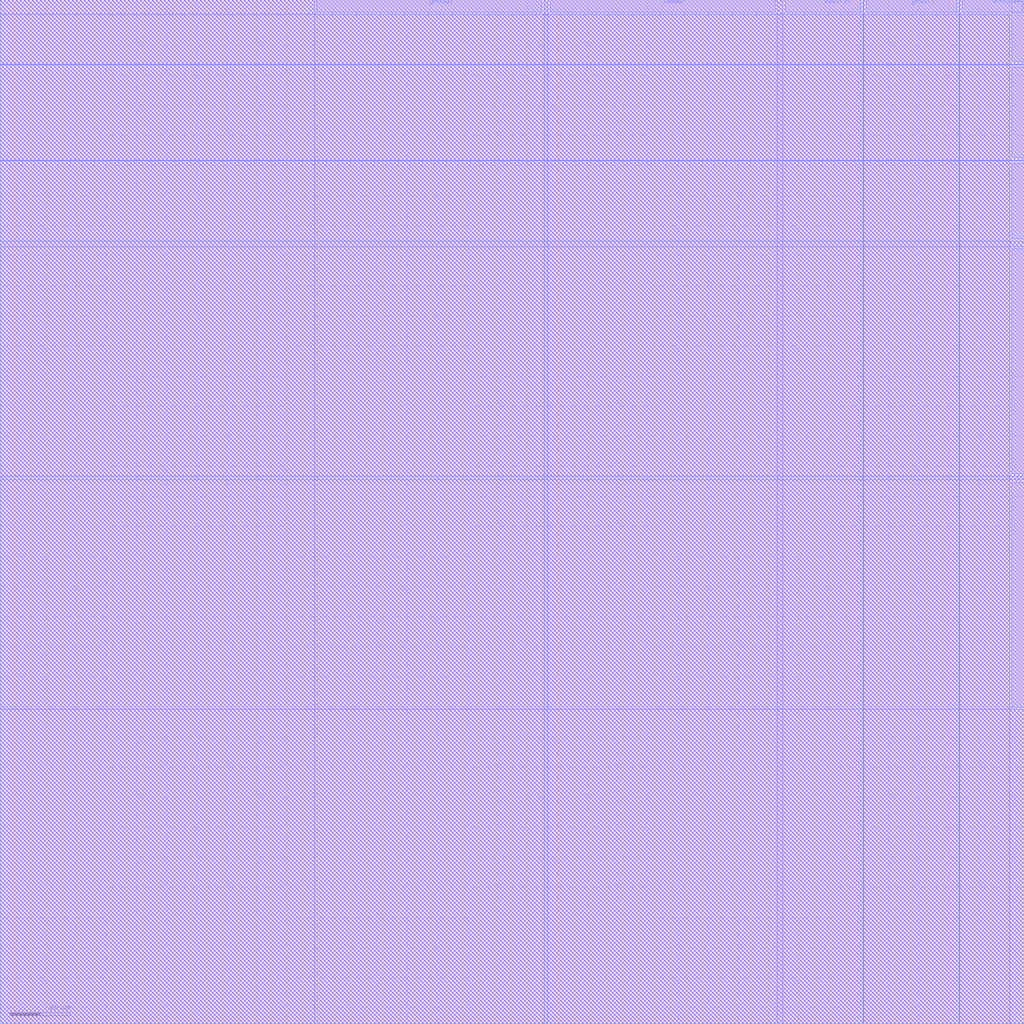
<source format=lef>
#  Last Change on: Thu Oct 21 13:18:13 2010
#  Owner: austriamicrosystems
#  Hit-Kit: Digital

#******
# Preview export LEF
#
#        Preview sub-version 5.10.41.500.6.138
#
# REF LIBS: IOLIB_4M
# TECH LIB NAME: TECH_C35B4
#******

VERSION 5.4 ;

NAMESCASESENSITIVE ON ;

DIVIDERCHAR "/" ;
BUSBITCHARS "[]" ;

UNITS
    DATABASE MICRONS 1000  ;
END UNITS

MANUFACTURINGGRID    0.025000 ;

SITE ioSite_P
    SYMMETRY Y  ;
    CLASS PAD  ;
    SIZE 100.000 BY 340.400 ;
END ioSite_P

SITE corner_P
    SYMMETRY R90  ;
    CLASS PAD  ;
    SIZE 340.400 BY 340.400 ;
END corner_P

MACRO GND3RP
    CLASS PAD ;
    FOREIGN GND3RP 0 -5.4 ;
    ORIGIN 0.000 5.400 ;
    SIZE 100.000 BY 340.400 ;
    SYMMETRY R90 ;
    SITE ioSite_P ;
    PIN A
        DIRECTION INOUT ;
        USE GROUND ;
        PORT
      #      CLASS CORE ;
        LAYER MET2 ;
        RECT  11.550 331.000 88.450 335.000 ;
        END
    END A
    PIN vdd3o!
        DIRECTION INOUT ;
        USE POWER ;
        PORT
        LAYER MET3 ;
        RECT  97.800 177.550 100.000 252.250 ;
        RECT  0.000 177.550 2.200 252.250 ;
        END
    END vdd3o!
    PIN vdd3r2!
        DIRECTION INOUT ;
        USE POWER ;
        PORT
        LAYER MET3 ;
        RECT  97.800 255.650 100.000 280.750 ;
        RECT  0.000 255.650 2.200 280.750 ;
        END
    END vdd3r2!
    PIN vdd3r1!
        DIRECTION INOUT ;
        USE POWER ;
        PORT
        LAYER MET3 ;
        RECT  97.800 314.400 100.000 334.500 ;
        RECT  0.000 314.400 2.200 334.500 ;
        END
    END vdd3r1!
    PIN gnd3o!
        DIRECTION INOUT ;
        USE GROUND ;
        PORT
        LAYER MET3 ;
        RECT  97.800 99.950 100.000 174.650 ;
        RECT  0.000 99.950 2.200 174.650 ;
        END
    END gnd3o!
    PIN gnd3r!
        DIRECTION INOUT ;
        USE GROUND ;
        PORT
        LAYER MET3 ;
        RECT  97.800 282.550 100.000 312.650 ;
        RECT  0.000 282.550 2.200 312.650 ;
        END
    END gnd3r!
    OBS
        LAYER MET1 ;
        RECT  0.000 -5.400 100.000 335.000 ;
        LAYER MET2 ;
        RECT  0.000 -5.400 100.000 330.200 ;
        RECT  0.000 -5.400 10.750 335.000 ;
        RECT  89.250 -5.400 100.000 335.000 ;
        LAYER MET3 ;
        RECT  0.000 -5.400 100.000 99.150 ;
        RECT  0.000 175.450 100.000 176.750 ;
        RECT  0.000 253.050 100.000 254.850 ;
        RECT  0.000 281.550 100.000 281.750 ;
        RECT  0.000 313.450 100.000 313.600 ;
        RECT  3.000 -5.400 97.000 335.000 ;
        LAYER MET4 ;
        RECT  0.000 -5.400 100.000 335.000 ;
    END
END GND3RP

MACRO GND3OP
    CLASS PAD ;
    FOREIGN GND3OP 0 -5.4 ;
    ORIGIN 0.000 5.400 ;
    SIZE 100.000 BY 340.400 ;
    SYMMETRY R90 ;
    SITE ioSite_P ;
    PIN A
        DIRECTION INOUT ;
        USE GROUND ;
        PORT
        LAYER MET4 ;
        RECT  5.500 3.050 94.850 92.000 ;
        END
    END A
    PIN vdd3o!
        DIRECTION INOUT ;
        USE POWER ;
        PORT
        LAYER MET3 ;
        RECT  97.800 177.550 100.000 252.250 ;
        RECT  0.000 177.550 2.200 252.250 ;
        END
    END vdd3o!
    PIN vdd3r2!
        DIRECTION INOUT ;
        USE POWER ;
        PORT
        LAYER MET3 ;
        RECT  97.800 255.650 100.000 280.750 ;
        RECT  0.000 255.650 2.200 280.750 ;
        END
    END vdd3r2!
    PIN vdd3r1!
        DIRECTION INOUT ;
        USE POWER ;
        PORT
        LAYER MET3 ;
        RECT  97.800 314.400 100.000 334.500 ;
        RECT  0.000 314.400 2.200 334.500 ;
        END
    END vdd3r1!
    PIN gnd3o!
        DIRECTION INOUT ;
        USE GROUND ;
        PORT
        LAYER MET3 ;
        RECT  97.800 99.950 100.000 174.650 ;
        RECT  0.000 99.950 2.200 174.650 ;
        END
    END gnd3o!
    PIN gnd3r!
        DIRECTION INOUT ;
        USE GROUND ;
        PORT
        LAYER MET3 ;
        RECT  97.800 282.550 100.000 312.650 ;
        RECT  0.000 282.550 2.200 312.650 ;
        END
    END gnd3r!
    OBS
        LAYER MET1 ;
        RECT  0.000 -5.400 100.000 335.000 ;
        LAYER MET2 ;
        RECT  0.000 -5.400 100.000 335.000 ;
        LAYER MET3 ;
        RECT  0.000 -5.400 100.000 99.150 ;
        RECT  0.000 175.450 100.000 176.750 ;
        RECT  0.000 253.050 100.000 254.850 ;
        RECT  0.000 281.550 100.000 281.750 ;
        RECT  0.000 313.450 100.000 313.600 ;
        RECT  3.000 -5.400 97.000 335.000 ;
        LAYER MET4 ;
        RECT  0.000 -5.400 100.000 2.250 ;
        RECT  0.000 -5.400 4.700 335.000 ;
        RECT  95.650 -5.400 97.500 335.000 ;
        RECT  0.000 92.800 100.000 335.000 ;
    END
END GND3OP

MACRO GND3IP
    CLASS PAD ;
    FOREIGN GND3IP 0 -5.4 ;
    ORIGIN 0.000 5.400 ;
    SIZE 100.000 BY 340.400 ;
    SYMMETRY R90 ;
    SITE ioSite_P ;
    PIN A
        DIRECTION INOUT ;
        USE GROUND ;
        PORT
            CLASS CORE ;
        LAYER MET2 ;
        RECT  32.50 331.000 67.50 335.000 ; #modifié par nycro
        END
    END A
    PIN vdd3o!
        DIRECTION INOUT ;
        USE POWER ;
        PORT
        LAYER MET3 ;
        RECT  97.800 177.550 100.000 252.250 ;
        RECT  0.000 177.550 2.200 252.250 ;
        END
    END vdd3o!
    PIN vdd3r2!
        DIRECTION INOUT ;
        USE POWER ;
        PORT
        LAYER MET3 ;
        RECT  97.800 255.650 100.000 280.750 ;
        RECT  0.000 255.650 2.200 280.750 ;
        END
    END vdd3r2!
    PIN vdd3r1!
        DIRECTION INOUT ;
        USE POWER ;
        PORT
        LAYER MET3 ;
        RECT  97.800 314.400 100.000 334.500 ;
        RECT  0.000 314.400 2.200 334.500 ;
        END
    END vdd3r1!
    PIN gnd3o!
        DIRECTION INOUT ;
        USE GROUND ;
        PORT
        LAYER MET3 ;
        RECT  97.800 99.950 100.000 174.650 ;
        RECT  0.000 99.950 2.200 174.650 ;
        END
    END gnd3o!
    PIN gnd3r!
        DIRECTION INOUT ;
        USE GROUND ;
        PORT
        LAYER MET3 ;
        RECT  97.800 282.550 100.000 312.650 ;
        RECT  0.000 282.550 2.200 312.650 ;
        END
    END gnd3r!
    OBS
        LAYER MET1 ;
        RECT  0.000 -5.400 100.000 335.000 ;
        LAYER MET2 ;
        RECT  0.000 -5.400 100.000 330.200 ;
        RECT  0.000 -5.400 10.750 335.000 ;
        RECT  89.250 -5.400 100.000 335.000 ;
        LAYER MET3 ;
        RECT  0.000 -5.400 100.000 99.150 ;
        RECT  0.000 175.450 100.000 176.750 ;
        RECT  0.000 253.050 100.000 254.850 ;
        RECT  0.000 281.550 100.000 281.750 ;
        RECT  0.000 313.450 100.000 313.600 ;
        RECT  3.000 -5.400 97.000 335.000 ;
        LAYER MET4 ;
        RECT  0.000 -5.400 100.000 335.000 ;
    END
END GND3IP

MACRO GND3ALLP
    CLASS PAD ;
    FOREIGN GND3ALLP 0 -5.4 ;
    ORIGIN 0.000 5.400 ;
    SIZE 100.000 BY 340.400 ;
    SYMMETRY R90 ;
    SITE ioSite_P ;
    PIN A
        DIRECTION INOUT ;
        USE GROUND ;
        PORT
            CLASS CORE ;
        LAYER MET2 ;
	RECT  32.50 331.000 67.50 335.000 ; #modifié par nycro
        END
    END A
    PIN vdd3o!
        DIRECTION INOUT ;
        USE POWER ;
        PORT
        LAYER MET3 ;
        RECT  97.800 177.550 100.000 252.250 ;
        RECT  0.000 177.550 2.200 252.250 ;
        END
    END vdd3o!
    PIN vdd3r2!
        DIRECTION INOUT ;
        USE POWER ;
        PORT
        LAYER MET3 ;
        RECT  97.800 255.650 100.000 280.750 ;
        RECT  0.000 255.650 2.200 280.750 ;
        END
    END vdd3r2!
    PIN vdd3r1!
        DIRECTION INOUT ;
        USE POWER ;
        PORT
        LAYER MET3 ;
        RECT  97.800 314.400 100.000 334.500 ;
        RECT  0.000 314.400 2.200 334.500 ;
        END
    END vdd3r1!
    PIN gnd3o!
        DIRECTION INOUT ;
        USE GROUND ;
        PORT
        LAYER MET3 ;
        RECT  99.150 99.950 100.000 174.650 ;
        RECT  0.000 99.950 0.650 174.650 ;
        END
    END gnd3o!
    PIN gnd3r!
        DIRECTION INOUT ;
        USE GROUND ;
        PORT
        LAYER MET3 ;
        RECT  97.800 282.550 100.000 312.650 ;
        RECT  0.000 282.550 2.200 312.650 ;
        END
    END gnd3r!
    OBS
        LAYER MET1 ;
        RECT  0.000 -5.400 100.000 335.000 ;
        LAYER MET2 ;
        RECT  0.000 -5.400 100.000 330.200 ;
        RECT  0.000 -5.400 10.750 335.000 ;
        RECT  89.250 -5.400 100.000 335.000 ;
        LAYER MET3 ;
        RECT  0.000 -5.400 100.000 99.150 ;
        RECT  1.450 -5.400 98.350 176.750 ;
        RECT  0.000 175.450 100.000 176.750 ;
        RECT  0.000 253.050 100.000 254.850 ;
        RECT  0.000 281.550 100.000 281.750 ;
        RECT  0.000 313.450 100.000 313.600 ;
        RECT  3.000 -5.400 97.000 335.000 ;
        LAYER MET4 ;
        RECT  0.000 -5.400 100.000 335.000 ;
    END
END GND3ALLP

MACRO VDD3RP
    CLASS PAD ;
    FOREIGN VDD3RP 0 -5.4 ;
    ORIGIN 0.000 5.400 ;
    SIZE 100.000 BY 340.400 ;
    SYMMETRY R90 ;
    SITE ioSite_P ;
    PIN A
        DIRECTION INOUT ;
        USE POWER ;
        PORT
        LAYER MET4 ;
        RECT  5.500 3.050 94.850 92.000 ;
        END
        PORT
      #      CLASS CORE ;
        LAYER MET2 ;
	RECT  32.50 331.000 67.50 335.000 ; #modifié par nycro
        END
    END A
    PIN vdd3o!
        DIRECTION INOUT ;
        USE POWER ;
        PORT
        LAYER MET3 ;
        RECT  97.800 177.550 100.000 252.250 ;
        RECT  0.000 177.550 2.200 252.250 ;
        END
    END vdd3o!
    PIN vdd3r2!
        DIRECTION INOUT ;
        USE POWER ;
        PORT
        LAYER MET3 ;
        RECT  97.800 255.650 100.000 280.750 ;
        RECT  0.000 255.650 2.200 280.750 ;
        END
    END vdd3r2!
    PIN gnd3r!
        DIRECTION INOUT ;
        USE GROUND ;
        PORT
        LAYER MET3 ;
        RECT  97.800 282.550 100.000 312.650 ;
        RECT  0.000 282.550 2.200 312.650 ;
        END
    END gnd3r!
    PIN vdd3r1!
        DIRECTION INOUT ;
        USE POWER ;
        PORT
        LAYER MET3 ;
        RECT  97.800 314.400 100.000 334.500 ;
        RECT  0.000 314.400 2.200 334.500 ;
        END
    END vdd3r1!
    PIN gnd3o!
        DIRECTION INOUT ;
        USE GROUND ;
        PORT
        LAYER MET3 ;
        RECT  97.800 99.950 100.000 174.650 ;
        RECT  0.000 99.950 2.200 174.650 ;
        END
    END gnd3o!
    OBS
        LAYER MET1 ;
        RECT  0.000 -5.400 100.000 335.000 ;
        LAYER MET2 ;
        RECT  0.000 -5.400 100.000 330.650 ;
        RECT  0.000 -5.400 10.800 335.000 ;
        RECT  89.300 -5.400 100.000 335.000 ;
        LAYER MET3 ;
        RECT  0.000 -5.400 100.000 99.150 ;
        RECT  0.000 175.450 100.000 176.750 ;
        RECT  0.000 253.050 100.000 254.850 ;
        RECT  0.000 281.550 100.000 281.750 ;
        RECT  0.000 313.450 100.000 313.600 ;
        RECT  3.000 -5.400 97.000 335.000 ;
        LAYER MET4 ;
        RECT  0.000 -5.400 100.000 2.250 ;
        RECT  0.000 -5.400 4.700 335.000 ;
        RECT  95.650 -5.400 97.500 335.000 ;
        RECT  0.000 92.800 100.000 335.000 ;
    END
END VDD3RP

MACRO VDD3OP
    CLASS PAD ;
    FOREIGN VDD3OP 0 -5.4 ;
    ORIGIN 0.000 5.400 ;
    SIZE 100.000 BY 340.400 ;
    SYMMETRY R90 ;
    SITE ioSite_P ;
    PIN A
        DIRECTION INOUT ;
        USE POWER ;
        PORT
        LAYER MET4 ;
        RECT  5.500 3.050 94.850 92.000 ;
        END
    END A
    PIN vdd3o!
        DIRECTION INOUT ;
        USE POWER ;
        PORT
        LAYER MET3 ;
        RECT  97.800 177.550 100.000 252.250 ;
        RECT  0.000 177.550 2.200 252.250 ;
        END
    END vdd3o!
    PIN vdd3r2!
        DIRECTION INOUT ;
        USE POWER ;
        PORT
        LAYER MET3 ;
        RECT  97.800 255.650 100.000 280.750 ;
        RECT  0.000 255.650 2.200 280.750 ;
        END
    END vdd3r2!
    PIN gnd3r!
        DIRECTION INOUT ;
        USE GROUND ;
        PORT
        LAYER MET3 ;
        RECT  97.800 282.550 100.000 312.650 ;
        RECT  0.000 282.550 2.200 312.650 ;
        END
    END gnd3r!
    PIN vdd3r1!
        DIRECTION INOUT ;
        USE POWER ;
        PORT
        LAYER MET3 ;
        RECT  97.800 314.400 100.000 334.500 ;
        RECT  0.000 314.400 2.200 334.500 ;
        END
    END vdd3r1!
    PIN gnd3o!
        DIRECTION INOUT ;
        USE GROUND ;
        PORT
        LAYER MET3 ;
        RECT  97.800 99.950 100.000 174.650 ;
        RECT  0.000 99.950 2.200 174.650 ;
        END
    END gnd3o!
    OBS
        LAYER MET1 ;
        RECT  0.000 -5.400 100.000 335.000 ;
        LAYER MET2 ;
        RECT  0.000 -5.400 100.000 335.000 ;
        LAYER MET3 ;
        RECT  0.000 -5.400 100.000 99.150 ;
        RECT  0.000 175.450 100.000 176.750 ;
        RECT  0.000 253.050 100.000 254.850 ;
        RECT  0.000 281.550 100.000 281.750 ;
        RECT  0.000 313.450 100.000 313.600 ;
        RECT  3.000 -5.400 97.000 335.000 ;
        LAYER MET4 ;
        RECT  0.000 -5.400 100.000 2.250 ;
        RECT  0.000 -5.400 4.700 335.000 ;
        RECT  95.650 -5.400 97.500 335.000 ;
        RECT  0.000 92.800 100.000 335.000 ;
    END
END VDD3OP

MACRO VDD3IP
    CLASS PAD ;
    FOREIGN VDD3IP 0 -5.4 ;
    ORIGIN 0.000 5.400 ;
    SIZE 100.000 BY 340.400 ;
    SYMMETRY R90 ;
    SITE ioSite_P ;
    PIN A
        DIRECTION INOUT ;
        USE POWER ;
        PORT
        LAYER MET4 ;
        RECT  5.500 3.050 94.850 92.000 ;
        END
        PORT
            CLASS CORE ;
        LAYER MET2 ;
	RECT  32.50 331.000 67.50 335.000 ; #modifié par nycro
        END
    END A
    PIN vdd3o!
        DIRECTION INOUT ;
        USE POWER ;
        PORT
        LAYER MET3 ;
        RECT  97.800 177.550 100.000 252.250 ;
        RECT  0.000 177.550 2.200 252.250 ;
        END
    END vdd3o!
    PIN vdd3r2!
        DIRECTION INOUT ;
        USE POWER ;
        PORT
        LAYER MET3 ;
        RECT  97.800 255.650 100.000 280.750 ;
        RECT  0.000 255.650 2.200 280.750 ;
        END
    END vdd3r2!
    PIN gnd3r!
        DIRECTION INOUT ;
        USE GROUND ;
        PORT
        LAYER MET3 ;
        RECT  97.800 282.550 100.000 312.650 ;
        RECT  0.000 282.550 2.200 312.650 ;
        END
    END gnd3r!
    PIN vdd3r1!
        DIRECTION INOUT ;
        USE POWER ;
        PORT
        LAYER MET3 ;
        RECT  97.800 314.400 100.000 334.500 ;
        RECT  0.000 314.400 2.200 334.500 ;
        END
    END vdd3r1!
    PIN gnd3o!
        DIRECTION INOUT ;
        USE GROUND ;
        PORT
        LAYER MET3 ;
        RECT  97.800 99.950 100.000 174.650 ;
        RECT  0.000 99.950 2.200 174.650 ;
        END
    END gnd3o!
    OBS
        LAYER MET1 ;
        RECT  0.000 -5.400 100.000 335.000 ;
        LAYER MET2 ;
        RECT  0.000 -5.400 100.000 330.200 ;
        RECT  0.000 -5.400 10.800 335.000 ;
        RECT  89.300 -5.400 100.000 335.000 ;
        LAYER MET3 ;
        RECT  0.000 -5.400 100.000 99.150 ;
        RECT  0.000 175.450 100.000 176.750 ;
        RECT  0.000 253.050 100.000 254.850 ;
        RECT  0.000 281.550 100.000 281.750 ;
        RECT  0.000 313.450 100.000 313.600 ;
        RECT  3.000 -5.400 97.000 335.000 ;
        LAYER MET4 ;
        RECT  0.000 -5.400 100.000 2.250 ;
        RECT  0.000 -5.400 4.700 335.000 ;
        RECT  95.650 -5.400 97.500 335.000 ;
        RECT  0.000 92.800 100.000 335.000 ;
    END
END VDD3IP

MACRO VDD3ALLP
    CLASS PAD ;
    FOREIGN VDD3ALLP 0 -5.4 ;
    ORIGIN 0.000 5.400 ;
    SIZE 100.000 BY 340.400 ;
    SYMMETRY R90 ;
    SITE ioSite_P ;
    PIN A
        DIRECTION INOUT ;
        USE POWER ;
        PORT
        LAYER MET4 ;
        RECT  5.500 3.050 94.850 92.000 ;
        END
        PORT
            CLASS CORE ;
        LAYER MET2 ;
	RECT  32.50 331.000 67.50 335.000 ; #modifié par nycro
        END
    END A
    PIN vdd3o!
        DIRECTION INOUT ;
        USE POWER ;
        PORT
        LAYER MET3 ;
        RECT  97.800 177.550 100.000 252.250 ;
        RECT  0.000 177.550 2.200 252.250 ;
        END
    END vdd3o!
    PIN vdd3r2!
        DIRECTION INOUT ;
        USE POWER ;
        PORT
        LAYER MET3 ;
        RECT  97.800 255.650 100.000 280.750 ;
        RECT  0.000 255.650 2.200 280.750 ;
        END
    END vdd3r2!
    PIN gnd3r!
        DIRECTION INOUT ;
        USE GROUND ;
        PORT
        LAYER MET3 ;
        RECT  97.800 282.550 100.000 312.650 ;
        RECT  0.000 282.550 2.200 312.650 ;
        END
    END gnd3r!
    PIN vdd3r1!
        DIRECTION INOUT ;
        USE POWER ;
        PORT
        LAYER MET3 ;
        RECT  97.800 314.400 100.000 334.500 ;
        RECT  0.000 314.400 2.200 334.500 ;
        END
    END vdd3r1!
    PIN gnd3o!
        DIRECTION INOUT ;
        USE GROUND ;
        PORT
        LAYER MET3 ;
        RECT  97.800 99.950 100.000 174.650 ;
        RECT  0.000 99.950 2.200 174.650 ;
        END
    END gnd3o!
    OBS
        LAYER MET1 ;
        RECT  0.000 -5.400 100.000 335.000 ;
        LAYER MET2 ;
        RECT  0.000 -5.400 100.000 330.200 ;
        RECT  0.000 -5.400 10.800 335.000 ;
        RECT  89.300 -5.400 100.000 335.000 ;
        LAYER MET3 ;
        RECT  0.000 -5.400 100.000 99.150 ;
        RECT  0.000 175.450 100.000 176.750 ;
        RECT  0.000 253.050 100.000 254.850 ;
        RECT  0.000 281.550 100.000 281.750 ;
        RECT  0.000 313.450 100.000 313.600 ;
        RECT  3.000 -5.400 97.000 335.000 ;
        LAYER MET4 ;
        RECT  0.000 -5.400 100.000 2.250 ;
        RECT  0.000 -5.400 4.700 335.000 ;
        RECT  95.650 -5.400 97.500 335.000 ;
        RECT  0.000 92.800 100.000 335.000 ;
    END
END VDD3ALLP

MACRO RAILPROTP
    CLASS PAD ;
    FOREIGN RAILPROTP 0 -5.4 ;
    ORIGIN 0.000 5.400 ;
    SIZE 75.100 BY 340.400 ;
    SYMMETRY R90 ;
    SITE ioSite_P ;
    PIN vdd3o!
        DIRECTION INOUT ;
        USE POWER ;
        PORT
        LAYER MET3 ;
        RECT  72.900 177.550 75.100 252.250 ;
        RECT  0.000 177.550 2.200 252.250 ;
        END
    END vdd3o!
    PIN vdd3r2!
        DIRECTION INOUT ;
        USE POWER ;
        PORT
        LAYER MET3 ;
        RECT  72.900 255.650 75.100 280.750 ;
        RECT  0.000 255.650 2.200 280.750 ;
        END
    END vdd3r2!
    PIN gnd3r!
        DIRECTION INOUT ;
        USE GROUND ;
        PORT
        LAYER MET3 ;
        RECT  72.900 282.550 75.100 312.650 ;
        RECT  0.000 282.550 2.200 312.650 ;
        END
    END gnd3r!
    PIN vdd3r1!
        DIRECTION INOUT ;
        USE POWER ;
        PORT
        LAYER MET3 ;
        RECT  72.900 314.400 75.100 334.500 ;
        RECT  0.000 314.400 2.200 334.500 ;
        END
    END vdd3r1!
    PIN gnd3o!
        DIRECTION INOUT ;
        USE GROUND ;
        PORT
        LAYER MET3 ;
        RECT  72.900 99.950 75.100 174.650 ;
        RECT  0.000 99.950 2.200 174.650 ;
        END
    END gnd3o!
    OBS
        LAYER MET1 ;
        RECT  0.000 -5.400 75.100 335.000 ;
        LAYER MET2 ;
        RECT  0.000 -5.400 75.100 335.000 ;
        LAYER MET3 ;
        RECT  0.000 -5.400 75.100 99.150 ;
        RECT  0.000 175.450 75.100 176.750 ;
        RECT  0.000 253.050 75.100 254.850 ;
        RECT  0.000 281.550 75.100 281.750 ;
        RECT  0.000 313.450 75.100 313.600 ;
        RECT  3.000 -5.400 72.100 335.000 ;
        LAYER MET4 ;
        RECT  0.000 -5.400 75.100 335.000 ;
    END
END RAILPROTP

MACRO PWRCUT_DIG_P_DX
    CLASS PAD ;
    FOREIGN PWRCUT_DIG_P_DX 0 -5.4 ;
    ORIGIN 0.000 5.400 ;
    SIZE 50.000 BY 340.400 ;
    SYMMETRY R90 ;
    SITE ioSite_P ;
    PIN gnd3o!
        DIRECTION INOUT ;
        USE GROUND ;
        PORT
        LAYER MET3 ;
        RECT  46.000 99.950 50.000 174.650 ;
        RECT  0.000 99.950 4.000 174.650 ;
        END
    END gnd3o!
    PIN vdd3r2!
        DIRECTION INOUT ;
        USE POWER ;
        PORT
        LAYER MET3 ;
        RECT  46.000 255.650 50.000 280.750 ;
        RECT  0.000 255.650 4.000 280.750 ;
        END
    END vdd3r2!
    PIN gnd3r!
        DIRECTION INOUT ;
        USE GROUND ;
        PORT
        LAYER MET3 ;
        RECT  46.000 282.550 50.000 312.650 ;
        RECT  0.000 282.550 4.000 312.650 ;
        END
    END gnd3r!
    PIN vdd3r1!
        DIRECTION INOUT ;
        USE POWER ;
        PORT
        LAYER MET3 ;
        RECT  46.000 314.400 50.000 334.500 ;
        RECT  0.000 314.400 4.000 334.500 ;
        END
    END vdd3r1!
    PIN vdd3o!
        DIRECTION INOUT ;
        USE POWER ;
        PORT
        LAYER MET3 ;
        RECT  46.000 177.550 50.000 252.250 ;
        RECT  0.000 177.550 4.000 252.250 ;
        END
    END vdd3o!
    OBS
        LAYER MET1 ;
        RECT  0.000 -5.400 50.000 335.000 ;
        LAYER MET2 ;
        RECT  0.000 -5.400 50.000 335.000 ;
        LAYER MET3 ;
        RECT  0.000 -5.400 50.000 99.150 ;
        RECT  0.000 175.450 50.000 176.750 ;
        RECT  0.000 253.050 50.000 254.850 ;
        RECT  0.000 281.550 50.000 281.750 ;
        RECT  0.000 313.450 50.000 313.600 ;
        RECT  4.800 -5.400 45.200 335.000 ;
        LAYER MET4 ;
        RECT  0.000 -5.400 50.000 335.000 ;
    END
END PWRCUT_DIG_P_DX

MACRO CORNERP
    CLASS ENDCAP BOTTOMLEFT ;
    FOREIGN CORNERP -5.4 -5.4 ;
    ORIGIN 5.400 5.400 ;
    SIZE 340.400 BY 340.400 ;
    SYMMETRY R90 ;
    SITE corner_P ;
    PIN gnd3o!
        DIRECTION FEEDTHRU ;
        USE GROUND ;
        PORT
        LAYER MET3 ;
        RECT  331.000 99.950 335.000 174.650 ;
        RECT  99.950 331.000 174.650 335.000 ;
        END
    END gnd3o!
    PIN vdd3o!
        DIRECTION FEEDTHRU ;
        USE POWER ;
        PORT
        LAYER MET3 ;
        RECT  331.000 177.550 335.000 252.250 ;
        RECT  177.550 331.000 252.250 335.000 ;
        END
    END vdd3o!
    PIN vdd3r2!
        DIRECTION FEEDTHRU ;
        USE POWER ;
        PORT
        LAYER MET3 ;
        RECT  331.000 255.650 335.000 280.750 ;
        RECT  255.650 331.000 280.750 335.000 ;
        END
    END vdd3r2!
    PIN gnd3r!
        DIRECTION FEEDTHRU ;
        USE GROUND ;
        PORT
        LAYER MET3 ;
        RECT  331.000 282.550 335.000 312.650 ;
        RECT  282.550 331.000 312.650 335.000 ;
        END
    END gnd3r!
    PIN vdd3r1!
        DIRECTION FEEDTHRU ;
        USE POWER ;
        PORT
        LAYER MET3 ;
        RECT  331.000 314.400 335.000 334.500 ;
        RECT  314.400 331.000 334.500 335.000 ;
        END
    END vdd3r1!
    OBS
        LAYER MET1 ;
        RECT  -5.400 -5.400 335.000 335.000 ;
        LAYER MET2 ;
        RECT  -5.400 -5.400 335.000 335.000 ;
        LAYER MET3 ;
        RECT  -5.400 -5.400 335.000 99.150 ;
        RECT  -5.400 175.450 335.000 176.750 ;
        RECT  -5.400 253.050 335.000 254.850 ;
        RECT  -5.400 281.550 335.000 281.750 ;
        RECT  -5.400 313.450 335.000 313.600 ;
        RECT  -5.400 -5.400 330.200 330.200 ;
        RECT  -5.400 -5.400 99.150 335.000 ;
        RECT  175.450 -5.400 176.750 335.000 ;
        RECT  253.050 -5.400 254.850 335.000 ;
        RECT  281.550 -5.400 281.750 335.000 ;
        RECT  313.450 -5.400 313.600 335.000 ;
        LAYER MET4 ;
        RECT  -5.400 -5.400 335.000 335.000 ;
    END
END CORNERP

MACRO PERI_SPACER_5_P
    CLASS PAD SPACER ;
    FOREIGN PERI_SPACER_5_P 0 -5.4 ;
    ORIGIN 0.000 5.400 ;
    SIZE 5.000 BY 340.400 ;
    SYMMETRY R90 ;
    SITE ioSite_P ;
    PIN gnd3o!
        DIRECTION FEEDTHRU ;
        USE GROUND ;
        PORT
        LAYER MET3 ;
        RECT  0.000 99.950 5.000 174.650 ;
        END
    END gnd3o!
    PIN vdd3r1!
        DIRECTION FEEDTHRU ;
        USE POWER ;
        PORT
        LAYER MET3 ;
        RECT  0.000 314.400 5.000 334.500 ;
        END
    END vdd3r1!
    PIN gnd3r!
        DIRECTION FEEDTHRU ;
        USE GROUND ;
        PORT
        LAYER MET3 ;
        RECT  0.000 282.550 5.000 312.650 ;
        END
    END gnd3r!
    PIN vdd3r2!
        DIRECTION FEEDTHRU ;
        USE POWER ;
        PORT
        LAYER MET3 ;
        RECT  0.000 255.650 5.000 280.750 ;
        END
    END vdd3r2!
    PIN vdd3o!
        DIRECTION FEEDTHRU ;
        USE POWER ;
        PORT
        LAYER MET3 ;
        RECT  0.000 177.550 5.000 252.250 ;
        END
    END vdd3o!
    OBS
        LAYER MET1 ;
        RECT  0.000 -5.400 5.000 335.000 ;
        LAYER MET2 ;
        RECT  0.000 -5.400 5.000 335.000 ;
        LAYER MET3 ;
        RECT  0.000 313.450 5.000 313.600 ;
        RECT  0.000 281.550 5.000 281.750 ;
        RECT  0.000 253.050 5.000 254.850 ;
        RECT  0.000 175.450 5.000 176.750 ;
        RECT  0.000 -5.400 5.000 99.150 ;
        LAYER MET4 ;
        RECT  0.000 -5.400 5.000 335.000 ;
    END
END PERI_SPACER_5_P

MACRO PERI_SPACER_50_P
    CLASS PAD SPACER ;
    FOREIGN PERI_SPACER_50_P 0 -5.4 ;
    ORIGIN 0.000 5.400 ;
    SIZE 50.000 BY 340.400 ;
    SYMMETRY R90 ;
    SITE ioSite_P ;
    PIN gnd3o!
        DIRECTION INOUT ;
        USE GROUND ;
        PORT
        LAYER MET3 ;
        RECT  40.000 99.950 50.000 174.650 ;
        RECT  0.000 99.950 10.000 174.650 ;
        END
    END gnd3o!
    PIN gnd3r!
        DIRECTION INOUT ;
        USE GROUND ;
        PORT
        LAYER MET3 ;
        RECT  0.000 282.550 50.000 312.650 ;
        END
    END gnd3r!
    PIN vdd3o!
        DIRECTION INOUT ;
        USE POWER ;
        PORT
        LAYER MET3 ;
        RECT  40.000 177.550 50.000 252.250 ;
        RECT  0.000 177.550 10.000 252.250 ;
        END
    END vdd3o!
    PIN vdd3r1!
        DIRECTION INOUT ;
        USE POWER ;
        PORT
        LAYER MET3 ;
        RECT  29.950 314.400 50.000 334.500 ;
        RECT  0.000 314.400 20.050 334.500 ;
        END
    END vdd3r1!
    PIN vdd3r2!
        DIRECTION INOUT ;
        USE POWER ;
        PORT
        LAYER MET3 ;
        RECT  0.000 255.650 50.000 280.750 ;
        END
    END vdd3r2!
    OBS
        LAYER MET1 ;
        RECT  0.000 -5.400 50.000 335.000 ;
        LAYER MET2 ;
        RECT  0.000 -5.400 50.000 335.000 ;
        LAYER MET3 ;
        RECT  0.000 313.450 50.000 313.600 ;
        RECT  20.850 313.450 29.150 335.000 ;
        RECT  0.000 281.550 50.000 281.750 ;
        RECT  0.000 -5.400 50.000 99.150 ;
        RECT  0.000 175.450 50.000 176.750 ;
        RECT  10.800 -5.400 39.200 254.850 ;
        RECT  0.000 253.050 50.000 254.850 ;
        LAYER MET4 ;
        RECT  0.000 -5.400 50.000 335.000 ;
    END
END PERI_SPACER_50_P

MACRO PERI_SPACER_2_P
    CLASS PAD SPACER ;
    FOREIGN PERI_SPACER_2_P 0 -5.4 ;
    ORIGIN 0.000 5.400 ;
    SIZE 2.000 BY 340.400 ;
    SYMMETRY R90 ;
    SITE ioSite_P ;
    PIN gnd3o!
        DIRECTION FEEDTHRU ;
        USE GROUND ;
        PORT
        LAYER MET3 ;
        RECT  0.000 99.950 2.000 174.650 ;
        END
    END gnd3o!
    PIN vdd3r1!
        DIRECTION FEEDTHRU ;
        USE POWER ;
        PORT
        LAYER MET3 ;
        RECT  0.000 314.400 2.000 334.500 ;
        END
    END vdd3r1!
    PIN gnd3r!
        DIRECTION FEEDTHRU ;
        USE GROUND ;
        PORT
        LAYER MET3 ;
        RECT  0.000 282.550 2.000 312.650 ;
        END
    END gnd3r!
    PIN vdd3r2!
        DIRECTION FEEDTHRU ;
        USE POWER ;
        PORT
        LAYER MET3 ;
        RECT  0.000 255.650 2.000 280.750 ;
        END
    END vdd3r2!
    PIN vdd3o!
        DIRECTION FEEDTHRU ;
        USE POWER ;
        PORT
        LAYER MET3 ;
        RECT  0.000 177.550 2.000 252.250 ;
        END
    END vdd3o!
    OBS
        LAYER MET1 ;
        RECT  0.000 -5.400 2.000 335.000 ;
        LAYER MET2 ;
        RECT  0.000 -5.400 2.000 335.000 ;
        LAYER MET3 ;
        RECT  0.000 313.450 2.000 313.600 ;
        RECT  0.000 281.550 2.000 281.750 ;
        RECT  0.000 253.050 2.000 254.850 ;
        RECT  0.000 175.450 2.000 176.750 ;
        RECT  0.000 -5.400 2.000 99.150 ;
        LAYER MET4 ;
        RECT  0.000 -5.400 2.000 335.000 ;
    END
END PERI_SPACER_2_P

MACRO PERI_SPACER_20_P
    CLASS PAD SPACER ;
    FOREIGN PERI_SPACER_20_P 0 -5.4 ;
    ORIGIN 0.000 5.400 ;
    SIZE 20.000 BY 340.400 ;
    SYMMETRY R90 ;
    SITE ioSite_P ;
    PIN vdd3o!
        DIRECTION INOUT ;
        USE POWER ;
        PORT
        LAYER MET3 ;
        RECT  0.000 177.550 20.000 252.250 ;
        END
    END vdd3o!
    PIN gnd3r!
        DIRECTION INOUT ;
        USE GROUND ;
        PORT
        LAYER MET3 ;
        RECT  0.000 282.550 20.000 312.650 ;
        END
    END gnd3r!
    PIN gnd3o!
        DIRECTION INOUT ;
        USE GROUND ;
        PORT
        LAYER MET3 ;
        RECT  0.000 99.950 20.000 174.650 ;
        END
    END gnd3o!
    PIN vdd3r1!
        DIRECTION INOUT ;
        USE POWER ;
        PORT
        LAYER MET3 ;
        RECT  0.000 314.400 20.000 334.500 ;
        END
    END vdd3r1!
    PIN vdd3r2!
        DIRECTION INOUT ;
        USE POWER ;
        PORT
        LAYER MET3 ;
        RECT  0.000 255.650 20.000 280.750 ;
        END
    END vdd3r2!
    OBS
        LAYER MET1 ;
        RECT  0.000 -5.400 20.000 335.000 ;
        LAYER MET2 ;
        RECT  0.000 -5.400 20.000 335.000 ;
        LAYER MET3 ;
        RECT  0.000 313.450 20.000 313.600 ;
        RECT  0.000 281.550 20.000 281.750 ;
        RECT  0.000 253.050 20.000 254.850 ;
        RECT  0.000 175.450 20.000 176.750 ;
        RECT  0.000 -5.400 20.000 99.150 ;
        LAYER MET4 ;
        RECT  0.000 -5.400 20.000 335.000 ;
    END
END PERI_SPACER_20_P

MACRO PERI_SPACER_1_P
    CLASS PAD SPACER ;
    FOREIGN PERI_SPACER_1_P 0 -5.4 ;
    ORIGIN 0.000 5.400 ;
    SIZE 1.000 BY 340.400 ;
    SYMMETRY R90 ;
    SITE ioSite_P ;
    PIN gnd3o!
        DIRECTION FEEDTHRU ;
        USE GROUND ;
        PORT
        LAYER MET3 ;
        RECT  0.000 99.950 1.000 174.650 ;
        END
    END gnd3o!
    PIN vdd3r1!
        DIRECTION FEEDTHRU ;
        USE POWER ;
        PORT
        LAYER MET3 ;
        RECT  0.000 314.400 1.000 334.500 ;
        END
    END vdd3r1!
    PIN gnd3r!
        DIRECTION FEEDTHRU ;
        USE GROUND ;
        PORT
        LAYER MET3 ;
        RECT  0.000 282.550 1.000 312.650 ;
        END
    END gnd3r!
    PIN vdd3r2!
        DIRECTION FEEDTHRU ;
        USE POWER ;
        PORT
        LAYER MET3 ;
        RECT  0.000 255.650 1.000 280.750 ;
        END
    END vdd3r2!
    PIN vdd3o!
        DIRECTION FEEDTHRU ;
        USE POWER ;
        PORT
        LAYER MET3 ;
        RECT  0.000 177.550 1.000 252.250 ;
        END
    END vdd3o!
    OBS
        LAYER MET1 ;
        RECT  0.000 -5.400 1.000 335.000 ;
        LAYER MET2 ;
        RECT  0.000 -5.400 1.000 335.000 ;
        LAYER MET3 ;
        RECT  0.000 313.450 1.000 313.600 ;
        RECT  0.000 281.550 1.000 281.750 ;
        RECT  0.000 253.050 1.000 254.850 ;
        RECT  0.000 175.450 1.000 176.750 ;
        RECT  0.000 -5.400 1.000 99.150 ;
        LAYER MET4 ;
        RECT  0.000 -5.400 1.000 335.000 ;
    END
END PERI_SPACER_1_P

MACRO PERI_SPACER_10_P
    CLASS PAD SPACER ;
    FOREIGN PERI_SPACER_10_P 0 -5.4 ;
    ORIGIN 0.000 5.400 ;
    SIZE 10.000 BY 340.400 ;
    SYMMETRY R90 ;
    SITE ioSite_P ;
    PIN gnd3o!
        DIRECTION FEEDTHRU ;
        USE GROUND ;
        PORT
        LAYER MET3 ;
        RECT  0.000 99.950 10.000 174.650 ;
        END
    END gnd3o!
    PIN vdd3r1!
        DIRECTION FEEDTHRU ;
        USE POWER ;
        PORT
        LAYER MET3 ;
        RECT  0.000 314.400 10.000 334.500 ;
        END
    END vdd3r1!
    PIN gnd3r!
        DIRECTION FEEDTHRU ;
        USE GROUND ;
        PORT
        LAYER MET3 ;
        RECT  0.000 282.550 10.000 312.650 ;
        END
    END gnd3r!
    PIN vdd3r2!
        DIRECTION FEEDTHRU ;
        USE POWER ;
        PORT
        LAYER MET3 ;
        RECT  0.000 255.650 10.000 280.750 ;
        END
    END vdd3r2!
    PIN vdd3o!
        DIRECTION FEEDTHRU ;
        USE POWER ;
        PORT
        LAYER MET3 ;
        RECT  0.000 177.550 10.000 252.250 ;
        END
    END vdd3o!
    OBS
        LAYER MET1 ;
        RECT  0.000 -5.400 10.000 335.000 ;
        LAYER MET2 ;
        RECT  0.000 -5.400 10.000 335.000 ;
        LAYER MET3 ;
        RECT  0.000 313.450 10.000 313.600 ;
        RECT  0.000 281.550 10.000 281.750 ;
        RECT  0.000 253.050 10.000 254.850 ;
        RECT  0.000 175.450 10.000 176.750 ;
        RECT  0.000 -5.400 10.000 99.150 ;
        LAYER MET4 ;
        RECT  0.000 -5.400 10.000 335.000 ;
    END
END PERI_SPACER_10_P

MACRO PERI_SPACER_100_P
    CLASS PAD SPACER ;
    FOREIGN PERI_SPACER_100_P 0 -5.4 ;
    ORIGIN 0.000 5.400 ;
    SIZE 100.000 BY 340.400 ;
    SYMMETRY R90 ;
    SITE ioSite_P ;
    PIN gnd3o!
        DIRECTION INOUT ;
        USE GROUND ;
        PORT
        LAYER MET3 ;
        RECT  85.000 99.950 100.000 174.650 ;
        RECT  0.000 99.950 15.000 174.650 ;
        END
    END gnd3o!
    PIN gnd3r!
        DIRECTION INOUT ;
        USE GROUND ;
        PORT
        LAYER MET3 ;
        RECT  69.950 282.550 100.000 312.650 ;
        RECT  0.000 282.550 30.050 312.650 ;
        END
    END gnd3r!
    PIN vdd3o!
        DIRECTION INOUT ;
        USE POWER ;
        PORT
        LAYER MET3 ;
        RECT  85.000 177.550 100.000 252.250 ;
        RECT  0.000 177.550 15.000 252.250 ;
        END
    END vdd3o!
    PIN vdd3r1!
        DIRECTION INOUT ;
        USE POWER ;
        PORT
        LAYER MET3 ;
        RECT  79.950 314.400 100.000 334.500 ;
        RECT  0.000 314.400 20.050 334.500 ;
        END
    END vdd3r1!
    PIN vdd3r2!
        DIRECTION INOUT ;
        USE POWER ;
        PORT
        LAYER MET3 ;
        RECT  74.950 255.650 100.000 280.750 ;
        RECT  0.000 255.650 25.050 280.750 ;
        END
    END vdd3r2!
    OBS
        LAYER MET1 ;
        RECT  0.000 -5.400 100.000 335.000 ;
        LAYER MET2 ;
        RECT  0.000 -5.400 100.000 335.000 ;
        LAYER MET3 ;
        RECT  0.000 -5.400 100.000 99.150 ;
        RECT  0.000 175.450 100.000 176.750 ;
        RECT  15.800 -5.400 84.200 254.850 ;
        RECT  0.000 253.050 100.000 254.850 ;
        RECT  25.850 -5.400 74.150 281.750 ;
        RECT  0.000 281.550 100.000 281.750 ;
        RECT  30.850 -5.400 69.150 335.000 ;
        RECT  0.000 313.450 100.000 313.600 ;
        RECT  20.850 313.450 79.150 335.000 ;
        LAYER MET4 ;
        RECT  0.000 -5.400 100.000 335.000 ;
    END
END PERI_SPACER_100_P

MACRO PERI_SPACER_01_P
    CLASS PAD SPACER ;
    FOREIGN PERI_SPACER_01_P 0 -5.4 ;
    ORIGIN 0.000 5.400 ;
    SIZE 0.100 BY 340.400 ;
    SYMMETRY R90 ;
    SITE ioSite_P ;
    PIN gnd3o!
        DIRECTION FEEDTHRU ;
        USE GROUND ;
        PORT
        LAYER MET3 ;
        RECT  0.000 99.950 0.100 174.650 ;
        END
    END gnd3o!
    PIN vdd3r1!
        DIRECTION FEEDTHRU ;
        USE POWER ;
        PORT
        LAYER MET3 ;
        RECT  0.000 314.400 0.100 334.500 ;
        END
    END vdd3r1!
    PIN gnd3r!
        DIRECTION FEEDTHRU ;
        USE GROUND ;
        PORT
        LAYER MET3 ;
        RECT  0.000 282.550 0.100 312.650 ;
        END
    END gnd3r!
    PIN vdd3r2!
        DIRECTION FEEDTHRU ;
        USE POWER ;
        PORT
        LAYER MET3 ;
        RECT  0.000 255.650 0.100 280.750 ;
        END
    END vdd3r2!
    PIN vdd3o!
        DIRECTION FEEDTHRU ;
        USE POWER ;
        PORT
        LAYER MET3 ;
        RECT  0.000 177.550 0.100 252.250 ;
        END
    END vdd3o!
    OBS
        LAYER MET1 ;
        RECT  0.000 -5.400 0.100 335.000 ;
        LAYER MET2 ;
        RECT  0.000 -5.400 0.100 335.000 ;
        LAYER MET3 ;
        RECT  0.000 313.450 0.100 313.600 ;
        RECT  0.000 281.550 0.100 281.750 ;
        RECT  0.000 253.050 0.100 254.850 ;
        RECT  0.000 175.450 0.100 176.750 ;
        RECT  0.000 -5.400 0.100 99.150 ;
        LAYER MET4 ;
        RECT  0.000 -5.400 0.100 335.000 ;
    END
END PERI_SPACER_01_P

MACRO ITUP
    CLASS PAD ;
    FOREIGN ITUP 0 -5.4 ;
    ORIGIN 0.000 5.400 ;
    SIZE 100.000 BY 340.400 ;
    SYMMETRY R90 ;
    SITE ioSite_P ;
    PIN PAD
        DIRECTION INPUT ;
        PORT
        LAYER MET4 ;
        RECT  2.500 0.000 97.500 95.000 ;
        END
    END PAD
    PIN Y
        DIRECTION OUTPUT ;
        ANTENNAPARTIALMETALSIDEAREA 63.936  LAYER MET2  ;
        PORT
        LAYER MET2 ;
        RECT  75.300 334.450 75.900 335.050 ;
        END
    END Y
    PIN gnd3o!
        DIRECTION INOUT ;
        USE GROUND ;
        PORT
        LAYER MET3 ;
        RECT  85.000 99.950 100.000 174.650 ;
        RECT  0.000 99.950 15.000 174.650 ;
        END
    END gnd3o!
    PIN vdd3o!
        DIRECTION INOUT ;
        USE POWER ;
        PORT
        LAYER MET3 ;
        RECT  85.000 177.550 100.000 252.250 ;
        RECT  0.000 177.550 15.000 252.250 ;
        END
    END vdd3o!
    PIN gnd3r!
        DIRECTION INOUT ;
        USE GROUND ;
        PORT
        LAYER MET3 ;
        RECT  69.950 282.550 100.000 312.650 ;
        RECT  0.000 282.550 30.050 312.650 ;
        END
    END gnd3r!
    PIN vdd3r2!
        DIRECTION INOUT ;
        USE POWER ;
        PORT
        LAYER MET3 ;
        RECT  74.950 255.650 100.000 280.750 ;
        RECT  0.000 255.650 25.050 280.750 ;
        END
    END vdd3r2!
    PIN vdd3r1!
        DIRECTION INOUT ;
        USE POWER ;
        PORT
        LAYER MET3 ;
        RECT  79.950 314.400 100.000 334.500 ;
        RECT  0.000 314.400 20.050 334.500 ;
        END
    END vdd3r1!
    OBS
        LAYER MET1 ;
        RECT  0.000 -5.400 100.000 335.000 ;
        LAYER MET2 ;
        RECT  0.000 -5.400 100.000 333.650 ;
        RECT  0.000 -5.400 74.500 335.000 ;
        RECT  76.700 -5.400 100.000 335.000 ;
        LAYER MET3 ;
        RECT  0.000 -5.400 100.000 99.150 ;
        RECT  0.000 175.450 100.000 176.750 ;
        RECT  15.800 -5.400 84.200 254.850 ;
        RECT  0.000 253.050 100.000 254.850 ;
        RECT  25.850 -5.400 74.150 281.750 ;
        RECT  0.000 281.550 100.000 281.750 ;
        RECT  30.850 -5.400 69.150 335.000 ;
        RECT  0.000 313.450 100.000 313.600 ;
        RECT  20.850 313.450 79.150 335.000 ;
        LAYER MET4 ;
        RECT  0.000 -5.400 100.000 -0.800 ;
        RECT  0.000 -5.400 1.700 335.000 ;
        RECT  0.000 95.800 100.000 335.000 ;
    END
END ITUP

MACRO ITP
    CLASS PAD ;
    FOREIGN ITP 0 -5.4 ;
    ORIGIN 0.000 5.400 ;
    SIZE 100.000 BY 340.400 ;
    SYMMETRY R90 ;
    SITE ioSite_P ;
    PIN PAD
        DIRECTION INPUT ;
        PORT
        LAYER MET4 ;
        RECT  2.500 0.000 97.500 95.000 ;
        END
    END PAD
    PIN Y
        DIRECTION OUTPUT ;
        ANTENNAPARTIALMETALSIDEAREA 63.936  LAYER MET2  ;
        PORT
        LAYER MET2 ;
        RECT  75.300 334.450 75.900 335.050 ;
        END
    END Y
    PIN gnd3o!
        DIRECTION INOUT ;
        USE GROUND ;
        PORT
        LAYER MET3 ;
        RECT  85.000 99.950 100.000 174.650 ;
        RECT  0.000 99.950 15.000 174.650 ;
        END
    END gnd3o!
    PIN vdd3o!
        DIRECTION INOUT ;
        USE POWER ;
        PORT
        LAYER MET3 ;
        RECT  85.000 177.550 100.000 252.250 ;
        RECT  0.000 177.550 15.000 252.250 ;
        END
    END vdd3o!
    PIN gnd3r!
        DIRECTION INOUT ;
        USE GROUND ;
        PORT
        LAYER MET3 ;
        RECT  69.950 282.550 100.000 312.650 ;
        RECT  0.000 282.550 30.050 312.650 ;
        END
    END gnd3r!
    PIN vdd3r2!
        DIRECTION INOUT ;
        USE POWER ;
        PORT
        LAYER MET3 ;
        RECT  74.950 255.650 100.000 280.750 ;
        RECT  0.000 255.650 25.050 280.750 ;
        END
    END vdd3r2!
    PIN vdd3r1!
        DIRECTION INOUT ;
        USE POWER ;
        PORT
        LAYER MET3 ;
        RECT  79.950 314.400 100.000 334.500 ;
        RECT  0.000 314.400 20.050 334.500 ;
        END
    END vdd3r1!
    OBS
        LAYER MET1 ;
        RECT  0.000 -5.400 100.000 335.000 ;
        LAYER MET2 ;
        RECT  0.000 -5.400 100.000 333.650 ;
        RECT  0.000 -5.400 74.500 335.000 ;
        RECT  76.700 -5.400 100.000 335.000 ;
        LAYER MET3 ;
        RECT  0.000 -5.400 100.000 99.150 ;
        RECT  0.000 175.450 100.000 176.750 ;
        RECT  15.800 -5.400 84.200 254.850 ;
        RECT  0.000 253.050 100.000 254.850 ;
        RECT  25.850 -5.400 74.150 281.750 ;
        RECT  0.000 281.550 100.000 281.750 ;
        RECT  30.850 -5.400 69.150 335.000 ;
        RECT  0.000 313.450 100.000 313.600 ;
        RECT  20.850 313.450 79.150 335.000 ;
        LAYER MET4 ;
        RECT  0.000 -5.400 100.000 -0.800 ;
        RECT  0.000 -5.400 1.700 335.000 ;
        RECT  0.000 95.800 100.000 335.000 ;
    END
END ITP

MACRO ITDP
    CLASS PAD ;
    FOREIGN ITDP 0 -5.4 ;
    ORIGIN 0.000 5.400 ;
    SIZE 100.000 BY 340.400 ;
    SYMMETRY R90 ;
    SITE ioSite_P ;
    PIN PAD
        DIRECTION INPUT ;
        PORT
        LAYER MET4 ;
        RECT  2.500 0.000 97.500 95.000 ;
        END
    END PAD
    PIN Y
        DIRECTION OUTPUT ;
        ANTENNAPARTIALMETALSIDEAREA 63.936  LAYER MET2  ;
        PORT
        LAYER MET2 ;
        RECT  75.300 334.450 75.900 335.050 ;
        END
    END Y
    PIN gnd3o!
        DIRECTION INOUT ;
        USE GROUND ;
        PORT
        LAYER MET3 ;
        RECT  85.000 99.950 100.000 174.650 ;
        RECT  0.000 99.950 15.000 174.650 ;
        END
    END gnd3o!
    PIN vdd3o!
        DIRECTION INOUT ;
        USE POWER ;
        PORT
        LAYER MET3 ;
        RECT  85.000 177.550 100.000 252.250 ;
        RECT  0.000 177.550 15.000 252.250 ;
        END
    END vdd3o!
    PIN gnd3r!
        DIRECTION INOUT ;
        USE GROUND ;
        PORT
        LAYER MET3 ;
        RECT  69.950 282.550 100.000 312.650 ;
        RECT  0.000 282.550 30.050 312.650 ;
        END
    END gnd3r!
    PIN vdd3r2!
        DIRECTION INOUT ;
        USE POWER ;
        PORT
        LAYER MET3 ;
        RECT  74.950 255.650 100.000 280.750 ;
        RECT  0.000 255.650 25.050 280.750 ;
        END
    END vdd3r2!
    PIN vdd3r1!
        DIRECTION INOUT ;
        USE POWER ;
        PORT
        LAYER MET3 ;
        RECT  79.950 314.400 100.000 334.500 ;
        RECT  0.000 314.400 20.050 334.500 ;
        END
    END vdd3r1!
    OBS
        LAYER MET1 ;
        RECT  0.000 -5.400 100.000 335.000 ;
        LAYER MET2 ;
        RECT  0.000 -5.400 100.000 333.650 ;
        RECT  0.000 -5.400 74.500 335.000 ;
        RECT  76.700 -5.400 100.000 335.000 ;
        LAYER MET3 ;
        RECT  0.000 -5.400 100.000 99.150 ;
        RECT  0.000 175.450 100.000 176.750 ;
        RECT  15.800 -5.400 84.200 254.850 ;
        RECT  0.000 253.050 100.000 254.850 ;
        RECT  25.850 -5.400 74.150 281.750 ;
        RECT  0.000 281.550 100.000 281.750 ;
        RECT  30.850 -5.400 69.150 335.000 ;
        RECT  0.000 313.450 100.000 313.600 ;
        RECT  20.850 313.450 79.150 335.000 ;
        LAYER MET4 ;
        RECT  0.000 -5.400 100.000 -0.800 ;
        RECT  0.000 -5.400 1.700 335.000 ;
        RECT  0.000 95.800 100.000 335.000 ;
    END
END ITDP

MACRO ITCK8P
    CLASS PAD ;
    FOREIGN ITCK8P 0 -5.4 ;
    ORIGIN 0.000 5.400 ;
    SIZE 100.000 BY 340.400 ;
    SYMMETRY R90 ;
    SITE ioSite_P ;
    PIN PAD
        DIRECTION INPUT ;
        PORT
        LAYER MET4 ;
        RECT  2.500 0.000 97.500 95.000 ;
        END
    END PAD
    PIN Y
        DIRECTION OUTPUT ;
        ANTENNAPARTIALMETALSIDEAREA 186.752  LAYER MET2  ;
        PORT
        LAYER MET2 ;
        RECT  46.650 326.950 54.750 335.050 ;
        END
    END Y
    PIN gnd3o!
        DIRECTION INOUT ;
        USE GROUND ;
        PORT
        LAYER MET3 ;
        RECT  85.000 99.950 100.000 174.650 ;
        RECT  0.000 99.950 15.000 174.650 ;
        END
    END gnd3o!
    PIN vdd3o!
        DIRECTION INOUT ;
        USE POWER ;
        PORT
        LAYER MET3 ;
        RECT  85.000 177.550 100.000 252.250 ;
        RECT  0.000 177.550 15.000 252.250 ;
        END
    END vdd3o!
    PIN gnd3r!
        DIRECTION INOUT ;
        USE GROUND ;
        PORT
        LAYER MET3 ;
        RECT  69.950 282.550 100.000 312.650 ;
        RECT  0.000 282.550 30.050 312.650 ;
        END
    END gnd3r!
    PIN vdd3r2!
        DIRECTION INOUT ;
        USE POWER ;
        PORT
        LAYER MET3 ;
        RECT  74.950 255.650 100.000 280.750 ;
        RECT  0.000 255.650 25.050 280.750 ;
        END
    END vdd3r2!
    PIN vdd3r1!
        DIRECTION INOUT ;
        USE POWER ;
        PORT
        LAYER MET3 ;
        RECT  79.950 314.400 100.000 334.500 ;
        RECT  0.000 314.400 20.050 334.500 ;
        END
    END vdd3r1!
    OBS
        LAYER MET1 ;
        RECT  0.000 -5.400 100.000 335.000 ;
        LAYER MET2 ;
        RECT  0.000 -5.400 100.000 326.150 ;
        RECT  0.000 -5.400 45.850 335.000 ;
        RECT  55.550 -5.400 100.000 335.000 ;
        LAYER MET3 ;
        RECT  0.000 -5.400 100.000 99.150 ;
        RECT  0.000 175.450 100.000 176.750 ;
        RECT  15.800 -5.400 84.200 254.850 ;
        RECT  0.000 253.050 100.000 254.850 ;
        RECT  25.850 -5.400 74.150 281.750 ;
        RECT  0.000 281.550 100.000 281.750 ;
        RECT  30.850 -5.400 69.150 335.000 ;
        RECT  0.000 313.450 100.000 313.600 ;
        RECT  20.850 313.450 79.150 335.000 ;
        LAYER MET4 ;
        RECT  0.000 -5.400 100.000 -0.800 ;
        RECT  0.000 -5.400 1.700 335.000 ;
        RECT  0.000 95.800 100.000 335.000 ;
    END
END ITCK8P

MACRO ITCK4P
    CLASS PAD ;
    FOREIGN ITCK4P 0 -5.4 ;
    ORIGIN 0.000 5.400 ;
    SIZE 100.000 BY 340.400 ;
    SYMMETRY R90 ;
    SITE ioSite_P ;
    PIN PAD
        DIRECTION INPUT ;
        PORT
        LAYER MET4 ;
        RECT  2.500 0.000 97.500 95.000 ;
        END
    END PAD
    PIN Y
        DIRECTION OUTPUT ;
        ANTENNAPARTIALMETALSIDEAREA 135.296  LAYER MET2  ;
        PORT
        LAYER MET2 ;
        RECT  48.850 330.950 52.950 335.050 ;
        END
    END Y
    PIN gnd3o!
        DIRECTION INOUT ;
        USE GROUND ;
        PORT
        LAYER MET3 ;
        RECT  85.000 99.950 100.000 174.650 ;
        RECT  0.000 99.950 15.000 174.650 ;
        END
    END gnd3o!
    PIN vdd3o!
        DIRECTION INOUT ;
        USE POWER ;
        PORT
        LAYER MET3 ;
        RECT  85.000 177.550 100.000 252.250 ;
        RECT  0.000 177.550 15.000 252.250 ;
        END
    END vdd3o!
    PIN gnd3r!
        DIRECTION INOUT ;
        USE GROUND ;
        PORT
        LAYER MET3 ;
        RECT  69.950 282.550 100.000 312.650 ;
        RECT  0.000 282.550 30.050 312.650 ;
        END
    END gnd3r!
    PIN vdd3r2!
        DIRECTION INOUT ;
        USE POWER ;
        PORT
        LAYER MET3 ;
        RECT  74.950 255.650 100.000 280.750 ;
        RECT  0.000 255.650 25.050 280.750 ;
        END
    END vdd3r2!
    PIN vdd3r1!
        DIRECTION INOUT ;
        USE POWER ;
        PORT
        LAYER MET3 ;
        RECT  79.950 314.400 100.000 334.500 ;
        RECT  0.000 314.400 20.050 334.500 ;
        END
    END vdd3r1!
    OBS
        LAYER MET1 ;
        RECT  0.000 -5.400 100.000 335.000 ;
        LAYER MET2 ;
        RECT  0.000 -5.400 100.000 330.150 ;
        RECT  0.000 -5.400 48.050 335.000 ;
        RECT  53.750 -5.400 100.000 335.000 ;
        LAYER MET3 ;
        RECT  0.000 -5.400 100.000 99.150 ;
        RECT  0.000 175.450 100.000 176.750 ;
        RECT  15.800 -5.400 84.200 254.850 ;
        RECT  0.000 253.050 100.000 254.850 ;
        RECT  25.850 -5.400 74.150 281.750 ;
        RECT  0.000 281.550 100.000 281.750 ;
        RECT  30.850 -5.400 69.150 335.000 ;
        RECT  0.000 313.450 100.000 313.600 ;
        RECT  20.850 313.450 79.150 335.000 ;
        LAYER MET4 ;
        RECT  0.000 -5.400 100.000 -0.800 ;
        RECT  0.000 -5.400 1.700 335.000 ;
        RECT  0.000 95.800 100.000 335.000 ;
    END
END ITCK4P

MACRO ITCK2P
    CLASS PAD ;
    FOREIGN ITCK2P 0 -5.4 ;
    ORIGIN 0.000 5.400 ;
    SIZE 100.000 BY 340.400 ;
    SYMMETRY R90 ;
    SITE ioSite_P ;
    PIN PAD
        DIRECTION INPUT ;
        PORT
        LAYER MET4 ;
        RECT  2.500 0.000 97.500 95.000 ;
        END
    END PAD
    PIN Y
        DIRECTION OUTPUT ;
        ANTENNAPARTIALMETALSIDEAREA 108.160  LAYER MET2  ;
        PORT
        LAYER MET2 ;
        RECT  49.650 332.550 52.150 335.050 ;
        END
    END Y
    PIN gnd3o!
        DIRECTION INOUT ;
        USE GROUND ;
        PORT
        LAYER MET3 ;
        RECT  85.000 99.950 100.000 174.650 ;
        RECT  0.000 99.950 15.000 174.650 ;
        END
    END gnd3o!
    PIN vdd3o!
        DIRECTION INOUT ;
        USE POWER ;
        PORT
        LAYER MET3 ;
        RECT  85.000 177.550 100.000 252.250 ;
        RECT  0.000 177.550 15.000 252.250 ;
        END
    END vdd3o!
    PIN gnd3r!
        DIRECTION INOUT ;
        USE GROUND ;
        PORT
        LAYER MET3 ;
        RECT  69.950 282.550 100.000 312.650 ;
        RECT  0.000 282.550 30.050 312.650 ;
        END
    END gnd3r!
    PIN vdd3r1!
        DIRECTION INOUT ;
        USE POWER ;
        PORT
        LAYER MET3 ;
        RECT  79.950 314.400 100.000 334.500 ;
        RECT  0.000 314.400 20.050 334.500 ;
        END
    END vdd3r1!
    PIN vdd3r2!
        DIRECTION INOUT ;
        USE POWER ;
        PORT
        LAYER MET3 ;
        RECT  74.950 255.650 100.000 280.750 ;
        RECT  0.000 255.650 25.050 280.750 ;
        END
    END vdd3r2!
    OBS
        LAYER MET1 ;
        RECT  0.000 -5.400 100.000 335.000 ;
        LAYER MET2 ;
        RECT  0.000 -5.400 100.000 331.750 ;
        RECT  0.000 -5.400 48.850 335.000 ;
        RECT  52.950 -5.400 100.000 335.000 ;
        LAYER MET3 ;
        RECT  0.000 -5.400 100.000 99.150 ;
        RECT  0.000 175.450 100.000 176.750 ;
        RECT  15.800 -5.400 84.200 254.850 ;
        RECT  0.000 253.050 100.000 254.850 ;
        RECT  25.850 -5.400 74.150 281.750 ;
        RECT  0.000 281.550 100.000 281.750 ;
        RECT  30.850 -5.400 69.150 335.000 ;
        RECT  0.000 313.450 100.000 313.600 ;
        RECT  20.850 313.450 79.150 335.000 ;
        LAYER MET4 ;
        RECT  0.000 -5.400 100.000 -0.800 ;
        RECT  0.000 -5.400 1.700 335.000 ;
        RECT  0.000 95.800 100.000 335.000 ;
    END
END ITCK2P

MACRO ITCK16P
    CLASS PAD ;
    FOREIGN ITCK16P 0 -5.4 ;
    ORIGIN 0.000 5.400 ;
    SIZE 100.000 BY 340.400 ;
    SYMMETRY R90 ;
    SITE ioSite_P ;
    PIN PAD
        DIRECTION INPUT ;
        PORT
        LAYER MET4 ;
        RECT  2.500 0.000 97.500 95.000 ;
        END
    END PAD
    PIN Y
        DIRECTION OUTPUT ;
        ANTENNAPARTIALMETALSIDEAREA 105.536  LAYER MET2  ;
        PORT
        LAYER MET2 ;
        RECT  37.850 318.950 53.950 335.050 ;
        RECT  15.850 288.150 30.850 303.150 ;
        RECT  10.500 269.400 18.600 277.500 ;
        END
    END Y
    PIN gnd3o!
        DIRECTION INOUT ;
        USE GROUND ;
        PORT
        LAYER MET3 ;
        RECT  85.000 99.950 100.000 174.650 ;
        RECT  0.000 99.950 15.000 174.650 ;
        END
    END gnd3o!
    PIN vdd3o!
        DIRECTION INOUT ;
        USE POWER ;
        PORT
        LAYER MET3 ;
        RECT  85.000 177.550 100.000 252.250 ;
        RECT  0.000 177.550 15.000 252.250 ;
        END
    END vdd3o!
    PIN gnd3r!
        DIRECTION INOUT ;
        USE GROUND ;
        PORT
        LAYER MET3 ;
        RECT  69.950 282.550 100.000 312.650 ;
        RECT  0.000 282.550 30.050 312.650 ;
        END
    END gnd3r!
    PIN vdd3r2!
        DIRECTION INOUT ;
        USE POWER ;
        PORT
        LAYER MET3 ;
        RECT  74.950 255.650 100.000 280.750 ;
        RECT  0.000 255.650 25.050 280.750 ;
        END
    END vdd3r2!
    PIN vdd3r1!
        DIRECTION INOUT ;
        USE POWER ;
        PORT
        LAYER MET3 ;
        RECT  79.950 314.400 100.000 334.500 ;
        RECT  0.000 314.400 20.050 334.500 ;
        END
    END vdd3r1!
    OBS
        LAYER MET1 ;
        RECT  0.000 -5.400 100.000 335.000 ;
        LAYER MET2 ;
        RECT  0.000 -5.400 100.000 268.600 ;
        RECT  0.450 -5.400 9.800 335.000 ;
        RECT  10.300 278.000 11.200 335.000 ;
        RECT  19.400 -5.400 100.000 287.350 ;
        RECT  0.000 278.300 100.000 287.350 ;
        RECT  0.450 278.300 12.900 335.000 ;
        RECT  31.650 -5.400 100.000 318.150 ;
        RECT  0.000 303.950 37.050 335.000 ;
        RECT  54.750 -5.400 100.000 335.000 ;
        LAYER MET3 ;
        RECT  0.000 -5.400 100.000 99.150 ;
        RECT  0.000 175.450 100.000 176.750 ;
        RECT  15.800 -5.400 84.200 254.850 ;
        RECT  0.000 253.050 100.000 254.850 ;
        RECT  25.850 -5.400 74.150 281.750 ;
        RECT  0.000 281.550 100.000 281.750 ;
        RECT  30.850 -5.400 69.150 335.000 ;
        RECT  0.000 313.450 100.000 313.600 ;
        RECT  20.850 313.450 79.150 335.000 ;
        LAYER MET4 ;
        RECT  0.000 -5.400 100.000 -0.800 ;
        RECT  0.000 -5.400 1.700 335.000 ;
        RECT  0.000 95.800 100.000 335.000 ;
    END
END ITCK16P

MACRO ISUP
    CLASS PAD ;
    FOREIGN ISUP 0 -5.4 ;
    ORIGIN 0.000 5.400 ;
    SIZE 100.000 BY 340.400 ;
    SYMMETRY R90 ;
    SITE ioSite_P ;
    PIN PAD
        DIRECTION INPUT ;
        PORT
        LAYER MET4 ;
        RECT  2.500 0.000 97.500 95.000 ;
        END
    END PAD
    PIN Y
        DIRECTION OUTPUT ;
        ANTENNAPARTIALMETALSIDEAREA 94.656  LAYER MET2  ;
        PORT
        LAYER MET2 ;
        RECT  67.800 334.450 68.400 335.050 ;
        END
    END Y
    PIN gnd3o!
        DIRECTION INOUT ;
        USE GROUND ;
        PORT
        LAYER MET3 ;
        RECT  85.000 99.950 100.000 174.650 ;
        RECT  0.000 99.950 15.000 174.650 ;
        END
    END gnd3o!
    PIN vdd3o!
        DIRECTION INOUT ;
        USE POWER ;
        PORT
        LAYER MET3 ;
        RECT  85.000 177.550 100.000 252.250 ;
        RECT  0.000 177.550 15.000 252.250 ;
        END
    END vdd3o!
    PIN gnd3r!
        DIRECTION INOUT ;
        USE GROUND ;
        PORT
        LAYER MET3 ;
        RECT  69.950 282.550 100.000 312.650 ;
        RECT  74.500 282.550 75.300 313.000 ;
        RECT  0.000 282.550 30.050 312.650 ;
        END
    END gnd3r!
    PIN vdd3r2!
        DIRECTION INOUT ;
        USE POWER ;
        PORT
        LAYER MET3 ;
        RECT  74.950 255.650 100.000 280.750 ;
        RECT  0.000 255.650 25.050 280.750 ;
        END
    END vdd3r2!
    PIN vdd3r1!
        DIRECTION INOUT ;
        USE POWER ;
        PORT
        LAYER MET3 ;
        RECT  79.950 314.400 100.000 334.500 ;
        RECT  0.000 314.400 20.050 334.500 ;
        END
    END vdd3r1!
    OBS
        LAYER MET1 ;
        RECT  0.000 -5.400 100.000 335.000 ;
        LAYER MET2 ;
        RECT  0.000 -5.400 100.000 333.650 ;
        RECT  0.000 -5.400 67.000 335.000 ;
        RECT  69.200 -5.400 100.000 335.000 ;
        LAYER MET3 ;
        RECT  0.000 -5.400 100.000 99.150 ;
        RECT  0.000 175.450 100.000 176.750 ;
        RECT  15.800 -5.400 84.200 254.850 ;
        RECT  0.000 253.050 100.000 254.850 ;
        RECT  25.850 -5.400 74.150 281.750 ;
        RECT  0.000 281.550 100.000 281.750 ;
        RECT  30.850 -5.400 69.150 335.000 ;
        RECT  0.000 313.450 73.700 313.600 ;
        RECT  76.100 313.450 100.000 313.600 ;
        RECT  20.850 314.400 79.150 334.500 ;
        RECT  20.850 313.450 73.700 335.000 ;
        RECT  76.100 313.450 79.150 335.000 ;
        LAYER MET4 ;
        RECT  0.000 -5.400 100.000 -0.800 ;
        RECT  0.000 -5.400 1.700 335.000 ;
        RECT  0.000 95.800 100.000 335.000 ;
    END
END ISUP

MACRO ISP
    CLASS PAD ;
    FOREIGN ISP 0 -5.4 ;
    ORIGIN 0.000 5.400 ;
    SIZE 100.000 BY 340.400 ;
    SYMMETRY R90 ;
    SITE ioSite_P ;
    PIN PAD
        DIRECTION INPUT ;
        PORT
        LAYER MET4 ;
        RECT  2.500 0.000 97.500 95.000 ;
        END
    END PAD
    PIN Y
        DIRECTION OUTPUT ;
        ANTENNAPARTIALMETALSIDEAREA 94.656  LAYER MET2  ;
        PORT
        LAYER MET2 ;
        RECT  67.800 334.450 68.400 335.050 ;
        END
    END Y
    PIN gnd3o!
        DIRECTION INOUT ;
        USE GROUND ;
        PORT
        LAYER MET3 ;
        RECT  85.000 99.950 100.000 174.650 ;
        RECT  0.000 99.950 15.000 174.650 ;
        END
    END gnd3o!
    PIN vdd3o!
        DIRECTION INOUT ;
        USE POWER ;
        PORT
        LAYER MET3 ;
        RECT  85.000 177.550 100.000 252.250 ;
        RECT  0.000 177.550 15.000 252.250 ;
        END
    END vdd3o!
    PIN gnd3r!
        DIRECTION INOUT ;
        USE GROUND ;
        PORT
        LAYER MET3 ;
        RECT  69.950 282.550 100.000 312.650 ;
        RECT  74.500 282.550 75.300 313.000 ;
        RECT  0.000 282.550 30.050 312.650 ;
        END
    END gnd3r!
    PIN vdd3r2!
        DIRECTION INOUT ;
        USE POWER ;
        PORT
        LAYER MET3 ;
        RECT  74.950 255.650 100.000 280.750 ;
        RECT  0.000 255.650 25.050 280.750 ;
        END
    END vdd3r2!
    PIN vdd3r1!
        DIRECTION INOUT ;
        USE POWER ;
        PORT
        LAYER MET3 ;
        RECT  79.950 314.400 100.000 334.500 ;
        RECT  0.000 314.400 20.050 334.500 ;
        END
    END vdd3r1!
    OBS
        LAYER MET1 ;
        RECT  0.000 -5.400 100.000 335.000 ;
        LAYER MET2 ;
        RECT  0.000 -5.400 100.000 333.650 ;
        RECT  0.000 -5.400 67.000 335.000 ;
        RECT  69.200 -5.400 100.000 335.000 ;
        LAYER MET3 ;
        RECT  0.000 -5.400 100.000 99.150 ;
        RECT  0.000 175.450 100.000 176.750 ;
        RECT  15.800 -5.400 84.200 254.850 ;
        RECT  0.000 253.050 100.000 254.850 ;
        RECT  25.850 -5.400 74.150 281.750 ;
        RECT  0.000 281.550 100.000 281.750 ;
        RECT  30.850 -5.400 69.150 335.000 ;
        RECT  0.000 313.450 73.700 313.600 ;
        RECT  76.100 313.450 100.000 313.600 ;
        RECT  20.850 314.400 79.150 334.500 ;
        RECT  20.850 313.450 73.700 335.000 ;
        RECT  76.100 313.450 79.150 335.000 ;
        LAYER MET4 ;
        RECT  0.000 -5.400 100.000 -0.800 ;
        RECT  0.000 -5.400 1.700 335.000 ;
        RECT  0.000 95.800 100.000 335.000 ;
    END
END ISP

MACRO ISDP
    CLASS PAD ;
    FOREIGN ISDP 0 -5.4 ;
    ORIGIN 0.000 5.400 ;
    SIZE 100.000 BY 340.400 ;
    SYMMETRY R90 ;
    SITE ioSite_P ;
    PIN PAD
        DIRECTION INPUT ;
        PORT
        LAYER MET4 ;
        RECT  2.500 0.000 97.500 95.000 ;
        END
    END PAD
    PIN Y
        DIRECTION OUTPUT ;
        ANTENNAPARTIALMETALSIDEAREA 94.656  LAYER MET2  ;
        PORT
        LAYER MET2 ;
        RECT  67.800 334.450 68.400 335.050 ;
        END
    END Y
    PIN gnd3o!
        DIRECTION INOUT ;
        USE GROUND ;
        PORT
        LAYER MET3 ;
        RECT  85.000 99.950 100.000 174.650 ;
        RECT  0.000 99.950 15.000 174.650 ;
        END
    END gnd3o!
    PIN vdd3o!
        DIRECTION INOUT ;
        USE POWER ;
        PORT
        LAYER MET3 ;
        RECT  85.000 177.550 100.000 252.250 ;
        RECT  0.000 177.550 15.000 252.250 ;
        END
    END vdd3o!
    PIN gnd3r!
        DIRECTION INOUT ;
        USE GROUND ;
        PORT
        LAYER MET3 ;
        RECT  69.950 282.550 100.000 312.650 ;
        RECT  74.500 282.550 75.300 313.000 ;
        RECT  0.000 282.550 30.050 312.650 ;
        END
    END gnd3r!
    PIN vdd3r2!
        DIRECTION INOUT ;
        USE POWER ;
        PORT
        LAYER MET3 ;
        RECT  74.950 255.650 100.000 280.750 ;
        RECT  0.000 255.650 25.050 280.750 ;
        END
    END vdd3r2!
    PIN vdd3r1!
        DIRECTION INOUT ;
        USE POWER ;
        PORT
        LAYER MET3 ;
        RECT  79.950 314.400 100.000 334.500 ;
        RECT  0.000 314.400 20.050 334.500 ;
        END
    END vdd3r1!
    OBS
        LAYER MET1 ;
        RECT  0.000 -5.400 100.000 335.000 ;
        LAYER MET2 ;
        RECT  0.000 -5.400 100.000 333.650 ;
        RECT  0.000 -5.400 67.000 335.000 ;
        RECT  69.200 -5.400 100.000 335.000 ;
        LAYER MET3 ;
        RECT  0.000 -5.400 100.000 99.150 ;
        RECT  0.000 175.450 100.000 176.750 ;
        RECT  15.800 -5.400 84.200 254.850 ;
        RECT  0.000 253.050 100.000 254.850 ;
        RECT  25.850 -5.400 74.150 281.750 ;
        RECT  0.000 281.550 100.000 281.750 ;
        RECT  30.850 -5.400 69.150 335.000 ;
        RECT  0.000 313.450 73.700 313.600 ;
        RECT  76.100 313.450 100.000 313.600 ;
        RECT  20.850 314.400 79.150 334.500 ;
        RECT  20.850 313.450 73.700 335.000 ;
        RECT  76.100 313.450 79.150 335.000 ;
        LAYER MET4 ;
        RECT  0.000 -5.400 100.000 -0.800 ;
        RECT  0.000 -5.400 1.700 335.000 ;
        RECT  0.000 95.800 100.000 335.000 ;
    END
END ISDP

MACRO ICUP
    CLASS PAD ;
    FOREIGN ICUP 0 -5.4 ;
    ORIGIN 0.000 5.400 ;
    SIZE 100.000 BY 340.400 ;
    SYMMETRY R90 ;
    SITE ioSite_P ;
    PIN PAD
        DIRECTION INPUT ;
        PORT
        LAYER MET4 ;
        RECT  2.500 0.000 97.500 95.000 ;
        END
    END PAD
    PIN Y
        DIRECTION OUTPUT ;
        ANTENNAPARTIALMETALSIDEAREA 93.760  LAYER MET2  ;
        PORT
        LAYER MET2 ;
        RECT  75.300 334.400 75.900 335.000 ;
        END
    END Y
    PIN gnd3o!
        DIRECTION INOUT ;
        USE GROUND ;
        PORT
        LAYER MET3 ;
        RECT  85.000 99.950 100.000 174.650 ;
        RECT  0.000 99.950 15.000 174.650 ;
        END
    END gnd3o!
    PIN vdd3o!
        DIRECTION INOUT ;
        USE POWER ;
        PORT
        LAYER MET3 ;
        RECT  85.000 177.550 100.000 252.250 ;
        RECT  0.000 177.550 15.000 252.250 ;
        END
    END vdd3o!
    PIN gnd3r!
        DIRECTION INOUT ;
        USE GROUND ;
        PORT
        LAYER MET3 ;
        RECT  69.950 282.550 100.000 312.650 ;
        RECT  0.000 282.550 30.050 312.650 ;
        END
    END gnd3r!
    PIN vdd3r2!
        DIRECTION INOUT ;
        USE POWER ;
        PORT
        LAYER MET3 ;
        RECT  74.950 255.650 100.000 280.750 ;
        RECT  0.000 255.650 25.050 280.750 ;
        END
    END vdd3r2!
    PIN vdd3r1!
        DIRECTION INOUT ;
        USE POWER ;
        PORT
        LAYER MET3 ;
        RECT  79.950 314.400 100.000 334.500 ;
        RECT  0.000 314.400 20.050 334.500 ;
        END
    END vdd3r1!
    OBS
        LAYER MET1 ;
        RECT  0.000 -5.400 100.000 335.000 ;
        LAYER MET2 ;
        RECT  0.000 -5.400 100.000 333.600 ;
        RECT  0.000 -5.400 74.500 335.000 ;
        RECT  76.700 -5.400 100.000 335.000 ;
        LAYER MET3 ;
        RECT  0.000 -5.400 100.000 99.150 ;
        RECT  0.000 175.450 100.000 176.750 ;
        RECT  15.800 -5.400 84.200 254.850 ;
        RECT  0.000 253.050 100.000 254.850 ;
        RECT  25.850 -5.400 74.150 281.750 ;
        RECT  0.000 281.550 100.000 281.750 ;
        RECT  30.850 -5.400 69.150 335.000 ;
        RECT  0.000 313.450 100.000 313.600 ;
        RECT  20.850 313.450 79.150 335.000 ;
        LAYER MET4 ;
        RECT  0.000 -5.400 100.000 -0.800 ;
        RECT  0.000 -5.400 1.700 335.000 ;
        RECT  0.000 95.800 100.000 335.000 ;
    END
END ICUP

MACRO ICP
    CLASS PAD ;
    FOREIGN ICP 0 -5.4 ;
    ORIGIN 0.000 5.400 ;
    SIZE 100.000 BY 340.400 ;
    SYMMETRY R90 ;
    SITE ioSite_P ;
    PIN PAD
        DIRECTION INPUT ;
        PORT
        LAYER MET4 ;
        RECT  2.500 0.000 97.500 95.000 ;
        END
    END PAD
    PIN Y
        DIRECTION OUTPUT ;
        ANTENNAPARTIALMETALSIDEAREA 93.760  LAYER MET2  ;
        PORT
        LAYER MET2 ;
        RECT  75.300 334.400 75.900 335.000 ;
        END
    END Y
    PIN gnd3o!
        DIRECTION INOUT ;
        USE GROUND ;
        PORT
        LAYER MET3 ;
        RECT  85.000 99.950 100.000 174.650 ;
        RECT  0.000 99.950 15.000 174.650 ;
        END
    END gnd3o!
    PIN vdd3o!
        DIRECTION INOUT ;
        USE POWER ;
        PORT
        LAYER MET3 ;
        RECT  85.000 177.550 100.000 252.250 ;
        RECT  0.000 177.550 15.000 252.250 ;
        END
    END vdd3o!
    PIN gnd3r!
        DIRECTION INOUT ;
        USE GROUND ;
        PORT
        LAYER MET3 ;
        RECT  69.950 282.550 100.000 312.650 ;
        RECT  0.000 282.550 30.050 312.650 ;
        END
    END gnd3r!
    PIN vdd3r2!
        DIRECTION INOUT ;
        USE POWER ;
        PORT
        LAYER MET3 ;
        RECT  74.950 255.650 100.000 280.750 ;
        RECT  0.000 255.650 25.050 280.750 ;
        END
    END vdd3r2!
    PIN vdd3r1!
        DIRECTION INOUT ;
        USE POWER ;
        PORT
        LAYER MET3 ;
        RECT  79.950 314.400 100.000 334.500 ;
        RECT  0.000 314.400 20.050 334.500 ;
        END
    END vdd3r1!
    OBS
        LAYER MET1 ;
        RECT  0.000 -5.400 100.000 335.000 ;
        LAYER MET2 ;
        RECT  0.000 -5.400 100.000 333.600 ;
        RECT  0.000 -5.400 74.500 335.000 ;
        RECT  76.700 -5.400 100.000 335.000 ;
        LAYER MET3 ;
        RECT  0.000 -5.400 100.000 99.150 ;
        RECT  0.000 175.450 100.000 176.750 ;
        RECT  15.800 -5.400 84.200 254.850 ;
        RECT  0.000 253.050 100.000 254.850 ;
        RECT  25.850 -5.400 74.150 281.750 ;
        RECT  0.000 281.550 100.000 281.750 ;
        RECT  30.850 -5.400 69.150 335.000 ;
        RECT  0.000 313.450 100.000 313.600 ;
        RECT  20.850 313.450 79.150 335.000 ;
        LAYER MET4 ;
        RECT  0.000 -5.400 100.000 -0.800 ;
        RECT  0.000 -5.400 1.700 335.000 ;
        RECT  0.000 95.800 100.000 335.000 ;
    END
END ICP

MACRO ICDP
    CLASS PAD ;
    FOREIGN ICDP 0 -5.4 ;
    ORIGIN 0.000 5.400 ;
    SIZE 100.000 BY 340.400 ;
    SYMMETRY R90 ;
    SITE ioSite_P ;
    PIN PAD
        DIRECTION INPUT ;
        PORT
        LAYER MET4 ;
        RECT  2.500 0.000 97.500 95.000 ;
        END
    END PAD
    PIN Y
        DIRECTION OUTPUT ;
        ANTENNAPARTIALMETALSIDEAREA 93.760  LAYER MET2  ;
        PORT
        LAYER MET2 ;
        RECT  75.300 334.400 75.900 335.000 ;
        END
    END Y
    PIN gnd3o!
        DIRECTION INOUT ;
        USE GROUND ;
        PORT
        LAYER MET3 ;
        RECT  85.000 99.950 100.000 174.650 ;
        RECT  0.000 99.950 15.000 174.650 ;
        END
    END gnd3o!
    PIN vdd3o!
        DIRECTION INOUT ;
        USE POWER ;
        PORT
        LAYER MET3 ;
        RECT  85.000 177.550 100.000 252.250 ;
        RECT  0.000 177.550 15.000 252.250 ;
        END
    END vdd3o!
    PIN gnd3r!
        DIRECTION INOUT ;
        USE GROUND ;
        PORT
        LAYER MET3 ;
        RECT  69.950 282.550 100.000 312.650 ;
        RECT  0.000 282.550 30.050 312.650 ;
        END
    END gnd3r!
    PIN vdd3r2!
        DIRECTION INOUT ;
        USE POWER ;
        PORT
        LAYER MET3 ;
        RECT  74.950 255.650 100.000 280.750 ;
        RECT  0.000 255.650 25.050 280.750 ;
        END
    END vdd3r2!
    PIN vdd3r1!
        DIRECTION INOUT ;
        USE POWER ;
        PORT
        LAYER MET3 ;
        RECT  79.950 314.400 100.000 334.500 ;
        RECT  0.000 314.400 20.050 334.500 ;
        END
    END vdd3r1!
    OBS
        LAYER MET1 ;
        RECT  0.000 -5.400 100.000 335.000 ;
        LAYER MET2 ;
        RECT  0.000 -5.400 100.000 333.600 ;
        RECT  0.000 -5.400 74.500 335.000 ;
        RECT  76.700 -5.400 100.000 335.000 ;
        LAYER MET3 ;
        RECT  0.000 -5.400 100.000 99.150 ;
        RECT  0.000 175.450 100.000 176.750 ;
        RECT  15.800 -5.400 84.200 254.850 ;
        RECT  0.000 253.050 100.000 254.850 ;
        RECT  25.850 -5.400 74.150 281.750 ;
        RECT  0.000 281.550 100.000 281.750 ;
        RECT  30.850 -5.400 69.150 335.000 ;
        RECT  0.000 313.450 100.000 313.600 ;
        RECT  20.850 313.450 79.150 335.000 ;
        LAYER MET4 ;
        RECT  0.000 -5.400 100.000 -0.800 ;
        RECT  0.000 -5.400 1.700 335.000 ;
        RECT  0.000 95.800 100.000 335.000 ;
    END
END ICDP

MACRO ICCK8P
    CLASS PAD ;
    FOREIGN ICCK8P 0 -5.4 ;
    ORIGIN 0.000 5.400 ;
    SIZE 100.000 BY 340.400 ;
    SYMMETRY R90 ;
    SITE ioSite_P ;
    PIN PAD
        DIRECTION INPUT ;
        PORT
        LAYER MET4 ;
        RECT  2.500 0.000 97.500 95.000 ;
        END
    END PAD
    PIN Y
        DIRECTION OUTPUT ;
        ANTENNAPARTIALMETALSIDEAREA 186.752  LAYER MET2  ;
        PORT
        LAYER MET2 ;
        RECT  46.650 326.950 54.750 335.050 ;
        END
    END Y
    PIN gnd3o!
        DIRECTION INOUT ;
        USE GROUND ;
        PORT
        LAYER MET3 ;
        RECT  85.000 99.950 100.000 174.650 ;
        RECT  0.000 99.950 15.000 174.650 ;
        END
    END gnd3o!
    PIN vdd3o!
        DIRECTION INOUT ;
        USE POWER ;
        PORT
        LAYER MET3 ;
        RECT  85.000 177.550 100.000 252.250 ;
        RECT  0.000 177.550 15.000 252.250 ;
        END
    END vdd3o!
    PIN gnd3r!
        DIRECTION INOUT ;
        USE GROUND ;
        PORT
        LAYER MET3 ;
        RECT  69.950 282.550 100.000 312.650 ;
        RECT  0.000 282.550 30.050 312.650 ;
        END
    END gnd3r!
    PIN vdd3r2!
        DIRECTION INOUT ;
        USE POWER ;
        PORT
        LAYER MET3 ;
        RECT  74.950 255.650 100.000 280.750 ;
        RECT  0.000 255.650 25.050 280.750 ;
        END
    END vdd3r2!
    PIN vdd3r1!
        DIRECTION INOUT ;
        USE POWER ;
        PORT
        LAYER MET3 ;
        RECT  79.950 314.400 100.000 334.500 ;
        RECT  0.000 314.400 20.050 334.500 ;
        END
    END vdd3r1!
    OBS
        LAYER MET1 ;
        RECT  0.000 -5.400 100.000 335.000 ;
        LAYER MET2 ;
        RECT  0.000 -5.400 100.000 326.150 ;
        RECT  0.000 -5.400 45.850 335.000 ;
        RECT  55.550 -5.400 100.000 335.000 ;
        LAYER MET3 ;
        RECT  0.000 -5.400 100.000 99.150 ;
        RECT  0.000 175.450 100.000 176.750 ;
        RECT  15.800 -5.400 84.200 254.850 ;
        RECT  0.000 253.050 100.000 254.850 ;
        RECT  25.850 -5.400 74.150 281.750 ;
        RECT  0.000 281.550 100.000 281.750 ;
        RECT  30.850 -5.400 69.150 335.000 ;
        RECT  0.000 313.450 100.000 313.600 ;
        RECT  20.850 313.450 79.150 335.000 ;
        LAYER MET4 ;
        RECT  0.000 -5.400 100.000 -0.800 ;
        RECT  0.000 -5.400 1.700 335.000 ;
        RECT  0.000 95.800 100.000 335.000 ;
    END
END ICCK8P

MACRO ICCK4P
    CLASS PAD ;
    FOREIGN ICCK4P 0 -5.4 ;
    ORIGIN 0.000 5.400 ;
    SIZE 100.000 BY 340.400 ;
    SYMMETRY R90 ;
    SITE ioSite_P ;
    PIN PAD
        DIRECTION INPUT ;
        PORT
        LAYER MET4 ;
        RECT  2.500 0.000 97.500 95.000 ;
        END
    END PAD
    PIN Y
        DIRECTION OUTPUT ;
        ANTENNAPARTIALMETALSIDEAREA 135.296  LAYER MET2  ;
        PORT
        LAYER MET2 ;
        RECT  48.850 330.950 52.950 335.050 ;
        END
    END Y
    PIN gnd3o!
        DIRECTION INOUT ;
        USE GROUND ;
        PORT
        LAYER MET3 ;
        RECT  85.000 99.950 100.000 174.650 ;
        RECT  0.000 99.950 15.000 174.650 ;
        END
    END gnd3o!
    PIN vdd3o!
        DIRECTION INOUT ;
        USE POWER ;
        PORT
        LAYER MET3 ;
        RECT  85.000 177.550 100.000 252.250 ;
        RECT  0.000 177.550 15.000 252.250 ;
        END
    END vdd3o!
    PIN gnd3r!
        DIRECTION INOUT ;
        USE GROUND ;
        PORT
        LAYER MET3 ;
        RECT  69.950 282.550 100.000 312.650 ;
        RECT  0.000 282.550 30.050 312.650 ;
        END
    END gnd3r!
    PIN vdd3r2!
        DIRECTION INOUT ;
        USE POWER ;
        PORT
        LAYER MET3 ;
        RECT  74.950 255.650 100.000 280.750 ;
        RECT  0.000 255.650 25.050 280.750 ;
        END
    END vdd3r2!
    PIN vdd3r1!
        DIRECTION INOUT ;
        USE POWER ;
        PORT
        LAYER MET3 ;
        RECT  79.950 314.400 100.000 334.500 ;
        RECT  0.000 314.400 20.050 334.500 ;
        END
    END vdd3r1!
    OBS
        LAYER MET1 ;
        RECT  0.000 -5.400 100.000 335.000 ;
        LAYER MET2 ;
        RECT  0.000 -5.400 100.000 330.150 ;
        RECT  0.000 -5.400 48.050 335.000 ;
        RECT  53.750 -5.400 100.000 335.000 ;
        LAYER MET3 ;
        RECT  0.000 -5.400 100.000 99.150 ;
        RECT  0.000 175.450 100.000 176.750 ;
        RECT  15.800 -5.400 84.200 254.850 ;
        RECT  0.000 253.050 100.000 254.850 ;
        RECT  25.850 -5.400 74.150 281.750 ;
        RECT  0.000 281.550 100.000 281.750 ;
        RECT  30.850 -5.400 69.150 335.000 ;
        RECT  0.000 313.450 100.000 313.600 ;
        RECT  20.850 313.450 79.150 335.000 ;
        LAYER MET4 ;
        RECT  0.000 -5.400 100.000 -0.800 ;
        RECT  0.000 -5.400 1.700 335.000 ;
        RECT  0.000 95.800 100.000 335.000 ;
    END
END ICCK4P

MACRO ICCK2P
    CLASS PAD ;
    FOREIGN ICCK2P 0 -5.4 ;
    ORIGIN 0.000 5.400 ;
    SIZE 100.000 BY 340.400 ;
    SYMMETRY R90 ;
    SITE ioSite_P ;
    PIN PAD
        DIRECTION INPUT ;
        PORT
        LAYER MET4 ;
        RECT  2.500 0.000 97.500 95.000 ;
        END
    END PAD
    PIN Y
        DIRECTION OUTPUT ;
        ANTENNAPARTIALMETALSIDEAREA 108.160  LAYER MET2  ;
        PORT
        LAYER MET2 ;
        RECT  49.650 332.550 52.150 335.050 ;
        END
    END Y
    PIN gnd3o!
        DIRECTION INOUT ;
        USE GROUND ;
        PORT
        LAYER MET3 ;
        RECT  85.000 99.950 100.000 174.650 ;
        RECT  0.000 99.950 15.000 174.650 ;
        END
    END gnd3o!
    PIN vdd3o!
        DIRECTION INOUT ;
        USE POWER ;
        PORT
        LAYER MET3 ;
        RECT  85.000 177.550 100.000 252.250 ;
        RECT  0.000 177.550 15.000 252.250 ;
        END
    END vdd3o!
    PIN gnd3r!
        DIRECTION INOUT ;
        USE GROUND ;
        PORT
        LAYER MET3 ;
        RECT  69.950 282.550 100.000 312.650 ;
        RECT  0.000 282.550 30.050 312.650 ;
        END
    END gnd3r!
    PIN vdd3r1!
        DIRECTION INOUT ;
        USE POWER ;
        PORT
        LAYER MET3 ;
        RECT  79.950 314.400 100.000 334.500 ;
        RECT  0.000 314.400 20.050 334.500 ;
        END
    END vdd3r1!
    PIN vdd3r2!
        DIRECTION INOUT ;
        USE POWER ;
        PORT
        LAYER MET3 ;
        RECT  74.950 255.650 100.000 280.750 ;
        RECT  0.000 255.650 25.050 280.750 ;
        END
    END vdd3r2!
    OBS
        LAYER MET1 ;
        RECT  0.000 -5.400 100.000 335.000 ;
        LAYER MET2 ;
        RECT  0.000 -5.400 100.000 331.750 ;
        RECT  0.000 -5.400 48.850 335.000 ;
        RECT  52.950 -5.400 100.000 335.000 ;
        LAYER MET3 ;
        RECT  0.000 -5.400 100.000 99.150 ;
        RECT  0.000 175.450 100.000 176.750 ;
        RECT  15.800 -5.400 84.200 254.850 ;
        RECT  0.000 253.050 100.000 254.850 ;
        RECT  25.850 -5.400 74.150 281.750 ;
        RECT  0.000 281.550 100.000 281.750 ;
        RECT  30.850 -5.400 69.150 335.000 ;
        RECT  0.000 313.450 100.000 313.600 ;
        RECT  20.850 313.450 79.150 335.000 ;
        LAYER MET4 ;
        RECT  0.000 -5.400 100.000 -0.800 ;
        RECT  0.000 -5.400 1.700 335.000 ;
        RECT  0.000 95.800 100.000 335.000 ;
    END
END ICCK2P

MACRO ICCK16P
    CLASS PAD ;
    FOREIGN ICCK16P 0 -5.4 ;
    ORIGIN 0.000 5.400 ;
    SIZE 100.000 BY 340.400 ;
    SYMMETRY R90 ;
    SITE ioSite_P ;
    PIN PAD
        DIRECTION INPUT ;
        PORT
        LAYER MET4 ;
        RECT  2.500 0.000 97.500 95.000 ;
        END
    END PAD
    PIN Y
        DIRECTION OUTPUT ;
        ANTENNAPARTIALMETALSIDEAREA 105.344  LAYER MET2  ;
        PORT
        LAYER MET2 ;
        RECT  37.850 318.950 53.950 335.050 ;
        RECT  16.000 288.150 31.000 303.150 ;
        RECT  10.500 269.400 18.600 277.500 ;
        END
    END Y
    PIN gnd3o!
        DIRECTION INOUT ;
        USE GROUND ;
        PORT
        LAYER MET3 ;
        RECT  85.000 99.950 100.000 174.650 ;
        RECT  0.000 99.950 15.000 174.650 ;
        END
    END gnd3o!
    PIN vdd3o!
        DIRECTION INOUT ;
        USE POWER ;
        PORT
        LAYER MET3 ;
        RECT  85.000 177.550 100.000 252.250 ;
        RECT  0.000 177.550 15.000 252.250 ;
        END
    END vdd3o!
    PIN gnd3r!
        DIRECTION INOUT ;
        USE GROUND ;
        PORT
        LAYER MET3 ;
        RECT  69.950 282.550 100.000 312.650 ;
        RECT  0.000 282.550 30.050 312.650 ;
        END
    END gnd3r!
    PIN vdd3r2!
        DIRECTION INOUT ;
        USE POWER ;
        PORT
        LAYER MET3 ;
        RECT  74.950 255.650 100.000 280.750 ;
        RECT  0.000 255.650 25.050 280.750 ;
        END
    END vdd3r2!
    PIN vdd3r1!
        DIRECTION INOUT ;
        USE POWER ;
        PORT
        LAYER MET3 ;
        RECT  79.950 314.400 100.000 334.500 ;
        RECT  0.000 314.400 20.050 334.500 ;
        END
    END vdd3r1!
    OBS
        LAYER MET1 ;
        RECT  0.000 -5.400 100.000 335.000 ;
        LAYER MET2 ;
        RECT  0.000 -5.400 100.000 268.600 ;
        RECT  0.450 -5.400 9.800 335.000 ;
        RECT  10.300 278.000 11.200 335.000 ;
        RECT  19.400 -5.400 100.000 287.350 ;
        RECT  0.000 278.300 100.000 287.350 ;
        RECT  0.450 278.300 12.850 335.000 ;
        RECT  31.800 -5.400 100.000 318.150 ;
        RECT  0.000 303.950 37.050 335.000 ;
        RECT  54.750 -5.400 100.000 335.000 ;
        LAYER MET3 ;
        RECT  0.000 -5.400 100.000 99.150 ;
        RECT  0.000 175.450 100.000 176.750 ;
        RECT  15.800 -5.400 84.200 254.850 ;
        RECT  0.000 253.050 100.000 254.850 ;
        RECT  25.850 -5.400 74.150 281.750 ;
        RECT  0.000 281.550 100.000 281.750 ;
        RECT  30.850 -5.400 69.150 335.000 ;
        RECT  0.000 313.450 100.000 313.600 ;
        RECT  20.850 313.450 79.150 335.000 ;
        LAYER MET4 ;
        RECT  0.000 -5.400 100.000 -0.800 ;
        RECT  0.000 -5.400 1.700 335.000 ;
        RECT  0.000 95.800 100.000 335.000 ;
    END
END ICCK16P

MACRO CBU2P
    CLASS PAD ;
    FOREIGN CBU2P 0 -5.4 ;
    ORIGIN 0.000 5.400 ;
    SIZE 40.000 BY 340.400 ;
    SYMMETRY R90 ;
    SITE ioSite_P ;
    PIN A
        DIRECTION INPUT ;
        ANTENNAPARTIALMETALSIDEAREA 62.656  LAYER MET2  ;
        ANTENNAGATEAREA 8.400  LAYER MET2  ;
        PORT
        LAYER MET2 ;
        RECT  15.100 334.450 15.700 335.050 ;
        END
    END A
    PIN Y
        DIRECTION OUTPUT ;
        ANTENNAPARTIALMETALSIDEAREA 108.864  LAYER MET2  ;
        PORT
        LAYER MET2 ;
        RECT  6.400 332.550 8.900 335.050 ;
        END
    END Y
    PIN vdd3r2!
        DIRECTION INOUT ;
        USE POWER ;
        PORT
        LAYER MET3 ;
        RECT  0.000 255.650 40.000 280.750 ;
        END
    END vdd3r2!
    PIN vdd3r1!
        DIRECTION INOUT ;
        USE POWER ;
        PORT
        LAYER MET3 ;
        RECT  0.000 314.400 40.000 334.500 ;
        END
    END vdd3r1!
    PIN gnd3o!
        DIRECTION INOUT ;
        USE GROUND ;
        PORT
        LAYER MET3 ;
        RECT  35.000 99.950 40.000 174.650 ;
        RECT  0.000 99.950 5.000 174.650 ;
        END
    END gnd3o!
    PIN vdd3o!
        DIRECTION INOUT ;
        USE POWER ;
        PORT
        LAYER MET3 ;
        RECT  35.000 177.550 40.000 252.250 ;
        RECT  0.000 177.550 5.000 252.250 ;
        END
    END vdd3o!
    PIN gnd3r!
        DIRECTION INOUT ;
        USE GROUND ;
        PORT
        LAYER MET3 ;
        RECT  0.000 282.550 40.000 312.650 ;
        END
    END gnd3r!
    OBS
        LAYER MET1 ;
        RECT  0.000 -5.400 40.000 335.000 ;
        LAYER MET2 ;
        RECT  0.000 -5.400 40.000 331.750 ;
        RECT  9.700 -5.400 40.000 333.650 ;
        RECT  0.000 -5.400 5.600 335.000 ;
        RECT  9.700 -5.400 14.300 335.000 ;
        RECT  16.500 -5.400 40.000 335.000 ;
        LAYER MET3 ;
        RECT  0.000 313.450 40.000 313.600 ;
        RECT  0.000 281.550 40.000 281.750 ;
        RECT  0.000 -5.400 40.000 99.150 ;
        RECT  0.000 175.450 40.000 176.750 ;
        RECT  5.800 -5.400 34.200 254.850 ;
        RECT  0.000 253.050 40.000 254.850 ;
        LAYER MET4 ;
        RECT  0.000 -5.400 40.000 335.000 ;
    END
END CBU2P

MACRO CBU1P
    CLASS PAD ;
    FOREIGN CBU1P 0 -5.4 ;
    ORIGIN 0.000 5.400 ;
    SIZE 40.000 BY 340.400 ;
    SYMMETRY R90 ;
    SITE ioSite_P ;
    PIN A
        DIRECTION INPUT ;
        ANTENNAPARTIALMETALSIDEAREA 67.008  LAYER MET2  ;
        ANTENNAGATEAREA 4.200  LAYER MET2  ;
        PORT
        LAYER MET2 ;
        RECT  15.100 334.450 15.700 335.050 ;
        END
    END A
    PIN Y
        DIRECTION OUTPUT ;
        ANTENNAPARTIALMETALSIDEAREA 108.864  LAYER MET2  ;
        PORT
        LAYER MET2 ;
        RECT  6.400 332.550 8.900 335.050 ;
        END
    END Y
    PIN vdd3r2!
        DIRECTION INOUT ;
        USE POWER ;
        PORT
        LAYER MET3 ;
        RECT  0.000 255.650 40.000 280.750 ;
        END
    END vdd3r2!
    PIN vdd3r1!
        DIRECTION INOUT ;
        USE POWER ;
        PORT
        LAYER MET3 ;
        RECT  0.000 314.400 40.000 334.500 ;
        END
    END vdd3r1!
    PIN gnd3o!
        DIRECTION INOUT ;
        USE GROUND ;
        PORT
        LAYER MET3 ;
        RECT  35.000 99.950 40.000 174.650 ;
        RECT  0.000 99.950 5.000 174.650 ;
        END
    END gnd3o!
    PIN vdd3o!
        DIRECTION INOUT ;
        USE POWER ;
        PORT
        LAYER MET3 ;
        RECT  35.000 177.550 40.000 252.250 ;
        RECT  0.000 177.550 5.000 252.250 ;
        END
    END vdd3o!
    PIN gnd3r!
        DIRECTION INOUT ;
        USE GROUND ;
        PORT
        LAYER MET3 ;
        RECT  0.000 282.550 40.000 312.650 ;
        END
    END gnd3r!
    OBS
        LAYER MET1 ;
        RECT  0.000 -5.400 40.000 335.000 ;
        LAYER MET2 ;
        RECT  0.000 -5.400 40.000 331.750 ;
        RECT  9.700 -5.400 40.000 333.650 ;
        RECT  0.000 -5.400 5.600 335.000 ;
        RECT  9.700 -5.400 14.300 335.000 ;
        RECT  16.500 -5.400 40.000 335.000 ;
        LAYER MET3 ;
        RECT  0.000 313.450 40.000 313.600 ;
        RECT  0.000 281.550 40.000 281.750 ;
        RECT  0.000 -5.400 40.000 99.150 ;
        RECT  0.000 175.450 40.000 176.750 ;
        RECT  5.800 -5.400 34.200 254.850 ;
        RECT  0.000 253.050 40.000 254.850 ;
        LAYER MET4 ;
        RECT  0.000 -5.400 40.000 335.000 ;
    END
END CBU1P

MACRO BUDU8P
    CLASS PAD ;
    FOREIGN BUDU8P 0 -5.4 ;
    ORIGIN 0.000 5.400 ;
    SIZE 100.000 BY 340.400 ;
    SYMMETRY R90 ;
    SITE ioSite_P ;
    PIN A
        DIRECTION INPUT ;
        ANTENNAPARTIALMETALSIDEAREA 73.920  LAYER MET2  ;
        ANTENNAGATEAREA 5.600  LAYER MET2  ;
        PORT
        LAYER MET2 ;
        RECT  2.700 334.450 3.300 335.050 ;
        END
    END A
    PIN PAD
        DIRECTION OUTPUT ;
        PORT
        LAYER MET4 ;
        RECT  2.500 0.000 97.500 95.000 ;
        END
    END PAD
    PIN vdd3r2!
        DIRECTION INOUT ;
        USE POWER ;
        PORT
        LAYER MET3 ;
        RECT  74.950 255.650 100.000 280.750 ;
        RECT  0.000 255.650 25.050 280.750 ;
        END
    END vdd3r2!
    PIN vdd3r1!
        DIRECTION INOUT ;
        USE POWER ;
        PORT
        LAYER MET3 ;
        RECT  79.950 314.400 100.000 334.500 ;
        RECT  0.000 314.400 20.050 334.500 ;
        END
    END vdd3r1!
    PIN gnd3o!
        DIRECTION INOUT ;
        USE GROUND ;
        PORT
        LAYER MET3 ;
        RECT  85.000 99.950 100.000 174.650 ;
        RECT  0.000 99.950 15.000 174.650 ;
        END
    END gnd3o!
    PIN vdd3o!
        DIRECTION INOUT ;
        USE POWER ;
        PORT
        LAYER MET3 ;
        RECT  85.000 177.550 100.000 252.250 ;
        RECT  0.000 177.550 15.000 252.250 ;
        END
    END vdd3o!
    PIN gnd3r!
        DIRECTION INOUT ;
        USE GROUND ;
        PORT
        LAYER MET3 ;
        RECT  69.950 282.550 100.000 312.650 ;
        RECT  0.000 282.550 30.050 312.650 ;
        END
    END gnd3r!
    OBS
        LAYER MET1 ;
        RECT  0.000 -5.400 100.000 335.000 ;
        LAYER MET2 ;
        RECT  0.000 -5.400 100.000 333.650 ;
        RECT  0.000 -5.400 1.900 335.000 ;
        RECT  4.100 -5.400 100.000 335.000 ;
        LAYER MET3 ;
        RECT  0.000 -5.400 100.000 99.150 ;
        RECT  0.000 175.450 100.000 176.750 ;
        RECT  15.800 -5.400 84.200 254.850 ;
        RECT  0.000 253.050 100.000 254.850 ;
        RECT  25.850 -5.400 74.150 281.750 ;
        RECT  0.000 281.550 100.000 281.750 ;
        RECT  30.850 -5.400 69.150 335.000 ;
        RECT  0.000 313.450 100.000 313.600 ;
        RECT  20.850 313.450 79.150 335.000 ;
        LAYER MET4 ;
        RECT  0.000 -5.400 100.000 -0.800 ;
        RECT  0.000 -5.400 1.700 335.000 ;
        RECT  0.000 95.800 100.000 335.000 ;
    END
END BUDU8P

MACRO BUDU4P
    CLASS PAD ;
    FOREIGN BUDU4P 0 -5.4 ;
    ORIGIN 0.000 5.400 ;
    SIZE 100.000 BY 340.400 ;
    SYMMETRY R90 ;
    SITE ioSite_P ;
    PIN A
        DIRECTION INPUT ;
        ANTENNAPARTIALMETALSIDEAREA 73.920  LAYER MET2  ;
        ANTENNAGATEAREA 2.800  LAYER MET2  ;
        PORT
        LAYER MET2 ;
        RECT  2.700 334.450 3.300 335.050 ;
        END
    END A
    PIN PAD
        DIRECTION OUTPUT ;
        PORT
        LAYER MET4 ;
        RECT  2.500 0.000 97.500 95.000 ;
        END
    END PAD
    PIN vdd3r2!
        DIRECTION INOUT ;
        USE POWER ;
        PORT
        LAYER MET3 ;
        RECT  74.950 255.650 100.000 280.750 ;
        RECT  0.000 255.650 25.050 280.750 ;
        END
    END vdd3r2!
    PIN vdd3r1!
        DIRECTION INOUT ;
        USE POWER ;
        PORT
        LAYER MET3 ;
        RECT  79.950 314.400 100.000 334.500 ;
        RECT  0.000 314.400 20.050 334.500 ;
        END
    END vdd3r1!
    PIN gnd3o!
        DIRECTION INOUT ;
        USE GROUND ;
        PORT
        LAYER MET3 ;
        RECT  85.000 99.950 100.000 174.650 ;
        RECT  0.000 99.950 15.000 174.650 ;
        END
    END gnd3o!
    PIN vdd3o!
        DIRECTION INOUT ;
        USE POWER ;
        PORT
        LAYER MET3 ;
        RECT  85.000 177.550 100.000 252.250 ;
        RECT  0.000 177.550 15.000 252.250 ;
        END
    END vdd3o!
    PIN gnd3r!
        DIRECTION INOUT ;
        USE GROUND ;
        PORT
        LAYER MET3 ;
        RECT  69.950 282.550 100.000 312.650 ;
        RECT  0.000 282.550 30.050 312.650 ;
        END
    END gnd3r!
    OBS
        LAYER MET1 ;
        RECT  0.000 -5.400 100.000 335.000 ;
        LAYER MET2 ;
        RECT  0.000 -5.400 100.000 333.650 ;
        RECT  0.000 -5.400 1.900 335.000 ;
        RECT  4.100 -5.400 100.000 335.000 ;
        LAYER MET3 ;
        RECT  0.000 -5.400 100.000 99.150 ;
        RECT  0.000 175.450 100.000 176.750 ;
        RECT  15.800 -5.400 84.200 254.850 ;
        RECT  0.000 253.050 100.000 254.850 ;
        RECT  25.850 -5.400 74.150 281.750 ;
        RECT  0.000 281.550 100.000 281.750 ;
        RECT  30.850 -5.400 69.150 335.000 ;
        RECT  0.000 313.450 100.000 313.600 ;
        RECT  20.850 313.450 79.150 335.000 ;
        LAYER MET4 ;
        RECT  0.000 -5.400 100.000 -0.800 ;
        RECT  0.000 -5.400 1.700 335.000 ;
        RECT  0.000 95.800 100.000 335.000 ;
    END
END BUDU4P

MACRO BUDU2P
    CLASS PAD ;
    FOREIGN BUDU2P 0 -5.4 ;
    ORIGIN 0.000 5.400 ;
    SIZE 100.000 BY 340.400 ;
    SYMMETRY R90 ;
    SITE ioSite_P ;
    PIN A
        DIRECTION INPUT ;
        ANTENNAPARTIALMETALSIDEAREA 73.920  LAYER MET2  ;
        ANTENNAGATEAREA 2.800  LAYER MET2  ;
        PORT
        LAYER MET2 ;
        RECT  2.700 334.450 3.300 335.050 ;
        END
    END A
    PIN PAD
        DIRECTION OUTPUT ;
        PORT
        LAYER MET4 ;
        RECT  2.500 0.000 97.500 95.000 ;
        END
    END PAD
    PIN vdd3r2!
        DIRECTION INOUT ;
        USE POWER ;
        PORT
        LAYER MET3 ;
        RECT  74.950 255.650 100.000 280.750 ;
        RECT  0.000 255.650 25.050 280.750 ;
        END
    END vdd3r2!
    PIN vdd3r1!
        DIRECTION INOUT ;
        USE POWER ;
        PORT
        LAYER MET3 ;
        RECT  79.950 314.400 100.000 334.500 ;
        RECT  0.000 314.400 20.050 334.500 ;
        END
    END vdd3r1!
    PIN gnd3o!
        DIRECTION INOUT ;
        USE GROUND ;
        PORT
        LAYER MET3 ;
        RECT  85.000 99.950 100.000 174.650 ;
        RECT  0.000 99.950 15.000 174.650 ;
        END
    END gnd3o!
    PIN vdd3o!
        DIRECTION INOUT ;
        USE POWER ;
        PORT
        LAYER MET3 ;
        RECT  85.000 177.550 100.000 252.250 ;
        RECT  0.000 177.550 15.000 252.250 ;
        END
    END vdd3o!
    PIN gnd3r!
        DIRECTION INOUT ;
        USE GROUND ;
        PORT
        LAYER MET3 ;
        RECT  69.950 282.550 100.000 312.650 ;
        RECT  0.000 282.550 30.050 312.650 ;
        END
    END gnd3r!
    OBS
        LAYER MET1 ;
        RECT  0.000 -5.400 100.000 335.000 ;
        LAYER MET2 ;
        RECT  0.000 -5.400 100.000 333.650 ;
        RECT  0.000 -5.400 1.900 335.000 ;
        RECT  4.100 -5.400 100.000 335.000 ;
        LAYER MET3 ;
        RECT  0.000 -5.400 100.000 99.150 ;
        RECT  0.000 175.450 100.000 176.750 ;
        RECT  15.800 -5.400 84.200 254.850 ;
        RECT  0.000 253.050 100.000 254.850 ;
        RECT  25.850 -5.400 74.150 281.750 ;
        RECT  0.000 281.550 100.000 281.750 ;
        RECT  30.850 -5.400 69.150 335.000 ;
        RECT  0.000 313.450 100.000 313.600 ;
        RECT  20.850 313.450 79.150 335.000 ;
        LAYER MET4 ;
        RECT  0.000 -5.400 100.000 -0.800 ;
        RECT  0.000 -5.400 1.700 335.000 ;
        RECT  0.000 95.800 100.000 335.000 ;
    END
END BUDU2P

MACRO BUDU24P
    CLASS PAD ;
    FOREIGN BUDU24P 0 -5.4 ;
    ORIGIN 0.000 5.400 ;
    SIZE 100.000 BY 340.400 ;
    SYMMETRY R90 ;
    SITE ioSite_P ;
    PIN A
        DIRECTION INPUT ;
        ANTENNAPARTIALMETALSIDEAREA 73.920  LAYER MET2  ;
        ANTENNAGATEAREA 5.600  LAYER MET2  ;
        PORT
        LAYER MET2 ;
        RECT  2.700 334.450 3.300 335.050 ;
        END
    END A
    PIN PAD
        DIRECTION OUTPUT ;
        PORT
        LAYER MET4 ;
        RECT  2.500 0.000 97.500 95.000 ;
        END
    END PAD
    PIN vdd3r2!
        DIRECTION INOUT ;
        USE POWER ;
        PORT
        LAYER MET3 ;
        RECT  74.950 255.650 100.000 280.750 ;
        RECT  0.000 255.650 25.050 280.750 ;
        END
    END vdd3r2!
    PIN vdd3r1!
        DIRECTION INOUT ;
        USE POWER ;
        PORT
        LAYER MET3 ;
        RECT  79.950 314.400 100.000 334.500 ;
        RECT  0.000 314.400 20.050 334.500 ;
        END
    END vdd3r1!
    PIN gnd3o!
        DIRECTION INOUT ;
        USE GROUND ;
        PORT
        LAYER MET3 ;
        RECT  85.000 99.950 100.000 174.650 ;
        RECT  0.000 99.950 15.000 174.650 ;
        END
    END gnd3o!
    PIN vdd3o!
        DIRECTION INOUT ;
        USE POWER ;
        PORT
        LAYER MET3 ;
        RECT  85.000 177.550 100.000 252.250 ;
        RECT  0.000 177.550 15.000 252.250 ;
        END
    END vdd3o!
    PIN gnd3r!
        DIRECTION INOUT ;
        USE GROUND ;
        PORT
        LAYER MET3 ;
        RECT  69.950 282.550 100.000 312.650 ;
        RECT  0.000 282.550 30.050 312.650 ;
        END
    END gnd3r!
    OBS
        LAYER MET1 ;
        RECT  0.000 -5.400 100.000 335.000 ;
        LAYER MET2 ;
        RECT  0.000 -5.400 100.000 333.650 ;
        RECT  0.000 -5.400 1.900 335.000 ;
        RECT  4.100 -5.400 100.000 335.000 ;
        LAYER MET3 ;
        RECT  0.000 -5.400 100.000 99.150 ;
        RECT  0.000 175.450 100.000 176.750 ;
        RECT  15.800 -5.400 84.200 254.850 ;
        RECT  0.000 253.050 100.000 254.850 ;
        RECT  25.850 -5.400 74.150 281.750 ;
        RECT  0.000 281.550 100.000 281.750 ;
        RECT  30.850 -5.400 69.150 335.000 ;
        RECT  0.000 313.450 100.000 313.600 ;
        RECT  20.850 313.450 79.150 335.000 ;
        LAYER MET4 ;
        RECT  0.000 -5.400 100.000 -0.800 ;
        RECT  0.000 -5.400 1.700 335.000 ;
        RECT  0.000 95.800 100.000 335.000 ;
    END
END BUDU24P

MACRO BUDU1P
    CLASS PAD ;
    FOREIGN BUDU1P 0 -5.4 ;
    ORIGIN 0.000 5.400 ;
    SIZE 100.000 BY 340.400 ;
    SYMMETRY R90 ;
    SITE ioSite_P ;
    PIN A
        DIRECTION INPUT ;
        ANTENNAPARTIALMETALSIDEAREA 73.920  LAYER MET2  ;
        ANTENNAGATEAREA 2.800  LAYER MET2  ;
        PORT
        LAYER MET2 ;
        RECT  2.700 334.450 3.300 335.050 ;
        END
    END A
    PIN PAD
        DIRECTION OUTPUT ;
        PORT
        LAYER MET4 ;
        RECT  2.500 0.000 97.500 95.000 ;
        END
    END PAD
    PIN vdd3r2!
        DIRECTION INOUT ;
        USE POWER ;
        PORT
        LAYER MET3 ;
        RECT  74.950 255.650 100.000 280.750 ;
        RECT  0.000 255.650 25.050 280.750 ;
        END
    END vdd3r2!
    PIN vdd3r1!
        DIRECTION INOUT ;
        USE POWER ;
        PORT
        LAYER MET3 ;
        RECT  79.950 314.400 100.000 334.500 ;
        RECT  0.000 314.400 20.050 334.500 ;
        END
    END vdd3r1!
    PIN gnd3o!
        DIRECTION INOUT ;
        USE GROUND ;
        PORT
        LAYER MET3 ;
        RECT  85.000 99.950 100.000 174.650 ;
        RECT  0.000 99.950 15.000 174.650 ;
        END
    END gnd3o!
    PIN vdd3o!
        DIRECTION INOUT ;
        USE POWER ;
        PORT
        LAYER MET3 ;
        RECT  85.000 177.550 100.000 252.250 ;
        RECT  0.000 177.550 15.000 252.250 ;
        END
    END vdd3o!
    PIN gnd3r!
        DIRECTION INOUT ;
        USE GROUND ;
        PORT
        LAYER MET3 ;
        RECT  69.950 282.550 100.000 312.650 ;
        RECT  0.000 282.550 30.050 312.650 ;
        END
    END gnd3r!
    OBS
        LAYER MET1 ;
        RECT  0.000 -5.400 100.000 335.000 ;
        LAYER MET2 ;
        RECT  0.000 -5.400 100.000 333.650 ;
        RECT  0.000 -5.400 1.900 335.000 ;
        RECT  4.100 -5.400 100.000 335.000 ;
        LAYER MET3 ;
        RECT  0.000 -5.400 100.000 99.150 ;
        RECT  0.000 175.450 100.000 176.750 ;
        RECT  15.800 -5.400 84.200 254.850 ;
        RECT  0.000 253.050 100.000 254.850 ;
        RECT  25.850 -5.400 74.150 281.750 ;
        RECT  0.000 281.550 100.000 281.750 ;
        RECT  30.850 -5.400 69.150 335.000 ;
        RECT  0.000 313.450 100.000 313.600 ;
        RECT  20.850 313.450 79.150 335.000 ;
        LAYER MET4 ;
        RECT  0.000 -5.400 100.000 -0.800 ;
        RECT  0.000 -5.400 1.700 335.000 ;
        RECT  0.000 95.800 100.000 335.000 ;
    END
END BUDU1P

MACRO BUDU16P
    CLASS PAD ;
    FOREIGN BUDU16P 0 -5.4 ;
    ORIGIN 0.000 5.400 ;
    SIZE 100.000 BY 340.400 ;
    SYMMETRY R90 ;
    SITE ioSite_P ;
    PIN A
        DIRECTION INPUT ;
        ANTENNAPARTIALMETALSIDEAREA 73.920  LAYER MET2  ;
        ANTENNAGATEAREA 5.600  LAYER MET2  ;
        PORT
        LAYER MET2 ;
        RECT  2.700 334.450 3.300 335.050 ;
        END
    END A
    PIN PAD
        DIRECTION OUTPUT ;
        PORT
        LAYER MET4 ;
        RECT  2.500 0.000 97.500 95.000 ;
        END
    END PAD
    PIN vdd3r2!
        DIRECTION INOUT ;
        USE POWER ;
        PORT
        LAYER MET3 ;
        RECT  74.950 255.650 100.000 280.750 ;
        RECT  0.000 255.650 25.050 280.750 ;
        END
    END vdd3r2!
    PIN vdd3r1!
        DIRECTION INOUT ;
        USE POWER ;
        PORT
        LAYER MET3 ;
        RECT  79.950 314.400 100.000 334.500 ;
        RECT  0.000 314.400 20.050 334.500 ;
        END
    END vdd3r1!
    PIN gnd3o!
        DIRECTION INOUT ;
        USE GROUND ;
        PORT
        LAYER MET3 ;
        RECT  85.000 99.950 100.000 174.650 ;
        RECT  0.000 99.950 15.000 174.650 ;
        END
    END gnd3o!
    PIN vdd3o!
        DIRECTION INOUT ;
        USE POWER ;
        PORT
        LAYER MET3 ;
        RECT  85.000 177.550 100.000 252.250 ;
        RECT  0.000 177.550 15.000 252.250 ;
        END
    END vdd3o!
    PIN gnd3r!
        DIRECTION INOUT ;
        USE GROUND ;
        PORT
        LAYER MET3 ;
        RECT  69.950 282.550 100.000 312.650 ;
        RECT  0.000 282.550 30.050 312.650 ;
        END
    END gnd3r!
    OBS
        LAYER MET1 ;
        RECT  0.000 -5.400 100.000 335.000 ;
        LAYER MET2 ;
        RECT  0.000 -5.400 100.000 333.650 ;
        RECT  0.000 -5.400 1.900 335.000 ;
        RECT  4.100 -5.400 100.000 335.000 ;
        LAYER MET3 ;
        RECT  0.000 -5.400 100.000 99.150 ;
        RECT  0.000 175.450 100.000 176.750 ;
        RECT  15.800 -5.400 84.200 254.850 ;
        RECT  0.000 253.050 100.000 254.850 ;
        RECT  25.850 -5.400 74.150 281.750 ;
        RECT  0.000 281.550 100.000 281.750 ;
        RECT  30.850 -5.400 69.150 335.000 ;
        RECT  0.000 313.450 100.000 313.600 ;
        RECT  20.850 313.450 79.150 335.000 ;
        LAYER MET4 ;
        RECT  0.000 -5.400 100.000 -0.800 ;
        RECT  0.000 -5.400 1.700 335.000 ;
        RECT  0.000 95.800 100.000 335.000 ;
    END
END BUDU16P

MACRO BUDU12P
    CLASS PAD ;
    FOREIGN BUDU12P 0 -5.4 ;
    ORIGIN 0.000 5.400 ;
    SIZE 100.000 BY 340.400 ;
    SYMMETRY R90 ;
    SITE ioSite_P ;
    PIN A
        DIRECTION INPUT ;
        ANTENNAPARTIALMETALSIDEAREA 73.920  LAYER MET2  ;
        ANTENNAGATEAREA 5.600  LAYER MET2  ;
        PORT
        LAYER MET2 ;
        RECT  2.700 334.450 3.300 335.050 ;
        END
    END A
    PIN PAD
        DIRECTION OUTPUT ;
        PORT
        LAYER MET4 ;
        RECT  2.500 0.000 97.500 95.000 ;
        END
    END PAD
    PIN vdd3r2!
        DIRECTION INOUT ;
        USE POWER ;
        PORT
        LAYER MET3 ;
        RECT  74.950 255.650 100.000 280.750 ;
        RECT  0.000 255.650 25.050 280.750 ;
        END
    END vdd3r2!
    PIN vdd3r1!
        DIRECTION INOUT ;
        USE POWER ;
        PORT
        LAYER MET3 ;
        RECT  79.950 314.400 100.000 334.500 ;
        RECT  0.000 314.400 20.050 334.500 ;
        END
    END vdd3r1!
    PIN gnd3o!
        DIRECTION INOUT ;
        USE GROUND ;
        PORT
        LAYER MET3 ;
        RECT  85.000 99.950 100.000 174.650 ;
        RECT  0.000 99.950 15.000 174.650 ;
        END
    END gnd3o!
    PIN vdd3o!
        DIRECTION INOUT ;
        USE POWER ;
        PORT
        LAYER MET3 ;
        RECT  85.000 177.550 100.000 252.250 ;
        RECT  0.000 177.550 15.000 252.250 ;
        END
    END vdd3o!
    PIN gnd3r!
        DIRECTION INOUT ;
        USE GROUND ;
        PORT
        LAYER MET3 ;
        RECT  69.950 282.550 100.000 312.650 ;
        RECT  0.000 282.550 30.050 312.650 ;
        END
    END gnd3r!
    OBS
        LAYER MET1 ;
        RECT  0.000 -5.400 100.000 335.000 ;
        LAYER MET2 ;
        RECT  0.000 -5.400 100.000 333.650 ;
        RECT  0.000 -5.400 1.900 335.000 ;
        RECT  4.100 -5.400 100.000 335.000 ;
        LAYER MET3 ;
        RECT  0.000 -5.400 100.000 99.150 ;
        RECT  0.000 175.450 100.000 176.750 ;
        RECT  15.800 -5.400 84.200 254.850 ;
        RECT  0.000 253.050 100.000 254.850 ;
        RECT  25.850 -5.400 74.150 281.750 ;
        RECT  0.000 281.550 100.000 281.750 ;
        RECT  30.850 -5.400 69.150 335.000 ;
        RECT  0.000 313.450 100.000 313.600 ;
        RECT  20.850 313.450 79.150 335.000 ;
        LAYER MET4 ;
        RECT  0.000 -5.400 100.000 -0.800 ;
        RECT  0.000 -5.400 1.700 335.000 ;
        RECT  0.000 95.800 100.000 335.000 ;
    END
END BUDU12P

MACRO BUDD8P
    CLASS PAD ;
    FOREIGN BUDD8P 0 -5.4 ;
    ORIGIN 0.000 5.400 ;
    SIZE 100.000 BY 340.400 ;
    SYMMETRY R90 ;
    SITE ioSite_P ;
    PIN A
        DIRECTION INPUT ;
        ANTENNAPARTIALMETALSIDEAREA 73.920  LAYER MET2  ;
        ANTENNAGATEAREA 2.800  LAYER MET2  ;
        PORT
        LAYER MET2 ;
        RECT  2.700 334.450 3.300 335.050 ;
        END
    END A
    PIN PAD
        DIRECTION OUTPUT ;
        PORT
        LAYER MET4 ;
        RECT  2.500 0.000 97.500 95.000 ;
        END
    END PAD
    PIN vdd3r2!
        DIRECTION INOUT ;
        USE POWER ;
        PORT
        LAYER MET3 ;
        RECT  74.950 255.650 100.000 280.750 ;
        RECT  0.000 255.650 25.050 280.750 ;
        END
    END vdd3r2!
    PIN vdd3r1!
        DIRECTION INOUT ;
        USE POWER ;
        PORT
        LAYER MET3 ;
        RECT  79.950 314.400 100.000 334.500 ;
        RECT  0.000 314.400 20.050 334.500 ;
        END
    END vdd3r1!
    PIN gnd3o!
        DIRECTION INOUT ;
        USE GROUND ;
        PORT
        LAYER MET3 ;
        RECT  85.000 99.950 100.000 174.650 ;
        RECT  0.000 99.950 15.000 174.650 ;
        END
    END gnd3o!
    PIN vdd3o!
        DIRECTION INOUT ;
        USE POWER ;
        PORT
        LAYER MET3 ;
        RECT  85.000 177.550 100.000 252.250 ;
        RECT  0.000 177.550 15.000 252.250 ;
        END
    END vdd3o!
    PIN gnd3r!
        DIRECTION INOUT ;
        USE GROUND ;
        PORT
        LAYER MET3 ;
        RECT  69.950 282.550 100.000 312.650 ;
        RECT  0.000 282.550 30.050 312.650 ;
        END
    END gnd3r!
    OBS
        LAYER MET1 ;
        RECT  0.000 -5.400 100.000 335.000 ;
        LAYER MET2 ;
        RECT  0.000 -5.400 100.000 333.650 ;
        RECT  0.000 -5.400 1.900 335.000 ;
        RECT  4.100 -5.400 100.000 335.000 ;
        LAYER MET3 ;
        RECT  0.000 -5.400 100.000 99.150 ;
        RECT  0.000 175.450 100.000 176.750 ;
        RECT  15.800 -5.400 84.200 254.850 ;
        RECT  0.000 253.050 100.000 254.850 ;
        RECT  25.850 -5.400 74.150 281.750 ;
        RECT  0.000 281.550 100.000 281.750 ;
        RECT  30.850 -5.400 69.150 335.000 ;
        RECT  0.000 313.450 100.000 313.600 ;
        RECT  20.850 313.450 79.150 335.000 ;
        LAYER MET4 ;
        RECT  0.000 -5.400 100.000 -0.800 ;
        RECT  0.000 -5.400 1.700 335.000 ;
        RECT  0.000 95.800 100.000 335.000 ;
    END
END BUDD8P

MACRO BUDD4P
    CLASS PAD ;
    FOREIGN BUDD4P 0 -5.4 ;
    ORIGIN 0.000 5.400 ;
    SIZE 100.000 BY 340.400 ;
    SYMMETRY R90 ;
    SITE ioSite_P ;
    PIN A
        DIRECTION INPUT ;
        ANTENNAPARTIALMETALSIDEAREA 73.920  LAYER MET2  ;
        ANTENNAGATEAREA 2.800  LAYER MET2  ;
        PORT
        LAYER MET2 ;
        RECT  2.700 334.450 3.300 335.050 ;
        END
    END A
    PIN PAD
        DIRECTION OUTPUT ;
        PORT
        LAYER MET4 ;
        RECT  2.500 0.000 97.500 95.000 ;
        END
    END PAD
    PIN vdd3r2!
        DIRECTION INOUT ;
        USE POWER ;
        PORT
        LAYER MET3 ;
        RECT  74.950 255.650 100.000 280.750 ;
        RECT  0.000 255.650 25.050 280.750 ;
        END
    END vdd3r2!
    PIN vdd3r1!
        DIRECTION INOUT ;
        USE POWER ;
        PORT
        LAYER MET3 ;
        RECT  79.950 314.400 100.000 334.500 ;
        RECT  0.000 314.400 20.050 334.500 ;
        END
    END vdd3r1!
    PIN gnd3o!
        DIRECTION INOUT ;
        USE GROUND ;
        PORT
        LAYER MET3 ;
        RECT  85.000 99.950 100.000 174.650 ;
        RECT  0.000 99.950 15.000 174.650 ;
        END
    END gnd3o!
    PIN vdd3o!
        DIRECTION INOUT ;
        USE POWER ;
        PORT
        LAYER MET3 ;
        RECT  85.000 177.550 100.000 252.250 ;
        RECT  0.000 177.550 15.000 252.250 ;
        END
    END vdd3o!
    PIN gnd3r!
        DIRECTION INOUT ;
        USE GROUND ;
        PORT
        LAYER MET3 ;
        RECT  69.950 282.550 100.000 312.650 ;
        RECT  0.000 282.550 30.050 312.650 ;
        END
    END gnd3r!
    OBS
        LAYER MET1 ;
        RECT  0.000 -5.400 100.000 335.000 ;
        LAYER MET2 ;
        RECT  0.000 -5.400 100.000 333.650 ;
        RECT  0.000 -5.400 1.900 335.000 ;
        RECT  4.100 -5.400 100.000 335.000 ;
        LAYER MET3 ;
        RECT  0.000 -5.400 100.000 99.150 ;
        RECT  0.000 175.450 100.000 176.750 ;
        RECT  15.800 -5.400 84.200 254.850 ;
        RECT  0.000 253.050 100.000 254.850 ;
        RECT  25.850 -5.400 74.150 281.750 ;
        RECT  0.000 281.550 100.000 281.750 ;
        RECT  30.850 -5.400 69.150 335.000 ;
        RECT  0.000 313.450 100.000 313.600 ;
        RECT  20.850 313.450 79.150 335.000 ;
        LAYER MET4 ;
        RECT  0.000 -5.400 100.000 -0.800 ;
        RECT  0.000 -5.400 1.700 335.000 ;
        RECT  0.000 95.800 100.000 335.000 ;
    END
END BUDD4P

MACRO BUDD2P
    CLASS PAD ;
    FOREIGN BUDD2P 0 -5.4 ;
    ORIGIN 0.000 5.400 ;
    SIZE 100.000 BY 340.400 ;
    SYMMETRY R90 ;
    SITE ioSite_P ;
    PIN A
        DIRECTION INPUT ;
        ANTENNAPARTIALMETALSIDEAREA 73.920  LAYER MET2  ;
        ANTENNAGATEAREA 2.800  LAYER MET2  ;
        PORT
        LAYER MET2 ;
        RECT  2.700 334.450 3.300 335.050 ;
        END
    END A
    PIN PAD
        DIRECTION OUTPUT ;
        PORT
        LAYER MET4 ;
        RECT  2.500 0.000 97.500 95.000 ;
        END
    END PAD
    PIN vdd3r2!
        DIRECTION INOUT ;
        USE POWER ;
        PORT
        LAYER MET3 ;
        RECT  74.950 255.650 100.000 280.750 ;
        RECT  0.000 255.650 25.050 280.750 ;
        END
    END vdd3r2!
    PIN vdd3r1!
        DIRECTION INOUT ;
        USE POWER ;
        PORT
        LAYER MET3 ;
        RECT  79.950 314.400 100.000 334.500 ;
        RECT  0.000 314.400 20.050 334.500 ;
        END
    END vdd3r1!
    PIN gnd3o!
        DIRECTION INOUT ;
        USE GROUND ;
        PORT
        LAYER MET3 ;
        RECT  85.000 99.950 100.000 174.650 ;
        RECT  0.000 99.950 15.000 174.650 ;
        END
    END gnd3o!
    PIN vdd3o!
        DIRECTION INOUT ;
        USE POWER ;
        PORT
        LAYER MET3 ;
        RECT  85.000 177.550 100.000 252.250 ;
        RECT  0.000 177.550 15.000 252.250 ;
        END
    END vdd3o!
    PIN gnd3r!
        DIRECTION INOUT ;
        USE GROUND ;
        PORT
        LAYER MET3 ;
        RECT  69.950 282.550 100.000 312.650 ;
        RECT  0.000 282.550 30.050 312.650 ;
        END
    END gnd3r!
    OBS
        LAYER MET1 ;
        RECT  0.000 -5.400 100.000 335.000 ;
        LAYER MET2 ;
        RECT  0.000 -5.400 100.000 333.650 ;
        RECT  0.000 -5.400 1.900 335.000 ;
        RECT  4.100 -5.400 100.000 335.000 ;
        LAYER MET3 ;
        RECT  0.000 -5.400 100.000 99.150 ;
        RECT  0.000 175.450 100.000 176.750 ;
        RECT  15.800 -5.400 84.200 254.850 ;
        RECT  0.000 253.050 100.000 254.850 ;
        RECT  25.850 -5.400 74.150 281.750 ;
        RECT  0.000 281.550 100.000 281.750 ;
        RECT  30.850 -5.400 69.150 335.000 ;
        RECT  0.000 313.450 100.000 313.600 ;
        RECT  20.850 313.450 79.150 335.000 ;
        LAYER MET4 ;
        RECT  0.000 -5.400 100.000 -0.800 ;
        RECT  0.000 -5.400 1.700 335.000 ;
        RECT  0.000 95.800 100.000 335.000 ;
    END
END BUDD2P

MACRO BUDD24P
    CLASS PAD ;
    FOREIGN BUDD24P 0 -5.4 ;
    ORIGIN 0.000 5.400 ;
    SIZE 100.000 BY 340.400 ;
    SYMMETRY R90 ;
    SITE ioSite_P ;
    PIN A
        DIRECTION INPUT ;
        ANTENNAPARTIALMETALSIDEAREA 73.920  LAYER MET2  ;
        ANTENNAGATEAREA 5.600  LAYER MET2  ;
        PORT
        LAYER MET2 ;
        RECT  2.700 334.450 3.300 335.050 ;
        END
    END A
    PIN PAD
        DIRECTION OUTPUT ;
        PORT
        LAYER MET4 ;
        RECT  2.500 0.000 97.500 95.000 ;
        END
    END PAD
    PIN vdd3r2!
        DIRECTION INOUT ;
        USE POWER ;
        PORT
        LAYER MET3 ;
        RECT  74.950 255.650 100.000 280.750 ;
        RECT  0.000 255.650 25.050 280.750 ;
        END
    END vdd3r2!
    PIN vdd3r1!
        DIRECTION INOUT ;
        USE POWER ;
        PORT
        LAYER MET3 ;
        RECT  79.950 314.400 100.000 334.500 ;
        RECT  0.000 314.400 20.050 334.500 ;
        END
    END vdd3r1!
    PIN gnd3o!
        DIRECTION INOUT ;
        USE GROUND ;
        PORT
        LAYER MET3 ;
        RECT  85.000 99.950 100.000 174.650 ;
        RECT  0.000 99.950 15.000 174.650 ;
        END
    END gnd3o!
    PIN vdd3o!
        DIRECTION INOUT ;
        USE POWER ;
        PORT
        LAYER MET3 ;
        RECT  85.000 177.550 100.000 252.250 ;
        RECT  0.000 177.550 15.000 252.250 ;
        END
    END vdd3o!
    PIN gnd3r!
        DIRECTION INOUT ;
        USE GROUND ;
        PORT
        LAYER MET3 ;
        RECT  69.950 282.550 100.000 312.650 ;
        RECT  0.000 282.550 30.050 312.650 ;
        END
    END gnd3r!
    OBS
        LAYER MET1 ;
        RECT  0.000 -5.400 100.000 335.000 ;
        LAYER MET2 ;
        RECT  0.000 -5.400 100.000 333.650 ;
        RECT  0.000 -5.400 1.900 335.000 ;
        RECT  4.100 -5.400 100.000 335.000 ;
        LAYER MET3 ;
        RECT  0.000 -5.400 100.000 99.150 ;
        RECT  0.000 175.450 100.000 176.750 ;
        RECT  15.800 -5.400 84.200 254.850 ;
        RECT  0.000 253.050 100.000 254.850 ;
        RECT  25.850 -5.400 74.150 281.750 ;
        RECT  0.000 281.550 100.000 281.750 ;
        RECT  30.850 -5.400 69.150 335.000 ;
        RECT  0.000 313.450 100.000 313.600 ;
        RECT  20.850 313.450 79.150 335.000 ;
        LAYER MET4 ;
        RECT  0.000 -5.400 100.000 -0.800 ;
        RECT  0.000 -5.400 1.700 335.000 ;
        RECT  0.000 95.800 100.000 335.000 ;
    END
END BUDD24P

MACRO BUDD1P
    CLASS PAD ;
    FOREIGN BUDD1P 0 -5.4 ;
    ORIGIN 0.000 5.400 ;
    SIZE 100.000 BY 340.400 ;
    SYMMETRY R90 ;
    SITE ioSite_P ;
    PIN A
        DIRECTION INPUT ;
        ANTENNAPARTIALMETALSIDEAREA 73.920  LAYER MET2  ;
        ANTENNAGATEAREA 2.800  LAYER MET2  ;
        PORT
        LAYER MET2 ;
        RECT  2.700 334.450 3.300 335.050 ;
        END
    END A
    PIN PAD
        DIRECTION OUTPUT ;
        PORT
        LAYER MET4 ;
        RECT  2.500 0.000 97.500 95.000 ;
        END
    END PAD
    PIN vdd3r2!
        DIRECTION INOUT ;
        USE POWER ;
        PORT
        LAYER MET3 ;
        RECT  74.950 255.650 100.000 280.750 ;
        RECT  0.000 255.650 25.050 280.750 ;
        END
    END vdd3r2!
    PIN vdd3r1!
        DIRECTION INOUT ;
        USE POWER ;
        PORT
        LAYER MET3 ;
        RECT  79.950 314.400 100.000 334.500 ;
        RECT  0.000 314.400 20.050 334.500 ;
        END
    END vdd3r1!
    PIN gnd3o!
        DIRECTION INOUT ;
        USE GROUND ;
        PORT
        LAYER MET3 ;
        RECT  85.000 99.950 100.000 174.650 ;
        RECT  0.000 99.950 15.000 174.650 ;
        END
    END gnd3o!
    PIN vdd3o!
        DIRECTION INOUT ;
        USE POWER ;
        PORT
        LAYER MET3 ;
        RECT  85.000 177.550 100.000 252.250 ;
        RECT  0.000 177.550 15.000 252.250 ;
        END
    END vdd3o!
    PIN gnd3r!
        DIRECTION INOUT ;
        USE GROUND ;
        PORT
        LAYER MET3 ;
        RECT  69.950 282.550 100.000 312.650 ;
        RECT  0.000 282.550 30.050 312.650 ;
        END
    END gnd3r!
    OBS
        LAYER MET1 ;
        RECT  0.000 -5.400 100.000 335.000 ;
        LAYER MET2 ;
        RECT  0.000 -5.400 100.000 333.650 ;
        RECT  0.000 -5.400 1.900 335.000 ;
        RECT  4.100 -5.400 100.000 335.000 ;
        LAYER MET3 ;
        RECT  0.000 -5.400 100.000 99.150 ;
        RECT  0.000 175.450 100.000 176.750 ;
        RECT  15.800 -5.400 84.200 254.850 ;
        RECT  0.000 253.050 100.000 254.850 ;
        RECT  25.850 -5.400 74.150 281.750 ;
        RECT  0.000 281.550 100.000 281.750 ;
        RECT  30.850 -5.400 69.150 335.000 ;
        RECT  0.000 313.450 100.000 313.600 ;
        RECT  20.850 313.450 79.150 335.000 ;
        LAYER MET4 ;
        RECT  0.000 -5.400 100.000 -0.800 ;
        RECT  0.000 -5.400 1.700 335.000 ;
        RECT  0.000 95.800 100.000 335.000 ;
    END
END BUDD1P

MACRO BUDD16P
    CLASS PAD ;
    FOREIGN BUDD16P 0 -5.4 ;
    ORIGIN 0.000 5.400 ;
    SIZE 100.000 BY 340.400 ;
    SYMMETRY R90 ;
    SITE ioSite_P ;
    PIN A
        DIRECTION INPUT ;
        ANTENNAPARTIALMETALSIDEAREA 73.920  LAYER MET2  ;
        ANTENNAGATEAREA 5.600  LAYER MET2  ;
        PORT
        LAYER MET2 ;
        RECT  2.700 334.450 3.300 335.050 ;
        END
    END A
    PIN PAD
        DIRECTION OUTPUT ;
        PORT
        LAYER MET4 ;
        RECT  2.500 0.000 97.500 95.000 ;
        END
    END PAD
    PIN vdd3r2!
        DIRECTION INOUT ;
        USE POWER ;
        PORT
        LAYER MET3 ;
        RECT  74.950 255.650 100.000 280.750 ;
        RECT  0.000 255.650 25.050 280.750 ;
        END
    END vdd3r2!
    PIN vdd3r1!
        DIRECTION INOUT ;
        USE POWER ;
        PORT
        LAYER MET3 ;
        RECT  79.950 314.400 100.000 334.500 ;
        RECT  0.000 314.400 20.050 334.500 ;
        END
    END vdd3r1!
    PIN gnd3o!
        DIRECTION INOUT ;
        USE GROUND ;
        PORT
        LAYER MET3 ;
        RECT  85.000 99.950 100.000 174.650 ;
        RECT  0.000 99.950 15.000 174.650 ;
        END
    END gnd3o!
    PIN vdd3o!
        DIRECTION INOUT ;
        USE POWER ;
        PORT
        LAYER MET3 ;
        RECT  85.000 177.550 100.000 252.250 ;
        RECT  0.000 177.550 15.000 252.250 ;
        END
    END vdd3o!
    PIN gnd3r!
        DIRECTION INOUT ;
        USE GROUND ;
        PORT
        LAYER MET3 ;
        RECT  69.950 282.550 100.000 312.650 ;
        RECT  0.000 282.550 30.050 312.650 ;
        END
    END gnd3r!
    OBS
        LAYER MET1 ;
        RECT  0.000 -5.400 100.000 335.000 ;
        LAYER MET2 ;
        RECT  0.000 -5.400 100.000 333.650 ;
        RECT  0.000 -5.400 1.900 335.000 ;
        RECT  4.100 -5.400 100.000 335.000 ;
        LAYER MET3 ;
        RECT  0.000 -5.400 100.000 99.150 ;
        RECT  0.000 175.450 100.000 176.750 ;
        RECT  15.800 -5.400 84.200 254.850 ;
        RECT  0.000 253.050 100.000 254.850 ;
        RECT  25.850 -5.400 74.150 281.750 ;
        RECT  0.000 281.550 100.000 281.750 ;
        RECT  30.850 -5.400 69.150 335.000 ;
        RECT  0.000 313.450 100.000 313.600 ;
        RECT  20.850 313.450 79.150 335.000 ;
        LAYER MET4 ;
        RECT  0.000 -5.400 100.000 -0.800 ;
        RECT  0.000 -5.400 1.700 335.000 ;
        RECT  0.000 95.800 100.000 335.000 ;
    END
END BUDD16P

MACRO BUDD12P
    CLASS PAD ;
    FOREIGN BUDD12P 0 -5.4 ;
    ORIGIN 0.000 5.400 ;
    SIZE 100.000 BY 340.400 ;
    SYMMETRY R90 ;
    SITE ioSite_P ;
    PIN A
        DIRECTION INPUT ;
        ANTENNAPARTIALMETALSIDEAREA 73.920  LAYER MET2  ;
        ANTENNAGATEAREA 2.800  LAYER MET2  ;
        PORT
        LAYER MET2 ;
        RECT  2.700 334.450 3.300 335.050 ;
        END
    END A
    PIN PAD
        DIRECTION OUTPUT ;
        PORT
        LAYER MET4 ;
        RECT  2.500 0.000 97.500 95.000 ;
        END
    END PAD
    PIN vdd3r2!
        DIRECTION INOUT ;
        USE POWER ;
        PORT
        LAYER MET3 ;
        RECT  74.950 255.650 100.000 280.750 ;
        RECT  0.000 255.650 25.050 280.750 ;
        END
    END vdd3r2!
    PIN vdd3r1!
        DIRECTION INOUT ;
        USE POWER ;
        PORT
        LAYER MET3 ;
        RECT  79.950 314.400 100.000 334.500 ;
        RECT  0.000 314.400 20.050 334.500 ;
        END
    END vdd3r1!
    PIN gnd3o!
        DIRECTION INOUT ;
        USE GROUND ;
        PORT
        LAYER MET3 ;
        RECT  85.000 99.950 100.000 174.650 ;
        RECT  0.000 99.950 15.000 174.650 ;
        END
    END gnd3o!
    PIN vdd3o!
        DIRECTION INOUT ;
        USE POWER ;
        PORT
        LAYER MET3 ;
        RECT  85.000 177.550 100.000 252.250 ;
        RECT  0.000 177.550 15.000 252.250 ;
        END
    END vdd3o!
    PIN gnd3r!
        DIRECTION INOUT ;
        USE GROUND ;
        PORT
        LAYER MET3 ;
        RECT  69.950 282.550 100.000 312.650 ;
        RECT  0.000 282.550 30.050 312.650 ;
        END
    END gnd3r!
    OBS
        LAYER MET1 ;
        RECT  0.000 -5.400 100.000 335.000 ;
        LAYER MET2 ;
        RECT  0.000 -5.400 100.000 333.650 ;
        RECT  0.000 -5.400 1.900 335.000 ;
        RECT  4.100 -5.400 100.000 335.000 ;
        LAYER MET3 ;
        RECT  0.000 -5.400 100.000 99.150 ;
        RECT  0.000 175.450 100.000 176.750 ;
        RECT  15.800 -5.400 84.200 254.850 ;
        RECT  0.000 253.050 100.000 254.850 ;
        RECT  25.850 -5.400 74.150 281.750 ;
        RECT  0.000 281.550 100.000 281.750 ;
        RECT  30.850 -5.400 69.150 335.000 ;
        RECT  0.000 313.450 100.000 313.600 ;
        RECT  20.850 313.450 79.150 335.000 ;
        LAYER MET4 ;
        RECT  0.000 -5.400 100.000 -0.800 ;
        RECT  0.000 -5.400 1.700 335.000 ;
        RECT  0.000 95.800 100.000 335.000 ;
    END
END BUDD12P

MACRO BU8SP
    CLASS PAD ;
    FOREIGN BU8SP 0 -5.4 ;
    ORIGIN 0.000 5.400 ;
    SIZE 100.000 BY 340.400 ;
    SYMMETRY R90 ;
    SITE ioSite_P ;
    PIN A
        DIRECTION INPUT ;
        ANTENNAPARTIALMETALSIDEAREA 73.920  LAYER MET2  ;
        ANTENNAGATEAREA 5.600  LAYER MET2  ;
        PORT
        LAYER MET2 ;
        RECT  2.700 334.450 3.300 335.050 ;
        END
    END A
    PIN PAD
        DIRECTION OUTPUT ;
        PORT
        LAYER MET4 ;
        RECT  2.500 0.000 97.500 95.000 ;
        END
    END PAD
    PIN vdd3r2!
        DIRECTION INOUT ;
        USE POWER ;
        PORT
        LAYER MET3 ;
        RECT  74.950 255.650 100.000 280.750 ;
        RECT  0.000 255.650 25.050 280.750 ;
        END
    END vdd3r2!
    PIN vdd3r1!
        DIRECTION INOUT ;
        USE POWER ;
        PORT
        LAYER MET3 ;
        RECT  79.950 314.400 100.000 334.500 ;
        RECT  0.000 314.400 20.050 334.500 ;
        END
    END vdd3r1!
    PIN gnd3o!
        DIRECTION INOUT ;
        USE GROUND ;
        PORT
        LAYER MET3 ;
        RECT  85.000 99.950 100.000 174.650 ;
        RECT  0.000 99.950 15.000 174.650 ;
        END
    END gnd3o!
    PIN vdd3o!
        DIRECTION INOUT ;
        USE POWER ;
        PORT
        LAYER MET3 ;
        RECT  85.000 177.550 100.000 252.250 ;
        RECT  0.000 177.550 15.000 252.250 ;
        END
    END vdd3o!
    PIN gnd3r!
        DIRECTION INOUT ;
        USE GROUND ;
        PORT
        LAYER MET3 ;
        RECT  69.950 282.550 100.000 312.650 ;
        RECT  0.000 282.550 30.050 312.650 ;
        END
    END gnd3r!
    OBS
        LAYER MET1 ;
        RECT  0.000 -5.400 100.000 335.000 ;
        LAYER MET2 ;
        RECT  0.000 -5.400 100.000 333.650 ;
        RECT  0.000 -5.400 1.900 335.000 ;
        RECT  4.100 -5.400 100.000 335.000 ;
        LAYER MET3 ;
        RECT  0.000 -5.400 100.000 99.150 ;
        RECT  0.000 175.450 100.000 176.750 ;
        RECT  15.800 -5.400 84.200 254.850 ;
        RECT  0.000 253.050 100.000 254.850 ;
        RECT  25.850 -5.400 74.150 281.750 ;
        RECT  0.000 281.550 100.000 281.750 ;
        RECT  30.850 -5.400 69.150 335.000 ;
        RECT  0.000 313.450 100.000 313.600 ;
        RECT  20.850 313.450 79.150 335.000 ;
        LAYER MET4 ;
        RECT  0.000 -5.400 100.000 -0.800 ;
        RECT  0.000 -5.400 1.700 335.000 ;
        RECT  0.000 95.800 100.000 335.000 ;
    END
END BU8SP

MACRO BU8SMP
    CLASS PAD ;
    FOREIGN BU8SMP 0 -5.4 ;
    ORIGIN 0.000 5.400 ;
    SIZE 100.000 BY 340.400 ;
    SYMMETRY R90 ;
    SITE ioSite_P ;
    PIN A
        DIRECTION INPUT ;
        ANTENNAPARTIALMETALSIDEAREA 73.920  LAYER MET2  ;
        ANTENNAGATEAREA 5.600  LAYER MET2  ;
        PORT
        LAYER MET2 ;
        RECT  2.700 334.450 3.300 335.050 ;
        END
    END A
    PIN PAD
        DIRECTION OUTPUT ;
        PORT
        LAYER MET4 ;
        RECT  2.500 0.000 97.500 95.000 ;
        END
    END PAD
    PIN vdd3r2!
        DIRECTION INOUT ;
        USE POWER ;
        PORT
        LAYER MET3 ;
        RECT  74.950 255.650 100.000 280.750 ;
        RECT  0.000 255.650 25.050 280.750 ;
        END
    END vdd3r2!
    PIN vdd3r1!
        DIRECTION INOUT ;
        USE POWER ;
        PORT
        LAYER MET3 ;
        RECT  79.950 314.400 100.000 334.500 ;
        RECT  0.000 314.400 20.050 334.500 ;
        END
    END vdd3r1!
    PIN gnd3o!
        DIRECTION INOUT ;
        USE GROUND ;
        PORT
        LAYER MET3 ;
        RECT  85.000 99.950 100.000 174.650 ;
        RECT  0.000 99.950 15.000 174.650 ;
        END
    END gnd3o!
    PIN vdd3o!
        DIRECTION INOUT ;
        USE POWER ;
        PORT
        LAYER MET3 ;
        RECT  85.000 177.550 100.000 252.250 ;
        RECT  0.000 177.550 15.000 252.250 ;
        END
    END vdd3o!
    PIN gnd3r!
        DIRECTION INOUT ;
        USE GROUND ;
        PORT
        LAYER MET3 ;
        RECT  69.950 282.550 100.000 312.650 ;
        RECT  0.000 282.550 30.050 312.650 ;
        END
    END gnd3r!
    OBS
        LAYER MET1 ;
        RECT  0.000 -5.400 100.000 335.000 ;
        LAYER MET2 ;
        RECT  0.000 -5.400 100.000 333.650 ;
        RECT  0.000 -5.400 1.900 335.000 ;
        RECT  4.100 -5.400 100.000 335.000 ;
        LAYER MET3 ;
        RECT  0.000 -5.400 100.000 99.150 ;
        RECT  0.000 175.450 100.000 176.750 ;
        RECT  15.800 -5.400 84.200 254.850 ;
        RECT  0.000 253.050 100.000 254.850 ;
        RECT  25.850 -5.400 74.150 281.750 ;
        RECT  0.000 281.550 100.000 281.750 ;
        RECT  30.850 -5.400 69.150 335.000 ;
        RECT  0.000 313.450 100.000 313.600 ;
        RECT  20.850 313.450 79.150 335.000 ;
        LAYER MET4 ;
        RECT  0.000 -5.400 100.000 -0.800 ;
        RECT  0.000 -5.400 1.700 335.000 ;
        RECT  0.000 95.800 100.000 335.000 ;
    END
END BU8SMP

MACRO BU8P
    CLASS PAD ;
    FOREIGN BU8P 0 -5.4 ;
    ORIGIN 0.000 5.400 ;
    SIZE 100.000 BY 340.400 ;
    SYMMETRY R90 ;
    SITE ioSite_P ;
    PIN A
        DIRECTION INPUT ;
        ANTENNAPARTIALMETALSIDEAREA 73.920  LAYER MET2  ;
        ANTENNAGATEAREA 5.600  LAYER MET2  ;
        PORT
        LAYER MET2 ;
        RECT  2.700 334.450 3.300 335.050 ;
        END
    END A
    PIN PAD
        DIRECTION OUTPUT ;
        PORT
        LAYER MET4 ;
        RECT  2.500 0.000 97.500 95.000 ;
        END
    END PAD
    PIN vdd3r2!
        DIRECTION INOUT ;
        USE POWER ;
        PORT
        LAYER MET3 ;
        RECT  74.950 255.650 100.000 280.750 ;
        RECT  0.000 255.650 25.050 280.750 ;
        END
    END vdd3r2!
    PIN vdd3r1!
        DIRECTION INOUT ;
        USE POWER ;
        PORT
        LAYER MET3 ;
        RECT  79.950 314.400 100.000 334.500 ;
        RECT  0.000 314.400 20.050 334.500 ;
        END
    END vdd3r1!
    PIN gnd3o!
        DIRECTION INOUT ;
        USE GROUND ;
        PORT
        LAYER MET3 ;
        RECT  85.000 99.950 100.000 174.650 ;
        RECT  0.000 99.950 15.000 174.650 ;
        END
    END gnd3o!
    PIN vdd3o!
        DIRECTION INOUT ;
        USE POWER ;
        PORT
        LAYER MET3 ;
        RECT  85.000 177.550 100.000 252.250 ;
        RECT  0.000 177.550 15.000 252.250 ;
        END
    END vdd3o!
    PIN gnd3r!
        DIRECTION INOUT ;
        USE GROUND ;
        PORT
        LAYER MET3 ;
        RECT  69.950 282.550 100.000 312.650 ;
        RECT  0.000 282.550 30.050 312.650 ;
        END
    END gnd3r!
    OBS
        LAYER MET1 ;
        RECT  0.000 -5.400 100.000 335.000 ;
        LAYER MET2 ;
        RECT  0.000 -5.400 100.000 333.650 ;
        RECT  0.000 -5.400 1.900 335.000 ;
        RECT  4.100 -5.400 100.000 335.000 ;
        LAYER MET3 ;
        RECT  0.000 -5.400 100.000 99.150 ;
        RECT  0.000 175.450 100.000 176.750 ;
        RECT  15.800 -5.400 84.200 254.850 ;
        RECT  0.000 253.050 100.000 254.850 ;
        RECT  25.850 -5.400 74.150 281.750 ;
        RECT  0.000 281.550 100.000 281.750 ;
        RECT  30.850 -5.400 69.150 335.000 ;
        RECT  0.000 313.450 100.000 313.600 ;
        RECT  20.850 313.450 79.150 335.000 ;
        LAYER MET4 ;
        RECT  0.000 -5.400 100.000 -0.800 ;
        RECT  0.000 -5.400 1.700 335.000 ;
        RECT  0.000 95.800 100.000 335.000 ;
    END
END BU8P

MACRO BU4SMP
    CLASS PAD ;
    FOREIGN BU4SMP 0 -5.4 ;
    ORIGIN 0.000 5.400 ;
    SIZE 100.000 BY 340.400 ;
    SYMMETRY R90 ;
    SITE ioSite_P ;
    PIN A
        DIRECTION INPUT ;
        ANTENNAPARTIALMETALSIDEAREA 73.920  LAYER MET2  ;
        ANTENNAGATEAREA 5.600  LAYER MET2  ;
        PORT
        LAYER MET2 ;
        RECT  2.700 334.450 3.300 335.050 ;
        END
    END A
    PIN PAD
        DIRECTION OUTPUT ;
        PORT
        LAYER MET4 ;
        RECT  2.500 0.000 97.500 95.000 ;
        END
    END PAD
    PIN vdd3r2!
        DIRECTION INOUT ;
        USE POWER ;
        PORT
        LAYER MET3 ;
        RECT  74.950 255.650 100.000 280.750 ;
        RECT  0.000 255.650 25.050 280.750 ;
        END
    END vdd3r2!
    PIN vdd3r1!
        DIRECTION INOUT ;
        USE POWER ;
        PORT
        LAYER MET3 ;
        RECT  79.950 314.400 100.000 334.500 ;
        RECT  0.000 314.400 20.050 334.500 ;
        END
    END vdd3r1!
    PIN gnd3o!
        DIRECTION INOUT ;
        USE GROUND ;
        PORT
        LAYER MET3 ;
        RECT  85.000 99.950 100.000 174.650 ;
        RECT  0.000 99.950 15.000 174.650 ;
        END
    END gnd3o!
    PIN vdd3o!
        DIRECTION INOUT ;
        USE POWER ;
        PORT
        LAYER MET3 ;
        RECT  85.000 177.550 100.000 252.250 ;
        RECT  0.000 177.550 15.000 252.250 ;
        END
    END vdd3o!
    PIN gnd3r!
        DIRECTION INOUT ;
        USE GROUND ;
        PORT
        LAYER MET3 ;
        RECT  69.950 282.550 100.000 312.650 ;
        RECT  0.000 282.550 30.050 312.650 ;
        END
    END gnd3r!
    OBS
        LAYER MET1 ;
        RECT  0.000 -5.400 100.000 335.000 ;
        LAYER MET2 ;
        RECT  0.000 -5.400 100.000 333.650 ;
        RECT  0.000 -5.400 1.900 335.000 ;
        RECT  4.100 -5.400 100.000 335.000 ;
        LAYER MET3 ;
        RECT  0.000 -5.400 100.000 99.150 ;
        RECT  0.000 175.450 100.000 176.750 ;
        RECT  15.800 -5.400 84.200 254.850 ;
        RECT  0.000 253.050 100.000 254.850 ;
        RECT  25.850 -5.400 74.150 281.750 ;
        RECT  0.000 281.550 100.000 281.750 ;
        RECT  30.850 -5.400 69.150 335.000 ;
        RECT  0.000 313.450 100.000 313.600 ;
        RECT  20.850 313.450 79.150 335.000 ;
        LAYER MET4 ;
        RECT  0.000 -5.400 100.000 -0.800 ;
        RECT  0.000 -5.400 1.700 335.000 ;
        RECT  0.000 95.800 100.000 335.000 ;
    END
END BU4SMP

MACRO BU4P
    CLASS PAD ;
    FOREIGN BU4P 0 -5.4 ;
    ORIGIN 0.000 5.400 ;
    SIZE 100.000 BY 340.400 ;
    SYMMETRY R90 ;
    SITE ioSite_P ;
    PIN A
        DIRECTION INPUT ;
        ANTENNAPARTIALMETALSIDEAREA 73.920  LAYER MET2  ;
        ANTENNAGATEAREA 2.800  LAYER MET2  ;
        PORT
        LAYER MET2 ;
        RECT  2.700 334.450 3.300 335.050 ;
        END
    END A
    PIN PAD
        DIRECTION OUTPUT ;
        PORT
        LAYER MET4 ;
        RECT  2.500 0.000 97.500 95.000 ;
        END
    END PAD
    PIN vdd3r2!
        DIRECTION INOUT ;
        USE POWER ;
        PORT
        LAYER MET3 ;
        RECT  74.950 255.650 100.000 280.750 ;
        RECT  0.000 255.650 25.050 280.750 ;
        END
    END vdd3r2!
    PIN vdd3r1!
        DIRECTION INOUT ;
        USE POWER ;
        PORT
        LAYER MET3 ;
        RECT  79.950 314.400 100.000 334.500 ;
        RECT  0.000 314.400 20.050 334.500 ;
        END
    END vdd3r1!
    PIN gnd3o!
        DIRECTION INOUT ;
        USE GROUND ;
        PORT
        LAYER MET3 ;
        RECT  85.000 99.950 100.000 174.650 ;
        RECT  0.000 99.950 15.000 174.650 ;
        END
    END gnd3o!
    PIN vdd3o!
        DIRECTION INOUT ;
        USE POWER ;
        PORT
        LAYER MET3 ;
        RECT  85.000 177.550 100.000 252.250 ;
        RECT  0.000 177.550 15.000 252.250 ;
        END
    END vdd3o!
    PIN gnd3r!
        DIRECTION INOUT ;
        USE GROUND ;
        PORT
        LAYER MET3 ;
        RECT  69.950 282.550 100.000 312.650 ;
        RECT  0.000 282.550 30.050 312.650 ;
        END
    END gnd3r!
    OBS
        LAYER MET1 ;
        RECT  0.000 -5.400 100.000 335.000 ;
        LAYER MET2 ;
        RECT  0.000 -5.400 100.000 333.650 ;
        RECT  0.000 -5.400 1.900 335.000 ;
        RECT  4.100 -5.400 100.000 335.000 ;
        LAYER MET3 ;
        RECT  0.000 -5.400 100.000 99.150 ;
        RECT  0.000 175.450 100.000 176.750 ;
        RECT  15.800 -5.400 84.200 254.850 ;
        RECT  0.000 253.050 100.000 254.850 ;
        RECT  25.850 -5.400 74.150 281.750 ;
        RECT  0.000 281.550 100.000 281.750 ;
        RECT  30.850 -5.400 69.150 335.000 ;
        RECT  0.000 313.450 100.000 313.600 ;
        RECT  20.850 313.450 79.150 335.000 ;
        LAYER MET4 ;
        RECT  0.000 -5.400 100.000 -0.800 ;
        RECT  0.000 -5.400 1.700 335.000 ;
        RECT  0.000 95.800 100.000 335.000 ;
    END
END BU4P

MACRO BU2P
    CLASS PAD ;
    FOREIGN BU2P 0 -5.4 ;
    ORIGIN 0.000 5.400 ;
    SIZE 100.000 BY 340.400 ;
    SYMMETRY R90 ;
    SITE ioSite_P ;
    PIN A
        DIRECTION INPUT ;
        ANTENNAPARTIALMETALSIDEAREA 73.920  LAYER MET2  ;
        ANTENNAGATEAREA 2.800  LAYER MET2  ;
        PORT
        LAYER MET2 ;
        RECT  2.700 334.450 3.300 335.050 ;
        END
    END A
    PIN PAD
        DIRECTION OUTPUT ;
        PORT
        LAYER MET4 ;
        RECT  2.500 0.000 97.500 95.000 ;
        END
    END PAD
    PIN vdd3r2!
        DIRECTION INOUT ;
        USE POWER ;
        PORT
        LAYER MET3 ;
        RECT  74.950 255.650 100.000 280.750 ;
        RECT  0.000 255.650 25.050 280.750 ;
        END
    END vdd3r2!
    PIN vdd3r1!
        DIRECTION INOUT ;
        USE POWER ;
        PORT
        LAYER MET3 ;
        RECT  79.950 314.400 100.000 334.500 ;
        RECT  0.000 314.400 20.050 334.500 ;
        END
    END vdd3r1!
    PIN gnd3o!
        DIRECTION INOUT ;
        USE GROUND ;
        PORT
        LAYER MET3 ;
        RECT  85.000 99.950 100.000 174.650 ;
        RECT  0.000 99.950 15.000 174.650 ;
        END
    END gnd3o!
    PIN vdd3o!
        DIRECTION INOUT ;
        USE POWER ;
        PORT
        LAYER MET3 ;
        RECT  85.000 177.550 100.000 252.250 ;
        RECT  0.000 177.550 15.000 252.250 ;
        END
    END vdd3o!
    PIN gnd3r!
        DIRECTION INOUT ;
        USE GROUND ;
        PORT
        LAYER MET3 ;
        RECT  69.950 282.550 100.000 312.650 ;
        RECT  0.000 282.550 30.050 312.650 ;
        END
    END gnd3r!
    OBS
        LAYER MET1 ;
        RECT  0.000 -5.400 100.000 335.000 ;
        LAYER MET2 ;
        RECT  0.000 -5.400 100.000 333.650 ;
        RECT  0.000 -5.400 1.900 335.000 ;
        RECT  4.100 -5.400 100.000 335.000 ;
        LAYER MET3 ;
        RECT  0.000 -5.400 100.000 99.150 ;
        RECT  0.000 175.450 100.000 176.750 ;
        RECT  15.800 -5.400 84.200 254.850 ;
        RECT  0.000 253.050 100.000 254.850 ;
        RECT  25.850 -5.400 74.150 281.750 ;
        RECT  0.000 281.550 100.000 281.750 ;
        RECT  30.850 -5.400 69.150 335.000 ;
        RECT  0.000 313.450 100.000 313.600 ;
        RECT  20.850 313.450 79.150 335.000 ;
        LAYER MET4 ;
        RECT  0.000 -5.400 100.000 -0.800 ;
        RECT  0.000 -5.400 1.700 335.000 ;
        RECT  0.000 95.800 100.000 335.000 ;
    END
END BU2P

MACRO BU24SP
    CLASS PAD ;
    FOREIGN BU24SP 0 -5.4 ;
    ORIGIN 0.000 5.400 ;
    SIZE 100.000 BY 340.400 ;
    SYMMETRY R90 ;
    SITE ioSite_P ;
    PIN A
        DIRECTION INPUT ;
        ANTENNAPARTIALMETALSIDEAREA 73.920  LAYER MET2  ;
        ANTENNAGATEAREA 5.600  LAYER MET2  ;
        PORT
        LAYER MET2 ;
        RECT  2.700 334.450 3.300 335.050 ;
        END
    END A
    PIN PAD
        DIRECTION OUTPUT ;
        PORT
        LAYER MET4 ;
        RECT  2.500 0.000 97.500 95.000 ;
        END
    END PAD
    PIN vdd3r2!
        DIRECTION INOUT ;
        USE POWER ;
        PORT
        LAYER MET3 ;
        RECT  74.950 255.650 100.000 280.750 ;
        RECT  0.000 255.650 25.050 280.750 ;
        END
    END vdd3r2!
    PIN vdd3r1!
        DIRECTION INOUT ;
        USE POWER ;
        PORT
        LAYER MET3 ;
        RECT  79.950 314.400 100.000 334.500 ;
        RECT  0.000 314.400 20.050 334.500 ;
        END
    END vdd3r1!
    PIN gnd3o!
        DIRECTION INOUT ;
        USE GROUND ;
        PORT
        LAYER MET3 ;
        RECT  85.000 99.950 100.000 174.650 ;
        RECT  0.000 99.950 15.000 174.650 ;
        END
    END gnd3o!
    PIN vdd3o!
        DIRECTION INOUT ;
        USE POWER ;
        PORT
        LAYER MET3 ;
        RECT  85.000 177.550 100.000 252.250 ;
        RECT  0.000 177.550 15.000 252.250 ;
        END
    END vdd3o!
    PIN gnd3r!
        DIRECTION INOUT ;
        USE GROUND ;
        PORT
        LAYER MET3 ;
        RECT  69.950 282.550 100.000 312.650 ;
        RECT  0.000 282.550 30.050 312.650 ;
        END
    END gnd3r!
    OBS
        LAYER MET1 ;
        RECT  0.000 -5.400 100.000 335.000 ;
        LAYER MET2 ;
        RECT  0.000 -5.400 100.000 333.650 ;
        RECT  0.000 -5.400 1.900 335.000 ;
        RECT  4.100 -5.400 100.000 335.000 ;
        LAYER MET3 ;
        RECT  0.000 -5.400 100.000 99.150 ;
        RECT  0.000 175.450 100.000 176.750 ;
        RECT  15.800 -5.400 84.200 254.850 ;
        RECT  0.000 253.050 100.000 254.850 ;
        RECT  25.850 -5.400 74.150 281.750 ;
        RECT  0.000 281.550 100.000 281.750 ;
        RECT  30.850 -5.400 69.150 335.000 ;
        RECT  0.000 313.450 100.000 313.600 ;
        RECT  20.850 313.450 79.150 335.000 ;
        LAYER MET4 ;
        RECT  0.000 -5.400 100.000 -0.800 ;
        RECT  0.000 -5.400 1.700 335.000 ;
        RECT  0.000 95.800 100.000 335.000 ;
    END
END BU24SP

MACRO BU24SMP
    CLASS PAD ;
    FOREIGN BU24SMP 0 -5.4 ;
    ORIGIN 0.000 5.400 ;
    SIZE 100.000 BY 340.400 ;
    SYMMETRY R90 ;
    SITE ioSite_P ;
    PIN A
        DIRECTION INPUT ;
        ANTENNAPARTIALMETALSIDEAREA 73.920  LAYER MET2  ;
        ANTENNAGATEAREA 5.600  LAYER MET2  ;
        PORT
        LAYER MET2 ;
        RECT  2.700 334.450 3.300 335.050 ;
        END
    END A
    PIN PAD
        DIRECTION OUTPUT ;
        PORT
        LAYER MET4 ;
        RECT  2.500 0.000 97.500 95.000 ;
        END
    END PAD
    PIN vdd3r2!
        DIRECTION INOUT ;
        USE POWER ;
        PORT
        LAYER MET3 ;
        RECT  74.950 255.650 100.000 280.750 ;
        RECT  0.000 255.650 25.050 280.750 ;
        END
    END vdd3r2!
    PIN vdd3r1!
        DIRECTION INOUT ;
        USE POWER ;
        PORT
        LAYER MET3 ;
        RECT  79.950 314.400 100.000 334.500 ;
        RECT  0.000 314.400 20.050 334.500 ;
        END
    END vdd3r1!
    PIN gnd3o!
        DIRECTION INOUT ;
        USE GROUND ;
        PORT
        LAYER MET3 ;
        RECT  85.000 99.950 100.000 174.650 ;
        RECT  0.000 99.950 15.000 174.650 ;
        END
    END gnd3o!
    PIN vdd3o!
        DIRECTION INOUT ;
        USE POWER ;
        PORT
        LAYER MET3 ;
        RECT  85.000 177.550 100.000 252.250 ;
        RECT  0.000 177.550 15.000 252.250 ;
        END
    END vdd3o!
    PIN gnd3r!
        DIRECTION INOUT ;
        USE GROUND ;
        PORT
        LAYER MET3 ;
        RECT  69.950 282.550 100.000 312.650 ;
        RECT  0.000 282.550 30.050 312.650 ;
        END
    END gnd3r!
    OBS
        LAYER MET1 ;
        RECT  0.000 -5.400 100.000 335.000 ;
        LAYER MET2 ;
        RECT  0.000 -5.400 100.000 333.650 ;
        RECT  0.000 -5.400 1.900 335.000 ;
        RECT  4.100 -5.400 100.000 335.000 ;
        LAYER MET3 ;
        RECT  0.000 -5.400 100.000 99.150 ;
        RECT  0.000 175.450 100.000 176.750 ;
        RECT  15.800 -5.400 84.200 254.850 ;
        RECT  0.000 253.050 100.000 254.850 ;
        RECT  25.850 -5.400 74.150 281.750 ;
        RECT  0.000 281.550 100.000 281.750 ;
        RECT  30.850 -5.400 69.150 335.000 ;
        RECT  0.000 313.450 100.000 313.600 ;
        RECT  20.850 313.450 79.150 335.000 ;
        LAYER MET4 ;
        RECT  0.000 -5.400 100.000 -0.800 ;
        RECT  0.000 -5.400 1.700 335.000 ;
        RECT  0.000 95.800 100.000 335.000 ;
    END
END BU24SMP

MACRO BU24P
    CLASS PAD ;
    FOREIGN BU24P 0 -5.4 ;
    ORIGIN 0.000 5.400 ;
    SIZE 100.000 BY 340.400 ;
    SYMMETRY R90 ;
    SITE ioSite_P ;
    PIN A
        DIRECTION INPUT ;
        ANTENNAPARTIALMETALSIDEAREA 73.920  LAYER MET2  ;
        ANTENNAGATEAREA 5.600  LAYER MET2  ;
        PORT
        LAYER MET2 ;
        RECT  2.700 334.450 3.300 335.050 ;
        END
    END A
    PIN PAD
        DIRECTION OUTPUT ;
        PORT
        LAYER MET4 ;
        RECT  2.500 0.000 97.500 95.000 ;
        END
    END PAD
    PIN vdd3r2!
        DIRECTION INOUT ;
        USE POWER ;
        PORT
        LAYER MET3 ;
        RECT  74.950 255.650 100.000 280.750 ;
        RECT  0.000 255.650 25.050 280.750 ;
        END
    END vdd3r2!
    PIN vdd3r1!
        DIRECTION INOUT ;
        USE POWER ;
        PORT
        LAYER MET3 ;
        RECT  79.950 314.400 100.000 334.500 ;
        RECT  0.000 314.400 20.050 334.500 ;
        END
    END vdd3r1!
    PIN gnd3o!
        DIRECTION INOUT ;
        USE GROUND ;
        PORT
        LAYER MET3 ;
        RECT  85.000 99.950 100.000 174.650 ;
        RECT  0.000 99.950 15.000 174.650 ;
        END
    END gnd3o!
    PIN vdd3o!
        DIRECTION INOUT ;
        USE POWER ;
        PORT
        LAYER MET3 ;
        RECT  85.000 177.550 100.000 252.250 ;
        RECT  0.000 177.550 15.000 252.250 ;
        END
    END vdd3o!
    PIN gnd3r!
        DIRECTION INOUT ;
        USE GROUND ;
        PORT
        LAYER MET3 ;
        RECT  69.950 282.550 100.000 312.650 ;
        RECT  0.000 282.550 30.050 312.650 ;
        END
    END gnd3r!
    OBS
        LAYER MET1 ;
        RECT  0.000 -5.400 100.000 335.000 ;
        LAYER MET2 ;
        RECT  0.000 -5.400 100.000 333.650 ;
        RECT  0.000 -5.400 1.900 335.000 ;
        RECT  4.100 -5.400 100.000 335.000 ;
        LAYER MET3 ;
        RECT  0.000 -5.400 100.000 99.150 ;
        RECT  0.000 175.450 100.000 176.750 ;
        RECT  15.800 -5.400 84.200 254.850 ;
        RECT  0.000 253.050 100.000 254.850 ;
        RECT  25.850 -5.400 74.150 281.750 ;
        RECT  0.000 281.550 100.000 281.750 ;
        RECT  30.850 -5.400 69.150 335.000 ;
        RECT  0.000 313.450 100.000 313.600 ;
        RECT  20.850 313.450 79.150 335.000 ;
        LAYER MET4 ;
        RECT  0.000 -5.400 100.000 -0.800 ;
        RECT  0.000 -5.400 1.700 335.000 ;
        RECT  0.000 95.800 100.000 335.000 ;
    END
END BU24P

MACRO BU1P
    CLASS PAD ;
    FOREIGN BU1P 0 -5.4 ;
    ORIGIN 0.000 5.400 ;
    SIZE 100.000 BY 340.400 ;
    SYMMETRY R90 ;
    SITE ioSite_P ;
    PIN A
        DIRECTION INPUT ;
        ANTENNAPARTIALMETALSIDEAREA 73.920  LAYER MET2  ;
        ANTENNAGATEAREA 2.800  LAYER MET2  ;
        PORT
        LAYER MET2 ;
        RECT  2.700 334.450 3.300 335.050 ;
        END
    END A
    PIN PAD
        DIRECTION OUTPUT ;
        PORT
        LAYER MET4 ;
        RECT  2.500 0.000 97.500 95.000 ;
        END
    END PAD
    PIN vdd3r2!
        DIRECTION INOUT ;
        USE POWER ;
        PORT
        LAYER MET3 ;
        RECT  74.950 255.650 100.000 280.750 ;
        RECT  0.000 255.650 25.050 280.750 ;
        END
    END vdd3r2!
    PIN vdd3r1!
        DIRECTION INOUT ;
        USE POWER ;
        PORT
        LAYER MET3 ;
        RECT  79.950 314.400 100.000 334.500 ;
        RECT  0.000 314.400 20.050 334.500 ;
        END
    END vdd3r1!
    PIN gnd3o!
        DIRECTION INOUT ;
        USE GROUND ;
        PORT
        LAYER MET3 ;
        RECT  85.000 99.950 100.000 174.650 ;
        RECT  0.000 99.950 15.000 174.650 ;
        END
    END gnd3o!
    PIN vdd3o!
        DIRECTION INOUT ;
        USE POWER ;
        PORT
        LAYER MET3 ;
        RECT  85.000 177.550 100.000 252.250 ;
        RECT  0.000 177.550 15.000 252.250 ;
        END
    END vdd3o!
    PIN gnd3r!
        DIRECTION INOUT ;
        USE GROUND ;
        PORT
        LAYER MET3 ;
        RECT  69.950 282.550 100.000 312.650 ;
        RECT  0.000 282.550 30.050 312.650 ;
        END
    END gnd3r!
    OBS
        LAYER MET1 ;
        RECT  0.000 -5.400 100.000 335.000 ;
        LAYER MET2 ;
        RECT  0.000 -5.400 100.000 333.650 ;
        RECT  0.000 -5.400 1.900 335.000 ;
        RECT  4.100 -5.400 100.000 335.000 ;
        LAYER MET3 ;
        RECT  0.000 -5.400 100.000 99.150 ;
        RECT  0.000 175.450 100.000 176.750 ;
        RECT  15.800 -5.400 84.200 254.850 ;
        RECT  0.000 253.050 100.000 254.850 ;
        RECT  25.850 -5.400 74.150 281.750 ;
        RECT  0.000 281.550 100.000 281.750 ;
        RECT  30.850 -5.400 69.150 335.000 ;
        RECT  0.000 313.450 100.000 313.600 ;
        RECT  20.850 313.450 79.150 335.000 ;
        LAYER MET4 ;
        RECT  0.000 -5.400 100.000 -0.800 ;
        RECT  0.000 -5.400 1.700 335.000 ;
        RECT  0.000 95.800 100.000 335.000 ;
    END
END BU1P

MACRO BU16SP
    CLASS PAD ;
    FOREIGN BU16SP 0 -5.4 ;
    ORIGIN 0.000 5.400 ;
    SIZE 100.000 BY 340.400 ;
    SYMMETRY R90 ;
    SITE ioSite_P ;
    PIN A
        DIRECTION INPUT ;
        ANTENNAPARTIALMETALSIDEAREA 73.920  LAYER MET2  ;
        ANTENNAGATEAREA 5.600  LAYER MET2  ;
        PORT
        LAYER MET2 ;
        RECT  2.700 334.450 3.300 335.050 ;
        END
    END A
    PIN PAD
        DIRECTION OUTPUT ;
        PORT
        LAYER MET4 ;
        RECT  2.500 0.000 97.500 95.000 ;
        END
    END PAD
    PIN vdd3r2!
        DIRECTION INOUT ;
        USE POWER ;
        PORT
        LAYER MET3 ;
        RECT  74.950 255.650 100.000 280.750 ;
        RECT  0.000 255.650 25.050 280.750 ;
        END
    END vdd3r2!
    PIN vdd3r1!
        DIRECTION INOUT ;
        USE POWER ;
        PORT
        LAYER MET3 ;
        RECT  79.950 314.400 100.000 334.500 ;
        RECT  0.000 314.400 20.050 334.500 ;
        END
    END vdd3r1!
    PIN gnd3o!
        DIRECTION INOUT ;
        USE GROUND ;
        PORT
        LAYER MET3 ;
        RECT  85.000 99.950 100.000 174.650 ;
        RECT  0.000 99.950 15.000 174.650 ;
        END
    END gnd3o!
    PIN vdd3o!
        DIRECTION INOUT ;
        USE POWER ;
        PORT
        LAYER MET3 ;
        RECT  85.000 177.550 100.000 252.250 ;
        RECT  0.000 177.550 15.000 252.250 ;
        END
    END vdd3o!
    PIN gnd3r!
        DIRECTION INOUT ;
        USE GROUND ;
        PORT
        LAYER MET3 ;
        RECT  69.950 282.550 100.000 312.650 ;
        RECT  0.000 282.550 30.050 312.650 ;
        END
    END gnd3r!
    OBS
        LAYER MET1 ;
        RECT  0.000 -5.400 100.000 335.000 ;
        LAYER MET2 ;
        RECT  0.000 -5.400 100.000 333.650 ;
        RECT  0.000 -5.400 1.900 335.000 ;
        RECT  4.100 -5.400 100.000 335.000 ;
        LAYER MET3 ;
        RECT  0.000 -5.400 100.000 99.150 ;
        RECT  0.000 175.450 100.000 176.750 ;
        RECT  15.800 -5.400 84.200 254.850 ;
        RECT  0.000 253.050 100.000 254.850 ;
        RECT  25.850 -5.400 74.150 281.750 ;
        RECT  0.000 281.550 100.000 281.750 ;
        RECT  30.850 -5.400 69.150 335.000 ;
        RECT  0.000 313.450 100.000 313.600 ;
        RECT  20.850 313.450 79.150 335.000 ;
        LAYER MET4 ;
        RECT  0.000 -5.400 100.000 -0.800 ;
        RECT  0.000 -5.400 1.700 335.000 ;
        RECT  0.000 95.800 100.000 335.000 ;
    END
END BU16SP

MACRO BU16SMP
    CLASS PAD ;
    FOREIGN BU16SMP 0 -5.4 ;
    ORIGIN 0.000 5.400 ;
    SIZE 100.000 BY 340.400 ;
    SYMMETRY R90 ;
    SITE ioSite_P ;
    PIN A
        DIRECTION INPUT ;
        ANTENNAPARTIALMETALSIDEAREA 73.920  LAYER MET2  ;
        ANTENNAGATEAREA 5.600  LAYER MET2  ;
        PORT
        LAYER MET2 ;
        RECT  2.700 334.450 3.300 335.050 ;
        END
    END A
    PIN PAD
        DIRECTION OUTPUT ;
        PORT
        LAYER MET4 ;
        RECT  2.500 0.000 97.500 95.000 ;
        END
    END PAD
    PIN vdd3r2!
        DIRECTION INOUT ;
        USE POWER ;
        PORT
        LAYER MET3 ;
        RECT  74.950 255.650 100.000 280.750 ;
        RECT  0.000 255.650 25.050 280.750 ;
        END
    END vdd3r2!
    PIN vdd3r1!
        DIRECTION INOUT ;
        USE POWER ;
        PORT
        LAYER MET3 ;
        RECT  79.950 314.400 100.000 334.500 ;
        RECT  0.000 314.400 20.050 334.500 ;
        END
    END vdd3r1!
    PIN gnd3o!
        DIRECTION INOUT ;
        USE GROUND ;
        PORT
        LAYER MET3 ;
        RECT  85.000 99.950 100.000 174.650 ;
        RECT  0.000 99.950 15.000 174.650 ;
        END
    END gnd3o!
    PIN vdd3o!
        DIRECTION INOUT ;
        USE POWER ;
        PORT
        LAYER MET3 ;
        RECT  85.000 177.550 100.000 252.250 ;
        RECT  0.000 177.550 15.000 252.250 ;
        END
    END vdd3o!
    PIN gnd3r!
        DIRECTION INOUT ;
        USE GROUND ;
        PORT
        LAYER MET3 ;
        RECT  69.950 282.550 100.000 312.650 ;
        RECT  0.000 282.550 30.050 312.650 ;
        END
    END gnd3r!
    OBS
        LAYER MET1 ;
        RECT  0.000 -5.400 100.000 335.000 ;
        LAYER MET2 ;
        RECT  0.000 -5.400 100.000 333.650 ;
        RECT  0.000 -5.400 1.900 335.000 ;
        RECT  4.100 -5.400 100.000 335.000 ;
        LAYER MET3 ;
        RECT  0.000 -5.400 100.000 99.150 ;
        RECT  0.000 175.450 100.000 176.750 ;
        RECT  15.800 -5.400 84.200 254.850 ;
        RECT  0.000 253.050 100.000 254.850 ;
        RECT  25.850 -5.400 74.150 281.750 ;
        RECT  0.000 281.550 100.000 281.750 ;
        RECT  30.850 -5.400 69.150 335.000 ;
        RECT  0.000 313.450 100.000 313.600 ;
        RECT  20.850 313.450 79.150 335.000 ;
        LAYER MET4 ;
        RECT  0.000 -5.400 100.000 -0.800 ;
        RECT  0.000 -5.400 1.700 335.000 ;
        RECT  0.000 95.800 100.000 335.000 ;
    END
END BU16SMP

MACRO BU16P
    CLASS PAD ;
    FOREIGN BU16P 0 -5.4 ;
    ORIGIN 0.000 5.400 ;
    SIZE 100.000 BY 340.400 ;
    SYMMETRY R90 ;
    SITE ioSite_P ;
    PIN A
        DIRECTION INPUT ;
        ANTENNAPARTIALMETALSIDEAREA 73.920  LAYER MET2  ;
        ANTENNAGATEAREA 5.600  LAYER MET2  ;
        PORT
        LAYER MET2 ;
        RECT  2.700 334.450 3.300 335.050 ;
        END
    END A
    PIN PAD
        DIRECTION OUTPUT ;
        PORT
        LAYER MET4 ;
        RECT  2.500 0.000 97.500 95.000 ;
        END
    END PAD
    PIN vdd3r2!
        DIRECTION INOUT ;
        USE POWER ;
        PORT
        LAYER MET3 ;
        RECT  74.950 255.650 100.000 280.750 ;
        RECT  0.000 255.650 25.050 280.750 ;
        END
    END vdd3r2!
    PIN vdd3r1!
        DIRECTION INOUT ;
        USE POWER ;
        PORT
        LAYER MET3 ;
        RECT  79.950 314.400 100.000 334.500 ;
        RECT  0.000 314.400 20.050 334.500 ;
        END
    END vdd3r1!
    PIN gnd3o!
        DIRECTION INOUT ;
        USE GROUND ;
        PORT
        LAYER MET3 ;
        RECT  85.000 99.950 100.000 174.650 ;
        RECT  0.000 99.950 15.000 174.650 ;
        END
    END gnd3o!
    PIN vdd3o!
        DIRECTION INOUT ;
        USE POWER ;
        PORT
        LAYER MET3 ;
        RECT  85.000 177.550 100.000 252.250 ;
        RECT  0.000 177.550 15.000 252.250 ;
        END
    END vdd3o!
    PIN gnd3r!
        DIRECTION INOUT ;
        USE GROUND ;
        PORT
        LAYER MET3 ;
        RECT  69.950 282.550 100.000 312.650 ;
        RECT  0.000 282.550 30.050 312.650 ;
        END
    END gnd3r!
    OBS
        LAYER MET1 ;
        RECT  0.000 -5.400 100.000 335.000 ;
        LAYER MET2 ;
        RECT  0.000 -5.400 100.000 333.650 ;
        RECT  0.000 -5.400 1.900 335.000 ;
        RECT  4.100 -5.400 100.000 335.000 ;
        LAYER MET3 ;
        RECT  0.000 -5.400 100.000 99.150 ;
        RECT  0.000 175.450 100.000 176.750 ;
        RECT  15.800 -5.400 84.200 254.850 ;
        RECT  0.000 253.050 100.000 254.850 ;
        RECT  25.850 -5.400 74.150 281.750 ;
        RECT  0.000 281.550 100.000 281.750 ;
        RECT  30.850 -5.400 69.150 335.000 ;
        RECT  0.000 313.450 100.000 313.600 ;
        RECT  20.850 313.450 79.150 335.000 ;
        LAYER MET4 ;
        RECT  0.000 -5.400 100.000 -0.800 ;
        RECT  0.000 -5.400 1.700 335.000 ;
        RECT  0.000 95.800 100.000 335.000 ;
    END
END BU16P

MACRO BU12SP
    CLASS PAD ;
    FOREIGN BU12SP 0 -5.4 ;
    ORIGIN 0.000 5.400 ;
    SIZE 100.000 BY 340.400 ;
    SYMMETRY R90 ;
    SITE ioSite_P ;
    PIN A
        DIRECTION INPUT ;
        ANTENNAPARTIALMETALSIDEAREA 73.920  LAYER MET2  ;
        ANTENNAGATEAREA 5.600  LAYER MET2  ;
        PORT
        LAYER MET2 ;
        RECT  2.700 334.450 3.300 335.050 ;
        END
    END A
    PIN PAD
        DIRECTION OUTPUT ;
        PORT
        LAYER MET4 ;
        RECT  2.500 0.000 97.500 95.000 ;
        END
    END PAD
    PIN vdd3r2!
        DIRECTION INOUT ;
        USE POWER ;
        PORT
        LAYER MET3 ;
        RECT  74.950 255.650 100.000 280.750 ;
        RECT  0.000 255.650 25.050 280.750 ;
        END
    END vdd3r2!
    PIN vdd3r1!
        DIRECTION INOUT ;
        USE POWER ;
        PORT
        LAYER MET3 ;
        RECT  79.950 314.400 100.000 334.500 ;
        RECT  0.000 314.400 20.050 334.500 ;
        END
    END vdd3r1!
    PIN gnd3o!
        DIRECTION INOUT ;
        USE GROUND ;
        PORT
        LAYER MET3 ;
        RECT  85.000 99.950 100.000 174.650 ;
        RECT  0.000 99.950 15.000 174.650 ;
        END
    END gnd3o!
    PIN vdd3o!
        DIRECTION INOUT ;
        USE POWER ;
        PORT
        LAYER MET3 ;
        RECT  85.000 177.550 100.000 252.250 ;
        RECT  0.000 177.550 15.000 252.250 ;
        END
    END vdd3o!
    PIN gnd3r!
        DIRECTION INOUT ;
        USE GROUND ;
        PORT
        LAYER MET3 ;
        RECT  69.950 282.550 100.000 312.650 ;
        RECT  0.000 282.550 30.050 312.650 ;
        END
    END gnd3r!
    OBS
        LAYER MET1 ;
        RECT  0.000 -5.400 100.000 335.000 ;
        LAYER MET2 ;
        RECT  0.000 -5.400 100.000 333.650 ;
        RECT  0.000 -5.400 1.900 335.000 ;
        RECT  4.100 -5.400 100.000 335.000 ;
        LAYER MET3 ;
        RECT  0.000 -5.400 100.000 99.150 ;
        RECT  0.000 175.450 100.000 176.750 ;
        RECT  15.800 -5.400 84.200 254.850 ;
        RECT  0.000 253.050 100.000 254.850 ;
        RECT  25.850 -5.400 74.150 281.750 ;
        RECT  0.000 281.550 100.000 281.750 ;
        RECT  30.850 -5.400 69.150 335.000 ;
        RECT  0.000 313.450 100.000 313.600 ;
        RECT  20.850 313.450 79.150 335.000 ;
        LAYER MET4 ;
        RECT  0.000 -5.400 100.000 -0.800 ;
        RECT  0.000 -5.400 1.700 335.000 ;
        RECT  0.000 95.800 100.000 335.000 ;
    END
END BU12SP

MACRO BU12SMP
    CLASS PAD ;
    FOREIGN BU12SMP 0 -5.4 ;
    ORIGIN 0.000 5.400 ;
    SIZE 100.000 BY 340.400 ;
    SYMMETRY R90 ;
    SITE ioSite_P ;
    PIN A
        DIRECTION INPUT ;
        ANTENNAPARTIALMETALSIDEAREA 73.920  LAYER MET2  ;
        ANTENNAGATEAREA 5.600  LAYER MET2  ;
        PORT
        LAYER MET2 ;
        RECT  2.700 334.450 3.300 335.050 ;
        END
    END A
    PIN PAD
        DIRECTION OUTPUT ;
        PORT
        LAYER MET4 ;
        RECT  2.500 0.000 97.500 95.000 ;
        END
    END PAD
    PIN vdd3r2!
        DIRECTION INOUT ;
        USE POWER ;
        PORT
        LAYER MET3 ;
        RECT  74.950 255.650 100.000 280.750 ;
        RECT  0.000 255.650 25.050 280.750 ;
        END
    END vdd3r2!
    PIN vdd3r1!
        DIRECTION INOUT ;
        USE POWER ;
        PORT
        LAYER MET3 ;
        RECT  79.950 314.400 100.000 334.500 ;
        RECT  0.000 314.400 20.050 334.500 ;
        END
    END vdd3r1!
    PIN gnd3o!
        DIRECTION INOUT ;
        USE GROUND ;
        PORT
        LAYER MET3 ;
        RECT  85.000 99.950 100.000 174.650 ;
        RECT  0.000 99.950 15.000 174.650 ;
        END
    END gnd3o!
    PIN vdd3o!
        DIRECTION INOUT ;
        USE POWER ;
        PORT
        LAYER MET3 ;
        RECT  85.000 177.550 100.000 252.250 ;
        RECT  0.000 177.550 15.000 252.250 ;
        END
    END vdd3o!
    PIN gnd3r!
        DIRECTION INOUT ;
        USE GROUND ;
        PORT
        LAYER MET3 ;
        RECT  69.950 282.550 100.000 312.650 ;
        RECT  0.000 282.550 30.050 312.650 ;
        END
    END gnd3r!
    OBS
        LAYER MET1 ;
        RECT  0.000 -5.400 100.000 335.000 ;
        LAYER MET2 ;
        RECT  0.000 -5.400 100.000 333.650 ;
        RECT  0.000 -5.400 1.900 335.000 ;
        RECT  4.100 -5.400 100.000 335.000 ;
        LAYER MET3 ;
        RECT  0.000 -5.400 100.000 99.150 ;
        RECT  0.000 175.450 100.000 176.750 ;
        RECT  15.800 -5.400 84.200 254.850 ;
        RECT  0.000 253.050 100.000 254.850 ;
        RECT  25.850 -5.400 74.150 281.750 ;
        RECT  0.000 281.550 100.000 281.750 ;
        RECT  30.850 -5.400 69.150 335.000 ;
        RECT  0.000 313.450 100.000 313.600 ;
        RECT  20.850 313.450 79.150 335.000 ;
        LAYER MET4 ;
        RECT  0.000 -5.400 100.000 -0.800 ;
        RECT  0.000 -5.400 1.700 335.000 ;
        RECT  0.000 95.800 100.000 335.000 ;
    END
END BU12SMP

MACRO BU12P
    CLASS PAD ;
    FOREIGN BU12P 0 -5.4 ;
    ORIGIN 0.000 5.400 ;
    SIZE 100.000 BY 340.400 ;
    SYMMETRY R90 ;
    SITE ioSite_P ;
    PIN A
        DIRECTION INPUT ;
        ANTENNAPARTIALMETALSIDEAREA 73.920  LAYER MET2  ;
        ANTENNAGATEAREA 5.600  LAYER MET2  ;
        PORT
        LAYER MET2 ;
        RECT  2.700 334.450 3.300 335.050 ;
        END
    END A
    PIN PAD
        DIRECTION OUTPUT ;
        PORT
        LAYER MET4 ;
        RECT  2.500 0.000 97.500 95.000 ;
        END
    END PAD
    PIN vdd3r2!
        DIRECTION INOUT ;
        USE POWER ;
        PORT
        LAYER MET3 ;
        RECT  74.950 255.650 100.000 280.750 ;
        RECT  0.000 255.650 25.050 280.750 ;
        END
    END vdd3r2!
    PIN vdd3r1!
        DIRECTION INOUT ;
        USE POWER ;
        PORT
        LAYER MET3 ;
        RECT  79.950 314.400 100.000 334.500 ;
        RECT  0.000 314.400 20.050 334.500 ;
        END
    END vdd3r1!
    PIN gnd3o!
        DIRECTION INOUT ;
        USE GROUND ;
        PORT
        LAYER MET3 ;
        RECT  85.000 99.950 100.000 174.650 ;
        RECT  0.000 99.950 15.000 174.650 ;
        END
    END gnd3o!
    PIN vdd3o!
        DIRECTION INOUT ;
        USE POWER ;
        PORT
        LAYER MET3 ;
        RECT  85.000 177.550 100.000 252.250 ;
        RECT  0.000 177.550 15.000 252.250 ;
        END
    END vdd3o!
    PIN gnd3r!
        DIRECTION INOUT ;
        USE GROUND ;
        PORT
        LAYER MET3 ;
        RECT  69.950 282.550 100.000 312.650 ;
        RECT  0.000 282.550 30.050 312.650 ;
        END
    END gnd3r!
    OBS
        LAYER MET1 ;
        RECT  0.000 -5.400 100.000 335.000 ;
        LAYER MET2 ;
        RECT  0.000 -5.400 100.000 333.650 ;
        RECT  0.000 -5.400 1.900 335.000 ;
        RECT  4.100 -5.400 100.000 335.000 ;
        LAYER MET3 ;
        RECT  0.000 -5.400 100.000 99.150 ;
        RECT  0.000 175.450 100.000 176.750 ;
        RECT  15.800 -5.400 84.200 254.850 ;
        RECT  0.000 253.050 100.000 254.850 ;
        RECT  25.850 -5.400 74.150 281.750 ;
        RECT  0.000 281.550 100.000 281.750 ;
        RECT  30.850 -5.400 69.150 335.000 ;
        RECT  0.000 313.450 100.000 313.600 ;
        RECT  20.850 313.450 79.150 335.000 ;
        LAYER MET4 ;
        RECT  0.000 -5.400 100.000 -0.800 ;
        RECT  0.000 -5.400 1.700 335.000 ;
        RECT  0.000 95.800 100.000 335.000 ;
    END
END BU12P

MACRO BT8SP
    CLASS PAD ;
    FOREIGN BT8SP 0 -5.4 ;
    ORIGIN 0.000 5.400 ;
    SIZE 100.000 BY 340.400 ;
    SYMMETRY R90 ;
    SITE ioSite_P ;
    PIN PAD
        DIRECTION OUTPUT ;
        PORT
        LAYER MET4 ;
        RECT  2.500 0.000 97.500 95.000 ;
        END
    END PAD
    PIN EN
        DIRECTION INPUT ;
        ANTENNAPARTIALMETALSIDEAREA 73.152  LAYER MET2  ;
        ANTENNAGATEAREA 5.600  LAYER MET2  ;
        PORT
        LAYER MET2 ;
        RECT  4.300 334.450 4.900 335.050 ;
        END
    END EN
    PIN A
        DIRECTION INPUT ;
        ANTENNAPARTIALMETALSIDEAREA 72.512  LAYER MET2  ;
        ANTENNAGATEAREA 5.600  LAYER MET2  ;
        PORT
        LAYER MET2 ;
        RECT  10.350 334.450 10.950 335.050 ;
        END
    END A
    PIN vdd3r2!
        DIRECTION INOUT ;
        USE POWER ;
        PORT
        LAYER MET3 ;
        RECT  74.950 255.650 100.000 280.750 ;
        RECT  0.000 255.650 25.050 280.750 ;
        END
    END vdd3r2!
    PIN vdd3r1!
        DIRECTION INOUT ;
        USE POWER ;
        PORT
        LAYER MET3 ;
        RECT  79.950 314.400 100.000 334.500 ;
        RECT  0.000 314.400 20.050 334.500 ;
        END
    END vdd3r1!
    PIN gnd3o!
        DIRECTION INOUT ;
        USE GROUND ;
        PORT
        LAYER MET3 ;
        RECT  85.000 99.950 100.000 174.650 ;
        RECT  0.000 99.950 15.000 174.650 ;
        END
    END gnd3o!
    PIN vdd3o!
        DIRECTION INOUT ;
        USE POWER ;
        PORT
        LAYER MET3 ;
        RECT  85.000 177.550 100.000 252.250 ;
        RECT  0.000 177.550 15.000 252.250 ;
        END
    END vdd3o!
    PIN gnd3r!
        DIRECTION INOUT ;
        USE GROUND ;
        PORT
        LAYER MET3 ;
        RECT  69.950 282.550 100.000 312.650 ;
        RECT  0.000 282.550 30.050 312.650 ;
        END
    END gnd3r!
    OBS
        LAYER MET1 ;
        RECT  0.000 -5.400 100.000 335.000 ;
        LAYER MET2 ;
        RECT  0.000 -5.400 100.000 333.650 ;
        RECT  0.000 -5.400 3.500 335.000 ;
        RECT  5.700 -5.400 9.550 335.000 ;
        RECT  11.750 -5.400 100.000 335.000 ;
        LAYER MET3 ;
        RECT  0.000 -5.400 100.000 99.150 ;
        RECT  0.000 175.450 100.000 176.750 ;
        RECT  15.800 -5.400 84.200 254.850 ;
        RECT  0.000 253.050 100.000 254.850 ;
        RECT  25.850 -5.400 74.150 281.750 ;
        RECT  0.000 281.550 100.000 281.750 ;
        RECT  30.850 -5.400 69.150 335.000 ;
        RECT  0.000 313.450 100.000 313.600 ;
        RECT  20.850 313.450 79.150 335.000 ;
        LAYER MET4 ;
        RECT  0.000 -5.400 100.000 -0.800 ;
        RECT  0.000 -5.400 1.700 335.000 ;
        RECT  0.000 95.800 100.000 335.000 ;
    END
END BT8SP

MACRO BT8SMP
    CLASS PAD ;
    FOREIGN BT8SMP 0 -5.4 ;
    ORIGIN 0.000 5.400 ;
    SIZE 100.000 BY 340.400 ;
    SYMMETRY R90 ;
    SITE ioSite_P ;
    PIN PAD
        DIRECTION OUTPUT ;
        PORT
        LAYER MET4 ;
        RECT  2.500 0.000 97.500 95.000 ;
        END
    END PAD
    PIN EN
        DIRECTION INPUT ;
        ANTENNAPARTIALMETALSIDEAREA 73.152  LAYER MET2  ;
        ANTENNAGATEAREA 5.600  LAYER MET2  ;
        PORT
        LAYER MET2 ;
        RECT  4.300 334.450 4.900 335.050 ;
        END
    END EN
    PIN A
        DIRECTION INPUT ;
        ANTENNAPARTIALMETALSIDEAREA 72.512  LAYER MET2  ;
        ANTENNAGATEAREA 5.600  LAYER MET2  ;
        PORT
        LAYER MET2 ;
        RECT  10.350 334.450 10.950 335.050 ;
        END
    END A
    PIN vdd3r2!
        DIRECTION INOUT ;
        USE POWER ;
        PORT
        LAYER MET3 ;
        RECT  74.950 255.650 100.000 280.750 ;
        RECT  0.000 255.650 25.050 280.750 ;
        END
    END vdd3r2!
    PIN vdd3r1!
        DIRECTION INOUT ;
        USE POWER ;
        PORT
        LAYER MET3 ;
        RECT  79.950 314.400 100.000 334.500 ;
        RECT  0.000 314.400 20.050 334.500 ;
        END
    END vdd3r1!
    PIN gnd3o!
        DIRECTION INOUT ;
        USE GROUND ;
        PORT
        LAYER MET3 ;
        RECT  85.000 99.950 100.000 174.650 ;
        RECT  0.000 99.950 15.000 174.650 ;
        END
    END gnd3o!
    PIN vdd3o!
        DIRECTION INOUT ;
        USE POWER ;
        PORT
        LAYER MET3 ;
        RECT  85.000 177.550 100.000 252.250 ;
        RECT  0.000 177.550 15.000 252.250 ;
        END
    END vdd3o!
    PIN gnd3r!
        DIRECTION INOUT ;
        USE GROUND ;
        PORT
        LAYER MET3 ;
        RECT  69.950 282.550 100.000 312.650 ;
        RECT  0.000 282.550 30.050 312.650 ;
        END
    END gnd3r!
    OBS
        LAYER MET1 ;
        RECT  0.000 -5.400 100.000 335.000 ;
        LAYER MET2 ;
        RECT  0.000 -5.400 100.000 333.650 ;
        RECT  0.000 -5.400 3.500 335.000 ;
        RECT  5.700 -5.400 9.550 335.000 ;
        RECT  11.750 -5.400 100.000 335.000 ;
        LAYER MET3 ;
        RECT  0.000 -5.400 100.000 99.150 ;
        RECT  0.000 175.450 100.000 176.750 ;
        RECT  15.800 -5.400 84.200 254.850 ;
        RECT  0.000 253.050 100.000 254.850 ;
        RECT  25.850 -5.400 74.150 281.750 ;
        RECT  0.000 281.550 100.000 281.750 ;
        RECT  30.850 -5.400 69.150 335.000 ;
        RECT  0.000 313.450 100.000 313.600 ;
        RECT  20.850 313.450 79.150 335.000 ;
        LAYER MET4 ;
        RECT  0.000 -5.400 100.000 -0.800 ;
        RECT  0.000 -5.400 1.700 335.000 ;
        RECT  0.000 95.800 100.000 335.000 ;
    END
END BT8SMP

MACRO BT8P
    CLASS PAD ;
    FOREIGN BT8P 0 -5.4 ;
    ORIGIN 0.000 5.400 ;
    SIZE 100.000 BY 340.400 ;
    SYMMETRY R90 ;
    SITE ioSite_P ;
    PIN PAD
        DIRECTION OUTPUT ;
        PORT
        LAYER MET4 ;
        RECT  2.500 0.000 97.500 95.000 ;
        END
    END PAD
    PIN EN
        DIRECTION INPUT ;
        ANTENNAPARTIALMETALSIDEAREA 73.152  LAYER MET2  ;
        ANTENNAGATEAREA 5.600  LAYER MET2  ;
        PORT
        LAYER MET2 ;
        RECT  4.300 334.450 4.900 335.050 ;
        END
    END EN
    PIN A
        DIRECTION INPUT ;
        ANTENNAPARTIALMETALSIDEAREA 72.512  LAYER MET2  ;
        ANTENNAGATEAREA 5.600  LAYER MET2  ;
        PORT
        LAYER MET2 ;
        RECT  10.350 334.450 10.950 335.050 ;
        END
    END A
    PIN vdd3r2!
        DIRECTION INOUT ;
        USE POWER ;
        PORT
        LAYER MET3 ;
        RECT  74.950 255.650 100.000 280.750 ;
        RECT  0.000 255.650 25.050 280.750 ;
        END
    END vdd3r2!
    PIN vdd3r1!
        DIRECTION INOUT ;
        USE POWER ;
        PORT
        LAYER MET3 ;
        RECT  79.950 314.400 100.000 334.500 ;
        RECT  0.000 314.400 20.050 334.500 ;
        END
    END vdd3r1!
    PIN gnd3o!
        DIRECTION INOUT ;
        USE GROUND ;
        PORT
        LAYER MET3 ;
        RECT  85.000 99.950 100.000 174.650 ;
        RECT  0.000 99.950 15.000 174.650 ;
        END
    END gnd3o!
    PIN vdd3o!
        DIRECTION INOUT ;
        USE POWER ;
        PORT
        LAYER MET3 ;
        RECT  85.000 177.550 100.000 252.250 ;
        RECT  0.000 177.550 15.000 252.250 ;
        END
    END vdd3o!
    PIN gnd3r!
        DIRECTION INOUT ;
        USE GROUND ;
        PORT
        LAYER MET3 ;
        RECT  69.950 282.550 100.000 312.650 ;
        RECT  0.000 282.550 30.050 312.650 ;
        END
    END gnd3r!
    OBS
        LAYER MET1 ;
        RECT  0.000 -5.400 100.000 335.000 ;
        LAYER MET2 ;
        RECT  0.000 -5.400 100.000 333.650 ;
        RECT  0.000 -5.400 3.500 335.000 ;
        RECT  5.700 -5.400 9.550 335.000 ;
        RECT  11.750 -5.400 100.000 335.000 ;
        LAYER MET3 ;
        RECT  0.000 -5.400 100.000 99.150 ;
        RECT  0.000 175.450 100.000 176.750 ;
        RECT  15.800 -5.400 84.200 254.850 ;
        RECT  0.000 253.050 100.000 254.850 ;
        RECT  25.850 -5.400 74.150 281.750 ;
        RECT  0.000 281.550 100.000 281.750 ;
        RECT  30.850 -5.400 69.150 335.000 ;
        RECT  0.000 313.450 100.000 313.600 ;
        RECT  20.850 313.450 79.150 335.000 ;
        LAYER MET4 ;
        RECT  0.000 -5.400 100.000 -0.800 ;
        RECT  0.000 -5.400 1.700 335.000 ;
        RECT  0.000 95.800 100.000 335.000 ;
    END
END BT8P

MACRO BT4SMP
    CLASS PAD ;
    FOREIGN BT4SMP 0 -5.4 ;
    ORIGIN 0.000 5.400 ;
    SIZE 100.000 BY 340.400 ;
    SYMMETRY R90 ;
    SITE ioSite_P ;
    PIN PAD
        DIRECTION OUTPUT ;
        PORT
        LAYER MET4 ;
        RECT  2.500 0.000 97.500 95.000 ;
        END
    END PAD
    PIN EN
        DIRECTION INPUT ;
        ANTENNAPARTIALMETALSIDEAREA 73.152  LAYER MET2  ;
        ANTENNAGATEAREA 2.800  LAYER MET2  ;
        PORT
        LAYER MET2 ;
        RECT  4.300 334.450 4.900 335.050 ;
        END
    END EN
    PIN A
        DIRECTION INPUT ;
        ANTENNAPARTIALMETALSIDEAREA 72.512  LAYER MET2  ;
        ANTENNAGATEAREA 2.800  LAYER MET2  ;
        PORT
        LAYER MET2 ;
        RECT  10.350 334.450 10.950 335.050 ;
        END
    END A
    PIN vdd3r2!
        DIRECTION INOUT ;
        USE POWER ;
        PORT
        LAYER MET3 ;
        RECT  74.950 255.650 100.000 280.750 ;
        RECT  0.000 255.650 25.050 280.750 ;
        END
    END vdd3r2!
    PIN vdd3r1!
        DIRECTION INOUT ;
        USE POWER ;
        PORT
        LAYER MET3 ;
        RECT  79.950 314.400 100.000 334.500 ;
        RECT  0.000 314.400 20.050 334.500 ;
        END
    END vdd3r1!
    PIN gnd3o!
        DIRECTION INOUT ;
        USE GROUND ;
        PORT
        LAYER MET3 ;
        RECT  85.000 99.950 100.000 174.650 ;
        RECT  0.000 99.950 15.000 174.650 ;
        END
    END gnd3o!
    PIN vdd3o!
        DIRECTION INOUT ;
        USE POWER ;
        PORT
        LAYER MET3 ;
        RECT  85.000 177.550 100.000 252.250 ;
        RECT  0.000 177.550 15.000 252.250 ;
        END
    END vdd3o!
    PIN gnd3r!
        DIRECTION INOUT ;
        USE GROUND ;
        PORT
        LAYER MET3 ;
        RECT  69.950 282.550 100.000 312.650 ;
        RECT  0.000 282.550 30.050 312.650 ;
        END
    END gnd3r!
    OBS
        LAYER MET1 ;
        RECT  0.000 -5.400 100.000 335.000 ;
        LAYER MET2 ;
        RECT  0.000 -5.400 100.000 333.650 ;
        RECT  0.000 -5.400 3.500 335.000 ;
        RECT  5.700 -5.400 9.550 335.000 ;
        RECT  11.750 -5.400 100.000 335.000 ;
        LAYER MET3 ;
        RECT  0.000 -5.400 100.000 99.150 ;
        RECT  0.000 175.450 100.000 176.750 ;
        RECT  15.800 -5.400 84.200 254.850 ;
        RECT  0.000 253.050 100.000 254.850 ;
        RECT  25.850 -5.400 74.150 281.750 ;
        RECT  0.000 281.550 100.000 281.750 ;
        RECT  30.850 -5.400 69.150 335.000 ;
        RECT  0.000 313.450 100.000 313.600 ;
        RECT  20.850 313.450 79.150 335.000 ;
        LAYER MET4 ;
        RECT  0.000 -5.400 100.000 -0.800 ;
        RECT  0.000 -5.400 1.700 335.000 ;
        RECT  0.000 95.800 100.000 335.000 ;
    END
END BT4SMP

MACRO BT4P
    CLASS PAD ;
    FOREIGN BT4P 0 -5.4 ;
    ORIGIN 0.000 5.400 ;
    SIZE 100.000 BY 340.400 ;
    SYMMETRY R90 ;
    SITE ioSite_P ;
    PIN PAD
        DIRECTION OUTPUT ;
        PORT
        LAYER MET4 ;
        RECT  2.500 0.000 97.500 95.000 ;
        END
    END PAD
    PIN EN
        DIRECTION INPUT ;
        ANTENNAPARTIALMETALSIDEAREA 73.152  LAYER MET2  ;
        ANTENNAGATEAREA 2.800  LAYER MET2  ;
        PORT
        LAYER MET2 ;
        RECT  4.300 334.450 4.900 335.050 ;
        END
    END EN
    PIN A
        DIRECTION INPUT ;
        ANTENNAPARTIALMETALSIDEAREA 72.512  LAYER MET2  ;
        ANTENNAGATEAREA 2.800  LAYER MET2  ;
        PORT
        LAYER MET2 ;
        RECT  10.350 334.450 10.950 335.050 ;
        END
    END A
    PIN vdd3r2!
        DIRECTION INOUT ;
        USE POWER ;
        PORT
        LAYER MET3 ;
        RECT  74.950 255.650 100.000 280.750 ;
        RECT  0.000 255.650 25.050 280.750 ;
        END
    END vdd3r2!
    PIN vdd3r1!
        DIRECTION INOUT ;
        USE POWER ;
        PORT
        LAYER MET3 ;
        RECT  79.950 314.400 100.000 334.500 ;
        RECT  0.000 314.400 20.050 334.500 ;
        END
    END vdd3r1!
    PIN gnd3o!
        DIRECTION INOUT ;
        USE GROUND ;
        PORT
        LAYER MET3 ;
        RECT  85.000 99.950 100.000 174.650 ;
        RECT  0.000 99.950 15.000 174.650 ;
        END
    END gnd3o!
    PIN vdd3o!
        DIRECTION INOUT ;
        USE POWER ;
        PORT
        LAYER MET3 ;
        RECT  85.000 177.550 100.000 252.250 ;
        RECT  0.000 177.550 15.000 252.250 ;
        END
    END vdd3o!
    PIN gnd3r!
        DIRECTION INOUT ;
        USE GROUND ;
        PORT
        LAYER MET3 ;
        RECT  69.950 282.550 100.000 312.650 ;
        RECT  0.000 282.550 30.050 312.650 ;
        END
    END gnd3r!
    OBS
        LAYER MET1 ;
        RECT  0.000 -5.400 100.000 335.000 ;
        LAYER MET2 ;
        RECT  0.000 -5.400 100.000 333.650 ;
        RECT  0.000 -5.400 3.500 335.000 ;
        RECT  5.700 -5.400 9.550 335.000 ;
        RECT  11.750 -5.400 100.000 335.000 ;
        LAYER MET3 ;
        RECT  0.000 -5.400 100.000 99.150 ;
        RECT  0.000 175.450 100.000 176.750 ;
        RECT  15.800 -5.400 84.200 254.850 ;
        RECT  0.000 253.050 100.000 254.850 ;
        RECT  25.850 -5.400 74.150 281.750 ;
        RECT  0.000 281.550 100.000 281.750 ;
        RECT  30.850 -5.400 69.150 335.000 ;
        RECT  0.000 313.450 100.000 313.600 ;
        RECT  20.850 313.450 79.150 335.000 ;
        LAYER MET4 ;
        RECT  0.000 -5.400 100.000 -0.800 ;
        RECT  0.000 -5.400 1.700 335.000 ;
        RECT  0.000 95.800 100.000 335.000 ;
    END
END BT4P

MACRO BT2P
    CLASS PAD ;
    FOREIGN BT2P 0 -5.4 ;
    ORIGIN 0.000 5.400 ;
    SIZE 100.000 BY 340.400 ;
    SYMMETRY R90 ;
    SITE ioSite_P ;
    PIN PAD
        DIRECTION OUTPUT ;
        PORT
        LAYER MET4 ;
        RECT  2.500 0.000 97.500 95.000 ;
        END
    END PAD
    PIN EN
        DIRECTION INPUT ;
        ANTENNAPARTIALMETALSIDEAREA 73.152  LAYER MET2  ;
        ANTENNAGATEAREA 2.800  LAYER MET2  ;
        PORT
        LAYER MET2 ;
        RECT  4.300 334.450 4.900 335.050 ;
        END
    END EN
    PIN A
        DIRECTION INPUT ;
        ANTENNAPARTIALMETALSIDEAREA 72.512  LAYER MET2  ;
        ANTENNAGATEAREA 2.800  LAYER MET2  ;
        PORT
        LAYER MET2 ;
        RECT  10.350 334.450 10.950 335.050 ;
        END
    END A
    PIN vdd3r2!
        DIRECTION INOUT ;
        USE POWER ;
        PORT
        LAYER MET3 ;
        RECT  74.950 255.650 100.000 280.750 ;
        RECT  0.000 255.650 25.050 280.750 ;
        END
    END vdd3r2!
    PIN vdd3r1!
        DIRECTION INOUT ;
        USE POWER ;
        PORT
        LAYER MET3 ;
        RECT  79.950 314.400 100.000 334.500 ;
        RECT  0.000 314.400 20.050 334.500 ;
        END
    END vdd3r1!
    PIN gnd3o!
        DIRECTION INOUT ;
        USE GROUND ;
        PORT
        LAYER MET3 ;
        RECT  85.000 99.950 100.000 174.650 ;
        RECT  0.000 99.950 15.000 174.650 ;
        END
    END gnd3o!
    PIN vdd3o!
        DIRECTION INOUT ;
        USE POWER ;
        PORT
        LAYER MET3 ;
        RECT  85.000 177.550 100.000 252.250 ;
        RECT  0.000 177.550 15.000 252.250 ;
        END
    END vdd3o!
    PIN gnd3r!
        DIRECTION INOUT ;
        USE GROUND ;
        PORT
        LAYER MET3 ;
        RECT  69.950 282.550 100.000 312.650 ;
        RECT  0.000 282.550 30.050 312.650 ;
        END
    END gnd3r!
    OBS
        LAYER MET1 ;
        RECT  0.000 -5.400 100.000 335.000 ;
        LAYER MET2 ;
        RECT  0.000 -5.400 100.000 333.650 ;
        RECT  0.000 -5.400 3.500 335.000 ;
        RECT  5.700 -5.400 9.550 335.000 ;
        RECT  11.750 -5.400 100.000 335.000 ;
        LAYER MET3 ;
        RECT  0.000 -5.400 100.000 99.150 ;
        RECT  0.000 175.450 100.000 176.750 ;
        RECT  15.800 -5.400 84.200 254.850 ;
        RECT  0.000 253.050 100.000 254.850 ;
        RECT  25.850 -5.400 74.150 281.750 ;
        RECT  0.000 281.550 100.000 281.750 ;
        RECT  30.850 -5.400 69.150 335.000 ;
        RECT  0.000 313.450 100.000 313.600 ;
        RECT  20.850 313.450 79.150 335.000 ;
        LAYER MET4 ;
        RECT  0.000 -5.400 100.000 -0.800 ;
        RECT  0.000 -5.400 1.700 335.000 ;
        RECT  0.000 95.800 100.000 335.000 ;
    END
END BT2P

MACRO BT24SP
    CLASS PAD ;
    FOREIGN BT24SP 0 -5.4 ;
    ORIGIN 0.000 5.400 ;
    SIZE 100.000 BY 340.400 ;
    SYMMETRY R90 ;
    SITE ioSite_P ;
    PIN PAD
        DIRECTION OUTPUT ;
        PORT
        LAYER MET4 ;
        RECT  2.500 0.000 97.500 95.000 ;
        END
    END PAD
    PIN EN
        DIRECTION INPUT ;
        ANTENNAPARTIALMETALSIDEAREA 73.152  LAYER MET2  ;
        ANTENNAGATEAREA 5.600  LAYER MET2  ;
        PORT
        LAYER MET2 ;
        RECT  4.300 334.450 4.900 335.050 ;
        END
    END EN
    PIN A
        DIRECTION INPUT ;
        ANTENNAPARTIALMETALSIDEAREA 72.512  LAYER MET2  ;
        ANTENNAGATEAREA 5.600  LAYER MET2  ;
        PORT
        LAYER MET2 ;
        RECT  10.350 334.450 10.950 335.050 ;
        END
    END A
    PIN vdd3r2!
        DIRECTION INOUT ;
        USE POWER ;
        PORT
        LAYER MET3 ;
        RECT  74.950 255.650 100.000 280.750 ;
        RECT  0.000 255.650 25.050 280.750 ;
        END
    END vdd3r2!
    PIN vdd3r1!
        DIRECTION INOUT ;
        USE POWER ;
        PORT
        LAYER MET3 ;
        RECT  79.950 314.400 100.000 334.500 ;
        RECT  0.000 314.400 20.050 334.500 ;
        END
    END vdd3r1!
    PIN gnd3o!
        DIRECTION INOUT ;
        USE GROUND ;
        PORT
        LAYER MET3 ;
        RECT  85.000 99.950 100.000 174.650 ;
        RECT  0.000 99.950 15.000 174.650 ;
        END
    END gnd3o!
    PIN vdd3o!
        DIRECTION INOUT ;
        USE POWER ;
        PORT
        LAYER MET3 ;
        RECT  85.000 177.550 100.000 252.250 ;
        RECT  0.000 177.550 15.000 252.250 ;
        END
    END vdd3o!
    PIN gnd3r!
        DIRECTION INOUT ;
        USE GROUND ;
        PORT
        LAYER MET3 ;
        RECT  69.950 282.550 100.000 312.650 ;
        RECT  0.000 282.550 30.050 312.650 ;
        END
    END gnd3r!
    OBS
        LAYER MET1 ;
        RECT  0.000 -5.400 100.000 335.000 ;
        LAYER MET2 ;
        RECT  0.000 -5.400 100.000 333.650 ;
        RECT  0.000 -5.400 3.500 335.000 ;
        RECT  5.700 -5.400 9.550 335.000 ;
        RECT  11.750 -5.400 100.000 335.000 ;
        LAYER MET3 ;
        RECT  0.000 -5.400 100.000 99.150 ;
        RECT  0.000 175.450 100.000 176.750 ;
        RECT  15.800 -5.400 84.200 254.850 ;
        RECT  0.000 253.050 100.000 254.850 ;
        RECT  25.850 -5.400 74.150 281.750 ;
        RECT  0.000 281.550 100.000 281.750 ;
        RECT  30.850 -5.400 69.150 335.000 ;
        RECT  0.000 313.450 100.000 313.600 ;
        RECT  20.850 313.450 79.150 335.000 ;
        LAYER MET4 ;
        RECT  0.000 -5.400 100.000 -0.800 ;
        RECT  0.000 -5.400 1.700 335.000 ;
        RECT  0.000 95.800 100.000 335.000 ;
    END
END BT24SP

MACRO BT24SMP
    CLASS PAD ;
    FOREIGN BT24SMP 0 -5.4 ;
    ORIGIN 0.000 5.400 ;
    SIZE 100.000 BY 340.400 ;
    SYMMETRY R90 ;
    SITE ioSite_P ;
    PIN PAD
        DIRECTION OUTPUT ;
        PORT
        LAYER MET4 ;
        RECT  2.500 0.000 97.500 95.000 ;
        END
    END PAD
    PIN EN
        DIRECTION INPUT ;
        ANTENNAPARTIALMETALSIDEAREA 73.152  LAYER MET2  ;
        ANTENNAGATEAREA 5.600  LAYER MET2  ;
        PORT
        LAYER MET2 ;
        RECT  4.300 334.450 4.900 335.050 ;
        END
    END EN
    PIN A
        DIRECTION INPUT ;
        ANTENNAPARTIALMETALSIDEAREA 72.512  LAYER MET2  ;
        ANTENNAGATEAREA 5.600  LAYER MET2  ;
        PORT
        LAYER MET2 ;
        RECT  10.350 334.450 10.950 335.050 ;
        END
    END A
    PIN vdd3r2!
        DIRECTION INOUT ;
        USE POWER ;
        PORT
        LAYER MET3 ;
        RECT  74.950 255.650 100.000 280.750 ;
        RECT  0.000 255.650 25.050 280.750 ;
        END
    END vdd3r2!
    PIN vdd3r1!
        DIRECTION INOUT ;
        USE POWER ;
        PORT
        LAYER MET3 ;
        RECT  79.950 314.400 100.000 334.500 ;
        RECT  0.000 314.400 20.050 334.500 ;
        END
    END vdd3r1!
    PIN gnd3o!
        DIRECTION INOUT ;
        USE GROUND ;
        PORT
        LAYER MET3 ;
        RECT  85.000 99.950 100.000 174.650 ;
        RECT  0.000 99.950 15.000 174.650 ;
        END
    END gnd3o!
    PIN vdd3o!
        DIRECTION INOUT ;
        USE POWER ;
        PORT
        LAYER MET3 ;
        RECT  85.000 177.550 100.000 252.250 ;
        RECT  0.000 177.550 15.000 252.250 ;
        END
    END vdd3o!
    PIN gnd3r!
        DIRECTION INOUT ;
        USE GROUND ;
        PORT
        LAYER MET3 ;
        RECT  69.950 282.550 100.000 312.650 ;
        RECT  0.000 282.550 30.050 312.650 ;
        END
    END gnd3r!
    OBS
        LAYER MET1 ;
        RECT  0.000 -5.400 100.000 335.000 ;
        LAYER MET2 ;
        RECT  0.000 -5.400 100.000 333.650 ;
        RECT  0.000 -5.400 3.500 335.000 ;
        RECT  5.700 -5.400 9.550 335.000 ;
        RECT  11.750 -5.400 100.000 335.000 ;
        LAYER MET3 ;
        RECT  0.000 -5.400 100.000 99.150 ;
        RECT  0.000 175.450 100.000 176.750 ;
        RECT  15.800 -5.400 84.200 254.850 ;
        RECT  0.000 253.050 100.000 254.850 ;
        RECT  25.850 -5.400 74.150 281.750 ;
        RECT  0.000 281.550 100.000 281.750 ;
        RECT  30.850 -5.400 69.150 335.000 ;
        RECT  0.000 313.450 100.000 313.600 ;
        RECT  20.850 313.450 79.150 335.000 ;
        LAYER MET4 ;
        RECT  0.000 -5.400 100.000 -0.800 ;
        RECT  0.000 -5.400 1.700 335.000 ;
        RECT  0.000 95.800 100.000 335.000 ;
    END
END BT24SMP

MACRO BT24P
    CLASS PAD ;
    FOREIGN BT24P 0 -5.4 ;
    ORIGIN 0.000 5.400 ;
    SIZE 100.000 BY 340.400 ;
    SYMMETRY R90 ;
    SITE ioSite_P ;
    PIN PAD
        DIRECTION OUTPUT ;
        PORT
        LAYER MET4 ;
        RECT  2.500 0.000 97.500 95.000 ;
        END
    END PAD
    PIN EN
        DIRECTION INPUT ;
        ANTENNAPARTIALMETALSIDEAREA 73.152  LAYER MET2  ;
        ANTENNAGATEAREA 5.600  LAYER MET2  ;
        PORT
        LAYER MET2 ;
        RECT  4.300 334.450 4.900 335.050 ;
        END
    END EN
    PIN A
        DIRECTION INPUT ;
        ANTENNAPARTIALMETALSIDEAREA 72.512  LAYER MET2  ;
        ANTENNAGATEAREA 5.600  LAYER MET2  ;
        PORT
        LAYER MET2 ;
        RECT  10.350 334.450 10.950 335.050 ;
        END
    END A
    PIN vdd3r2!
        DIRECTION INOUT ;
        USE POWER ;
        PORT
        LAYER MET3 ;
        RECT  74.950 255.650 100.000 280.750 ;
        RECT  0.000 255.650 25.050 280.750 ;
        END
    END vdd3r2!
    PIN vdd3r1!
        DIRECTION INOUT ;
        USE POWER ;
        PORT
        LAYER MET3 ;
        RECT  79.950 314.400 100.000 334.500 ;
        RECT  0.000 314.400 20.050 334.500 ;
        END
    END vdd3r1!
    PIN gnd3o!
        DIRECTION INOUT ;
        USE GROUND ;
        PORT
        LAYER MET3 ;
        RECT  85.000 99.950 100.000 174.650 ;
        RECT  0.000 99.950 15.000 174.650 ;
        END
    END gnd3o!
    PIN vdd3o!
        DIRECTION INOUT ;
        USE POWER ;
        PORT
        LAYER MET3 ;
        RECT  85.000 177.550 100.000 252.250 ;
        RECT  0.000 177.550 15.000 252.250 ;
        END
    END vdd3o!
    PIN gnd3r!
        DIRECTION INOUT ;
        USE GROUND ;
        PORT
        LAYER MET3 ;
        RECT  69.950 282.550 100.000 312.650 ;
        RECT  0.000 282.550 30.050 312.650 ;
        END
    END gnd3r!
    OBS
        LAYER MET1 ;
        RECT  0.000 -5.400 100.000 335.000 ;
        LAYER MET2 ;
        RECT  0.000 -5.400 100.000 333.650 ;
        RECT  0.000 -5.400 3.500 335.000 ;
        RECT  5.700 -5.400 9.550 335.000 ;
        RECT  11.750 -5.400 100.000 335.000 ;
        LAYER MET3 ;
        RECT  0.000 -5.400 100.000 99.150 ;
        RECT  0.000 175.450 100.000 176.750 ;
        RECT  15.800 -5.400 84.200 254.850 ;
        RECT  0.000 253.050 100.000 254.850 ;
        RECT  25.850 -5.400 74.150 281.750 ;
        RECT  0.000 281.550 100.000 281.750 ;
        RECT  30.850 -5.400 69.150 335.000 ;
        RECT  0.000 313.450 100.000 313.600 ;
        RECT  20.850 313.450 79.150 335.000 ;
        LAYER MET4 ;
        RECT  0.000 -5.400 100.000 -0.800 ;
        RECT  0.000 -5.400 1.700 335.000 ;
        RECT  0.000 95.800 100.000 335.000 ;
    END
END BT24P

MACRO BT1P
    CLASS PAD ;
    FOREIGN BT1P 0 -5.4 ;
    ORIGIN 0.000 5.400 ;
    SIZE 100.000 BY 340.400 ;
    SYMMETRY R90 ;
    SITE ioSite_P ;
    PIN PAD
        DIRECTION OUTPUT ;
        PORT
        LAYER MET4 ;
        RECT  2.500 0.000 97.500 95.000 ;
        END
    END PAD
    PIN EN
        DIRECTION INPUT ;
        ANTENNAPARTIALMETALSIDEAREA 73.152  LAYER MET2  ;
        ANTENNAGATEAREA 2.800  LAYER MET2  ;
        PORT
        LAYER MET2 ;
        RECT  4.300 334.450 4.900 335.050 ;
        END
    END EN
    PIN A
        DIRECTION INPUT ;
        ANTENNAPARTIALMETALSIDEAREA 72.512  LAYER MET2  ;
        ANTENNAGATEAREA 2.800  LAYER MET2  ;
        PORT
        LAYER MET2 ;
        RECT  10.350 334.450 10.950 335.050 ;
        END
    END A
    PIN vdd3r2!
        DIRECTION INOUT ;
        USE POWER ;
        PORT
        LAYER MET3 ;
        RECT  74.950 255.650 100.000 280.750 ;
        RECT  0.000 255.650 25.050 280.750 ;
        END
    END vdd3r2!
    PIN vdd3r1!
        DIRECTION INOUT ;
        USE POWER ;
        PORT
        LAYER MET3 ;
        RECT  79.950 314.400 100.000 334.500 ;
        RECT  0.000 314.400 20.050 334.500 ;
        END
    END vdd3r1!
    PIN gnd3o!
        DIRECTION INOUT ;
        USE GROUND ;
        PORT
        LAYER MET3 ;
        RECT  85.000 99.950 100.000 174.650 ;
        RECT  0.000 99.950 15.000 174.650 ;
        END
    END gnd3o!
    PIN vdd3o!
        DIRECTION INOUT ;
        USE POWER ;
        PORT
        LAYER MET3 ;
        RECT  85.000 177.550 100.000 252.250 ;
        RECT  0.000 177.550 15.000 252.250 ;
        END
    END vdd3o!
    PIN gnd3r!
        DIRECTION INOUT ;
        USE GROUND ;
        PORT
        LAYER MET3 ;
        RECT  69.950 282.550 100.000 312.650 ;
        RECT  0.000 282.550 30.050 312.650 ;
        END
    END gnd3r!
    OBS
        LAYER MET1 ;
        RECT  0.000 -5.400 100.000 335.000 ;
        LAYER MET2 ;
        RECT  0.000 -5.400 100.000 333.650 ;
        RECT  0.000 -5.400 3.500 335.000 ;
        RECT  5.700 -5.400 9.550 335.000 ;
        RECT  11.750 -5.400 100.000 335.000 ;
        LAYER MET3 ;
        RECT  0.000 -5.400 100.000 99.150 ;
        RECT  0.000 175.450 100.000 176.750 ;
        RECT  15.800 -5.400 84.200 254.850 ;
        RECT  0.000 253.050 100.000 254.850 ;
        RECT  25.850 -5.400 74.150 281.750 ;
        RECT  0.000 281.550 100.000 281.750 ;
        RECT  30.850 -5.400 69.150 335.000 ;
        RECT  0.000 313.450 100.000 313.600 ;
        RECT  20.850 313.450 79.150 335.000 ;
        LAYER MET4 ;
        RECT  0.000 -5.400 100.000 -0.800 ;
        RECT  0.000 -5.400 1.700 335.000 ;
        RECT  0.000 95.800 100.000 335.000 ;
    END
END BT1P

MACRO BT16SP
    CLASS PAD ;
    FOREIGN BT16SP 0 -5.4 ;
    ORIGIN 0.000 5.400 ;
    SIZE 100.000 BY 340.400 ;
    SYMMETRY R90 ;
    SITE ioSite_P ;
    PIN PAD
        DIRECTION OUTPUT ;
        PORT
        LAYER MET4 ;
        RECT  2.500 0.000 97.500 95.000 ;
        END
    END PAD
    PIN EN
        DIRECTION INPUT ;
        ANTENNAPARTIALMETALSIDEAREA 73.152  LAYER MET2  ;
        ANTENNAGATEAREA 5.600  LAYER MET2  ;
        PORT
        LAYER MET2 ;
        RECT  4.300 334.450 4.900 335.050 ;
        END
    END EN
    PIN A
        DIRECTION INPUT ;
        ANTENNAPARTIALMETALSIDEAREA 72.512  LAYER MET2  ;
        ANTENNAGATEAREA 5.600  LAYER MET2  ;
        PORT
        LAYER MET2 ;
        RECT  10.350 334.450 10.950 335.050 ;
        END
    END A
    PIN vdd3r2!
        DIRECTION INOUT ;
        USE POWER ;
        PORT
        LAYER MET3 ;
        RECT  74.950 255.650 100.000 280.750 ;
        RECT  0.000 255.650 25.050 280.750 ;
        END
    END vdd3r2!
    PIN vdd3r1!
        DIRECTION INOUT ;
        USE POWER ;
        PORT
        LAYER MET3 ;
        RECT  79.950 314.400 100.000 334.500 ;
        RECT  0.000 314.400 20.050 334.500 ;
        END
    END vdd3r1!
    PIN gnd3o!
        DIRECTION INOUT ;
        USE GROUND ;
        PORT
        LAYER MET3 ;
        RECT  85.000 99.950 100.000 174.650 ;
        RECT  0.000 99.950 15.000 174.650 ;
        END
    END gnd3o!
    PIN vdd3o!
        DIRECTION INOUT ;
        USE POWER ;
        PORT
        LAYER MET3 ;
        RECT  85.000 177.550 100.000 252.250 ;
        RECT  0.000 177.550 15.000 252.250 ;
        END
    END vdd3o!
    PIN gnd3r!
        DIRECTION INOUT ;
        USE GROUND ;
        PORT
        LAYER MET3 ;
        RECT  69.950 282.550 100.000 312.650 ;
        RECT  0.000 282.550 30.050 312.650 ;
        END
    END gnd3r!
    OBS
        LAYER MET1 ;
        RECT  0.000 -5.400 100.000 335.000 ;
        LAYER MET2 ;
        RECT  0.000 -5.400 100.000 333.650 ;
        RECT  0.000 -5.400 3.500 335.000 ;
        RECT  5.700 -5.400 9.550 335.000 ;
        RECT  11.750 -5.400 100.000 335.000 ;
        LAYER MET3 ;
        RECT  0.000 -5.400 100.000 99.150 ;
        RECT  0.000 175.450 100.000 176.750 ;
        RECT  15.800 -5.400 84.200 254.850 ;
        RECT  0.000 253.050 100.000 254.850 ;
        RECT  25.850 -5.400 74.150 281.750 ;
        RECT  0.000 281.550 100.000 281.750 ;
        RECT  30.850 -5.400 69.150 335.000 ;
        RECT  0.000 313.450 100.000 313.600 ;
        RECT  20.850 313.450 79.150 335.000 ;
        LAYER MET4 ;
        RECT  0.000 -5.400 100.000 -0.800 ;
        RECT  0.000 -5.400 1.700 335.000 ;
        RECT  0.000 95.800 100.000 335.000 ;
    END
END BT16SP

MACRO BT16SMP
    CLASS PAD ;
    FOREIGN BT16SMP 0 -5.4 ;
    ORIGIN 0.000 5.400 ;
    SIZE 100.000 BY 340.400 ;
    SYMMETRY R90 ;
    SITE ioSite_P ;
    PIN PAD
        DIRECTION OUTPUT ;
        PORT
        LAYER MET4 ;
        RECT  2.500 0.000 97.500 95.000 ;
        END
    END PAD
    PIN EN
        DIRECTION INPUT ;
        ANTENNAPARTIALMETALSIDEAREA 73.152  LAYER MET2  ;
        ANTENNAGATEAREA 5.600  LAYER MET2  ;
        PORT
        LAYER MET2 ;
        RECT  4.300 334.450 4.900 335.050 ;
        END
    END EN
    PIN A
        DIRECTION INPUT ;
        ANTENNAPARTIALMETALSIDEAREA 72.512  LAYER MET2  ;
        ANTENNAGATEAREA 5.600  LAYER MET2  ;
        PORT
        LAYER MET2 ;
        RECT  10.350 334.450 10.950 335.050 ;
        END
    END A
    PIN vdd3r2!
        DIRECTION INOUT ;
        USE POWER ;
        PORT
        LAYER MET3 ;
        RECT  74.950 255.650 100.000 280.750 ;
        RECT  0.000 255.650 25.050 280.750 ;
        END
    END vdd3r2!
    PIN vdd3r1!
        DIRECTION INOUT ;
        USE POWER ;
        PORT
        LAYER MET3 ;
        RECT  79.950 314.400 100.000 334.500 ;
        RECT  0.000 314.400 20.050 334.500 ;
        END
    END vdd3r1!
    PIN gnd3o!
        DIRECTION INOUT ;
        USE GROUND ;
        PORT
        LAYER MET3 ;
        RECT  85.000 99.950 100.000 174.650 ;
        RECT  0.000 99.950 15.000 174.650 ;
        END
    END gnd3o!
    PIN vdd3o!
        DIRECTION INOUT ;
        USE POWER ;
        PORT
        LAYER MET3 ;
        RECT  85.000 177.550 100.000 252.250 ;
        RECT  0.000 177.550 15.000 252.250 ;
        END
    END vdd3o!
    PIN gnd3r!
        DIRECTION INOUT ;
        USE GROUND ;
        PORT
        LAYER MET3 ;
        RECT  69.950 282.550 100.000 312.650 ;
        RECT  0.000 282.550 30.050 312.650 ;
        END
    END gnd3r!
    OBS
        LAYER MET1 ;
        RECT  0.000 -5.400 100.000 335.000 ;
        LAYER MET2 ;
        RECT  0.000 -5.400 100.000 333.650 ;
        RECT  0.000 -5.400 3.500 335.000 ;
        RECT  5.700 -5.400 9.550 335.000 ;
        RECT  11.750 -5.400 100.000 335.000 ;
        LAYER MET3 ;
        RECT  0.000 -5.400 100.000 99.150 ;
        RECT  0.000 175.450 100.000 176.750 ;
        RECT  15.800 -5.400 84.200 254.850 ;
        RECT  0.000 253.050 100.000 254.850 ;
        RECT  25.850 -5.400 74.150 281.750 ;
        RECT  0.000 281.550 100.000 281.750 ;
        RECT  30.850 -5.400 69.150 335.000 ;
        RECT  0.000 313.450 100.000 313.600 ;
        RECT  20.850 313.450 79.150 335.000 ;
        LAYER MET4 ;
        RECT  0.000 -5.400 100.000 -0.800 ;
        RECT  0.000 -5.400 1.700 335.000 ;
        RECT  0.000 95.800 100.000 335.000 ;
    END
END BT16SMP

MACRO BT16P
    CLASS PAD ;
    FOREIGN BT16P 0 -5.4 ;
    ORIGIN 0.000 5.400 ;
    SIZE 100.000 BY 340.400 ;
    SYMMETRY R90 ;
    SITE ioSite_P ;
    PIN PAD
        DIRECTION OUTPUT ;
        PORT
        LAYER MET4 ;
        RECT  2.500 0.000 97.500 95.000 ;
        END
    END PAD
    PIN EN
        DIRECTION INPUT ;
        ANTENNAPARTIALMETALSIDEAREA 73.152  LAYER MET2  ;
        ANTENNAGATEAREA 5.600  LAYER MET2  ;
        PORT
        LAYER MET2 ;
        RECT  4.300 334.450 4.900 335.050 ;
        END
    END EN
    PIN A
        DIRECTION INPUT ;
        ANTENNAPARTIALMETALSIDEAREA 72.512  LAYER MET2  ;
        ANTENNAGATEAREA 5.600  LAYER MET2  ;
        PORT
        LAYER MET2 ;
        RECT  10.350 334.450 10.950 335.050 ;
        END
    END A
    PIN vdd3r2!
        DIRECTION INOUT ;
        USE POWER ;
        PORT
        LAYER MET3 ;
        RECT  74.950 255.650 100.000 280.750 ;
        RECT  0.000 255.650 25.050 280.750 ;
        END
    END vdd3r2!
    PIN vdd3r1!
        DIRECTION INOUT ;
        USE POWER ;
        PORT
        LAYER MET3 ;
        RECT  79.950 314.400 100.000 334.500 ;
        RECT  0.000 314.400 20.050 334.500 ;
        END
    END vdd3r1!
    PIN gnd3o!
        DIRECTION INOUT ;
        USE GROUND ;
        PORT
        LAYER MET3 ;
        RECT  85.000 99.950 100.000 174.650 ;
        RECT  0.000 99.950 15.000 174.650 ;
        END
    END gnd3o!
    PIN vdd3o!
        DIRECTION INOUT ;
        USE POWER ;
        PORT
        LAYER MET3 ;
        RECT  85.000 177.550 100.000 252.250 ;
        RECT  0.000 177.550 15.000 252.250 ;
        END
    END vdd3o!
    PIN gnd3r!
        DIRECTION INOUT ;
        USE GROUND ;
        PORT
        LAYER MET3 ;
        RECT  69.950 282.550 100.000 312.650 ;
        RECT  0.000 282.550 30.050 312.650 ;
        END
    END gnd3r!
    OBS
        LAYER MET1 ;
        RECT  0.000 -5.400 100.000 335.000 ;
        LAYER MET2 ;
        RECT  0.000 -5.400 100.000 333.650 ;
        RECT  0.000 -5.400 3.500 335.000 ;
        RECT  5.700 -5.400 9.550 335.000 ;
        RECT  11.750 -5.400 100.000 335.000 ;
        LAYER MET3 ;
        RECT  0.000 -5.400 100.000 99.150 ;
        RECT  0.000 175.450 100.000 176.750 ;
        RECT  15.800 -5.400 84.200 254.850 ;
        RECT  0.000 253.050 100.000 254.850 ;
        RECT  25.850 -5.400 74.150 281.750 ;
        RECT  0.000 281.550 100.000 281.750 ;
        RECT  30.850 -5.400 69.150 335.000 ;
        RECT  0.000 313.450 100.000 313.600 ;
        RECT  20.850 313.450 79.150 335.000 ;
        LAYER MET4 ;
        RECT  0.000 -5.400 100.000 -0.800 ;
        RECT  0.000 -5.400 1.700 335.000 ;
        RECT  0.000 95.800 100.000 335.000 ;
    END
END BT16P

MACRO BT12SP
    CLASS PAD ;
    FOREIGN BT12SP 0 -5.4 ;
    ORIGIN 0.000 5.400 ;
    SIZE 100.000 BY 340.400 ;
    SYMMETRY R90 ;
    SITE ioSite_P ;
    PIN PAD
        DIRECTION OUTPUT ;
        PORT
        LAYER MET4 ;
        RECT  2.500 0.000 97.500 95.000 ;
        END
    END PAD
    PIN EN
        DIRECTION INPUT ;
        ANTENNAPARTIALMETALSIDEAREA 73.152  LAYER MET2  ;
        ANTENNAGATEAREA 5.600  LAYER MET2  ;
        PORT
        LAYER MET2 ;
        RECT  4.300 334.450 4.900 335.050 ;
        END
    END EN
    PIN A
        DIRECTION INPUT ;
        ANTENNAPARTIALMETALSIDEAREA 72.512  LAYER MET2  ;
        ANTENNAGATEAREA 5.600  LAYER MET2  ;
        PORT
        LAYER MET2 ;
        RECT  10.350 334.450 10.950 335.050 ;
        END
    END A
    PIN vdd3r2!
        DIRECTION INOUT ;
        USE POWER ;
        PORT
        LAYER MET3 ;
        RECT  74.950 255.650 100.000 280.750 ;
        RECT  0.000 255.650 25.050 280.750 ;
        END
    END vdd3r2!
    PIN vdd3r1!
        DIRECTION INOUT ;
        USE POWER ;
        PORT
        LAYER MET3 ;
        RECT  79.950 314.400 100.000 334.500 ;
        RECT  0.000 314.400 20.050 334.500 ;
        END
    END vdd3r1!
    PIN gnd3o!
        DIRECTION INOUT ;
        USE GROUND ;
        PORT
        LAYER MET3 ;
        RECT  85.000 99.950 100.000 174.650 ;
        RECT  0.000 99.950 15.000 174.650 ;
        END
    END gnd3o!
    PIN vdd3o!
        DIRECTION INOUT ;
        USE POWER ;
        PORT
        LAYER MET3 ;
        RECT  85.000 177.550 100.000 252.250 ;
        RECT  0.000 177.550 15.000 252.250 ;
        END
    END vdd3o!
    PIN gnd3r!
        DIRECTION INOUT ;
        USE GROUND ;
        PORT
        LAYER MET3 ;
        RECT  69.950 282.550 100.000 312.650 ;
        RECT  0.000 282.550 30.050 312.650 ;
        END
    END gnd3r!
    OBS
        LAYER MET1 ;
        RECT  0.000 -5.400 100.000 335.000 ;
        LAYER MET2 ;
        RECT  0.000 -5.400 100.000 333.650 ;
        RECT  0.000 -5.400 3.500 335.000 ;
        RECT  5.700 -5.400 9.550 335.000 ;
        RECT  11.750 -5.400 100.000 335.000 ;
        LAYER MET3 ;
        RECT  0.000 -5.400 100.000 99.150 ;
        RECT  0.000 175.450 100.000 176.750 ;
        RECT  15.800 -5.400 84.200 254.850 ;
        RECT  0.000 253.050 100.000 254.850 ;
        RECT  25.850 -5.400 74.150 281.750 ;
        RECT  0.000 281.550 100.000 281.750 ;
        RECT  30.850 -5.400 69.150 335.000 ;
        RECT  0.000 313.450 100.000 313.600 ;
        RECT  20.850 313.450 79.150 335.000 ;
        LAYER MET4 ;
        RECT  0.000 -5.400 100.000 -0.800 ;
        RECT  0.000 -5.400 1.700 335.000 ;
        RECT  0.000 95.800 100.000 335.000 ;
    END
END BT12SP

MACRO BT12SMP
    CLASS PAD ;
    FOREIGN BT12SMP 0 -5.4 ;
    ORIGIN 0.000 5.400 ;
    SIZE 100.000 BY 340.400 ;
    SYMMETRY R90 ;
    SITE ioSite_P ;
    PIN PAD
        DIRECTION OUTPUT ;
        PORT
        LAYER MET4 ;
        RECT  2.500 0.000 97.500 95.000 ;
        END
    END PAD
    PIN EN
        DIRECTION INPUT ;
        ANTENNAPARTIALMETALSIDEAREA 73.152  LAYER MET2  ;
        ANTENNAGATEAREA 5.600  LAYER MET2  ;
        PORT
        LAYER MET2 ;
        RECT  4.300 334.450 4.900 335.050 ;
        END
    END EN
    PIN A
        DIRECTION INPUT ;
        ANTENNAPARTIALMETALSIDEAREA 72.512  LAYER MET2  ;
        ANTENNAGATEAREA 5.600  LAYER MET2  ;
        PORT
        LAYER MET2 ;
        RECT  10.350 334.450 10.950 335.050 ;
        END
    END A
    PIN vdd3r2!
        DIRECTION INOUT ;
        USE POWER ;
        PORT
        LAYER MET3 ;
        RECT  74.950 255.650 100.000 280.750 ;
        RECT  0.000 255.650 25.050 280.750 ;
        END
    END vdd3r2!
    PIN vdd3r1!
        DIRECTION INOUT ;
        USE POWER ;
        PORT
        LAYER MET3 ;
        RECT  79.950 314.400 100.000 334.500 ;
        RECT  0.000 314.400 20.050 334.500 ;
        END
    END vdd3r1!
    PIN gnd3o!
        DIRECTION INOUT ;
        USE GROUND ;
        PORT
        LAYER MET3 ;
        RECT  85.000 99.950 100.000 174.650 ;
        RECT  0.000 99.950 15.000 174.650 ;
        END
    END gnd3o!
    PIN vdd3o!
        DIRECTION INOUT ;
        USE POWER ;
        PORT
        LAYER MET3 ;
        RECT  85.000 177.550 100.000 252.250 ;
        RECT  0.000 177.550 15.000 252.250 ;
        END
    END vdd3o!
    PIN gnd3r!
        DIRECTION INOUT ;
        USE GROUND ;
        PORT
        LAYER MET3 ;
        RECT  69.950 282.550 100.000 312.650 ;
        RECT  0.000 282.550 30.050 312.650 ;
        END
    END gnd3r!
    OBS
        LAYER MET1 ;
        RECT  0.000 -5.400 100.000 335.000 ;
        LAYER MET2 ;
        RECT  0.000 -5.400 100.000 333.650 ;
        RECT  0.000 -5.400 3.500 335.000 ;
        RECT  5.700 -5.400 9.550 335.000 ;
        RECT  11.750 -5.400 100.000 335.000 ;
        LAYER MET3 ;
        RECT  0.000 -5.400 100.000 99.150 ;
        RECT  0.000 175.450 100.000 176.750 ;
        RECT  15.800 -5.400 84.200 254.850 ;
        RECT  0.000 253.050 100.000 254.850 ;
        RECT  25.850 -5.400 74.150 281.750 ;
        RECT  0.000 281.550 100.000 281.750 ;
        RECT  30.850 -5.400 69.150 335.000 ;
        RECT  0.000 313.450 100.000 313.600 ;
        RECT  20.850 313.450 79.150 335.000 ;
        LAYER MET4 ;
        RECT  0.000 -5.400 100.000 -0.800 ;
        RECT  0.000 -5.400 1.700 335.000 ;
        RECT  0.000 95.800 100.000 335.000 ;
    END
END BT12SMP

MACRO BT12P
    CLASS PAD ;
    FOREIGN BT12P 0 -5.4 ;
    ORIGIN 0.000 5.400 ;
    SIZE 100.000 BY 340.400 ;
    SYMMETRY R90 ;
    SITE ioSite_P ;
    PIN PAD
        DIRECTION OUTPUT ;
        PORT
        LAYER MET4 ;
        RECT  2.500 0.000 97.500 95.000 ;
        END
    END PAD
    PIN EN
        DIRECTION INPUT ;
        ANTENNAPARTIALMETALSIDEAREA 73.152  LAYER MET2  ;
        ANTENNAGATEAREA 5.600  LAYER MET2  ;
        PORT
        LAYER MET2 ;
        RECT  4.300 334.450 4.900 335.050 ;
        END
    END EN
    PIN A
        DIRECTION INPUT ;
        ANTENNAPARTIALMETALSIDEAREA 72.512  LAYER MET2  ;
        ANTENNAGATEAREA 5.600  LAYER MET2  ;
        PORT
        LAYER MET2 ;
        RECT  10.350 334.450 10.950 335.050 ;
        END
    END A
    PIN vdd3r2!
        DIRECTION INOUT ;
        USE POWER ;
        PORT
        LAYER MET3 ;
        RECT  74.950 255.650 100.000 280.750 ;
        RECT  0.000 255.650 25.050 280.750 ;
        END
    END vdd3r2!
    PIN vdd3r1!
        DIRECTION INOUT ;
        USE POWER ;
        PORT
        LAYER MET3 ;
        RECT  79.950 314.400 100.000 334.500 ;
        RECT  0.000 314.400 20.050 334.500 ;
        END
    END vdd3r1!
    PIN gnd3o!
        DIRECTION INOUT ;
        USE GROUND ;
        PORT
        LAYER MET3 ;
        RECT  85.000 99.950 100.000 174.650 ;
        RECT  0.000 99.950 15.000 174.650 ;
        END
    END gnd3o!
    PIN vdd3o!
        DIRECTION INOUT ;
        USE POWER ;
        PORT
        LAYER MET3 ;
        RECT  85.000 177.550 100.000 252.250 ;
        RECT  0.000 177.550 15.000 252.250 ;
        END
    END vdd3o!
    PIN gnd3r!
        DIRECTION INOUT ;
        USE GROUND ;
        PORT
        LAYER MET3 ;
        RECT  69.950 282.550 100.000 312.650 ;
        RECT  0.000 282.550 30.050 312.650 ;
        END
    END gnd3r!
    OBS
        LAYER MET1 ;
        RECT  0.000 -5.400 100.000 335.000 ;
        LAYER MET2 ;
        RECT  0.000 -5.400 100.000 333.650 ;
        RECT  0.000 -5.400 3.500 335.000 ;
        RECT  5.700 -5.400 9.550 335.000 ;
        RECT  11.750 -5.400 100.000 335.000 ;
        LAYER MET3 ;
        RECT  0.000 -5.400 100.000 99.150 ;
        RECT  0.000 175.450 100.000 176.750 ;
        RECT  15.800 -5.400 84.200 254.850 ;
        RECT  0.000 253.050 100.000 254.850 ;
        RECT  25.850 -5.400 74.150 281.750 ;
        RECT  0.000 281.550 100.000 281.750 ;
        RECT  30.850 -5.400 69.150 335.000 ;
        RECT  0.000 313.450 100.000 313.600 ;
        RECT  20.850 313.450 79.150 335.000 ;
        LAYER MET4 ;
        RECT  0.000 -5.400 100.000 -0.800 ;
        RECT  0.000 -5.400 1.700 335.000 ;
        RECT  0.000 95.800 100.000 335.000 ;
    END
END BT12P

MACRO BBTU8SP
    CLASS PAD ;
    FOREIGN BBTU8SP 0 -5.4 ;
    ORIGIN 0.000 5.400 ;
    SIZE 100.000 BY 340.400 ;
    SYMMETRY R90 ;
    SITE ioSite_P ;
    PIN PAD
        DIRECTION INOUT ;
        PORT
        LAYER MET4 ;
        RECT  2.500 0.000 97.500 95.000 ;
        END
    END PAD
    PIN EN
        DIRECTION INPUT ;
        ANTENNAPARTIALMETALSIDEAREA 73.152  LAYER MET2  ;
        ANTENNAGATEAREA 5.600  LAYER MET2  ;
        PORT
        LAYER MET2 ;
        RECT  4.300 334.450 4.900 335.050 ;
        END
    END EN
    PIN Y
        DIRECTION OUTPUT ;
        ANTENNAPARTIALMETALSIDEAREA 63.936  LAYER MET2  ;
        PORT
        LAYER MET2 ;
        RECT  75.300 334.450 75.900 335.050 ;
        END
    END Y
    PIN A
        DIRECTION INPUT ;
        ANTENNAPARTIALMETALSIDEAREA 72.512  LAYER MET2  ;
        ANTENNAGATEAREA 5.600  LAYER MET2  ;
        PORT
        LAYER MET2 ;
        RECT  10.350 334.450 10.950 335.050 ;
        END
    END A
    PIN gnd3o!
        DIRECTION INOUT ;
        USE GROUND ;
        PORT
        LAYER MET3 ;
        RECT  85.000 99.950 100.000 174.650 ;
        RECT  0.000 99.950 15.000 174.650 ;
        END
    END gnd3o!
    PIN vdd3o!
        DIRECTION INOUT ;
        USE POWER ;
        PORT
        LAYER MET3 ;
        RECT  85.000 177.550 100.000 252.250 ;
        RECT  0.000 177.550 15.000 252.250 ;
        END
    END vdd3o!
    PIN gnd3r!
        DIRECTION INOUT ;
        USE GROUND ;
        PORT
        LAYER MET3 ;
        RECT  69.950 282.550 100.000 312.650 ;
       
... [325372 chars truncated]
</source>
